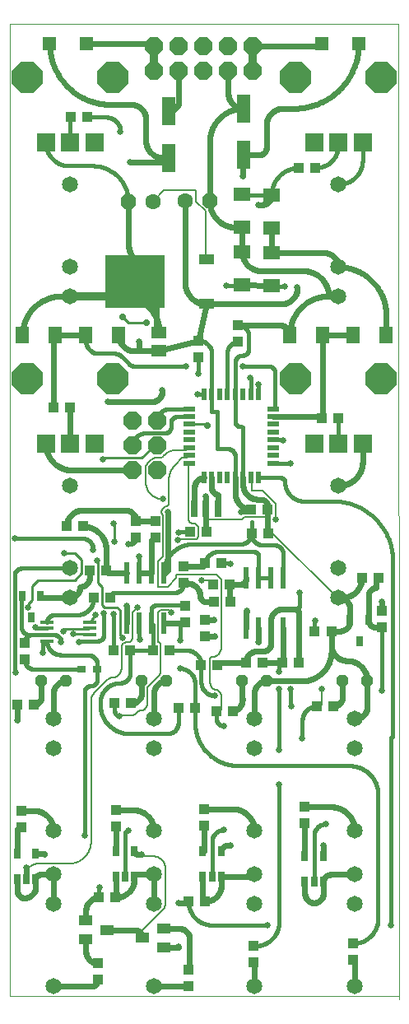
<source format=gbl>
G75*
%MOIN*%
%OFA0B0*%
%FSLAX25Y25*%
%IPPOS*%
%LPD*%
%AMOC8*
5,1,8,0,0,1.08239X$1,22.5*
%
%ADD10C,0.00000*%
%ADD11R,0.03937X0.04331*%
%ADD12R,0.04331X0.03937*%
%ADD13R,0.07400X0.07400*%
%ADD14OC8,0.12661*%
%ADD15OC8,0.07400*%
%ADD16C,0.06496*%
%ADD17R,0.05512X0.03937*%
%ADD18R,0.24409X0.21260*%
%ADD19R,0.06299X0.03937*%
%ADD20OC8,0.06300*%
%ADD21C,0.06300*%
%ADD22R,0.05906X0.05118*%
%ADD23R,0.02200X0.05000*%
%ADD24R,0.05000X0.02200*%
%ADD25R,0.05512X0.11811*%
%ADD26R,0.05512X0.05512*%
%ADD27R,0.02717X0.03898*%
%ADD28OC8,0.04800*%
%ADD29R,0.02756X0.06693*%
%ADD30R,0.07087X0.05512*%
%ADD31R,0.05512X0.07087*%
%ADD32R,0.05600X0.01700*%
%ADD33R,0.02362X0.08661*%
%ADD34R,0.03346X0.02756*%
%ADD35R,0.02756X0.03937*%
%ADD36C,0.02400*%
%ADD37C,0.02581*%
%ADD38C,0.01600*%
%ADD39C,0.00600*%
%ADD40C,0.03200*%
%ADD41C,0.01000*%
%ADD42OC8,0.02581*%
D10*
X0003081Y0002417D02*
X0160562Y0002417D01*
X0160837Y0001000D02*
X0160522Y0396000D01*
X0160562Y0396118D02*
X0003081Y0396118D01*
X0003081Y0002417D01*
D11*
X0039263Y0042378D03*
X0045956Y0042378D03*
X0075444Y0040764D03*
X0082137Y0040764D03*
X0086782Y0117772D03*
X0093475Y0117772D03*
X0087294Y0136551D03*
X0082097Y0148047D03*
X0082097Y0154740D03*
X0085641Y0162142D03*
X0092333Y0162142D03*
X0088908Y0177890D03*
X0082215Y0177890D03*
X0073554Y0176315D03*
X0073554Y0169622D03*
X0062137Y0188047D03*
X0062137Y0194740D03*
X0043830Y0163835D03*
X0037137Y0163835D03*
X0045247Y0142457D03*
X0051940Y0142457D03*
X0052294Y0121000D03*
X0045601Y0121000D03*
X0060995Y0142457D03*
X0067688Y0142457D03*
X0080601Y0136551D03*
X0113515Y0137339D03*
X0120207Y0137339D03*
X0127491Y0119898D03*
X0134184Y0119898D03*
X0136152Y0236551D03*
X0129459Y0236551D03*
X0095503Y0267358D03*
X0095503Y0274051D03*
X0120207Y0337850D03*
X0126900Y0337850D03*
X0034381Y0358323D03*
X0027688Y0358323D03*
X0027452Y0240921D03*
X0020759Y0240921D03*
X0026074Y0192654D03*
X0032767Y0192654D03*
X0012767Y0120528D03*
X0006074Y0120528D03*
D12*
X0008987Y0138835D03*
X0008987Y0145528D03*
X0035404Y0174937D03*
X0042097Y0174937D03*
X0054263Y0188047D03*
X0054263Y0194740D03*
X0074263Y0160567D03*
X0074263Y0153874D03*
X0085326Y0169031D03*
X0092019Y0169031D03*
X0101034Y0189937D03*
X0100857Y0199583D03*
X0107550Y0199583D03*
X0107727Y0189937D03*
X0126625Y0150213D03*
X0133318Y0150213D03*
X0145680Y0171866D03*
X0152373Y0171866D03*
X0153830Y0158480D03*
X0153830Y0151787D03*
X0122530Y0079031D03*
X0122530Y0072339D03*
X0141979Y0023756D03*
X0141979Y0017063D03*
X0101743Y0016079D03*
X0101743Y0022772D03*
X0081704Y0071591D03*
X0081704Y0078283D03*
X0078081Y0119031D03*
X0071389Y0119031D03*
X0045995Y0077811D03*
X0045995Y0071118D03*
X0038751Y0015764D03*
X0038751Y0009071D03*
X0007727Y0070921D03*
X0007727Y0077614D03*
X0075365Y0013205D03*
X0075365Y0006512D03*
X0098672Y0137535D03*
X0105365Y0137535D03*
X0082747Y0190606D03*
X0076054Y0190606D03*
X0079440Y0261236D03*
X0079440Y0267929D03*
D13*
X0037333Y0226039D03*
X0027491Y0226039D03*
X0017648Y0226039D03*
X0017648Y0348087D03*
X0027491Y0348087D03*
X0037333Y0348087D03*
X0126310Y0348087D03*
X0136152Y0348087D03*
X0145995Y0348087D03*
X0145995Y0226039D03*
X0136152Y0226039D03*
X0126310Y0226039D03*
D14*
X0118830Y0252417D03*
X0153475Y0252417D03*
X0153475Y0374465D03*
X0118830Y0374465D03*
X0044814Y0374465D03*
X0010168Y0374465D03*
X0010168Y0252417D03*
X0044814Y0252417D03*
D15*
X0052944Y0235409D03*
X0052944Y0225409D03*
X0052944Y0215409D03*
X0062944Y0215409D03*
X0062944Y0225409D03*
X0062944Y0235409D03*
X0061546Y0377220D03*
X0061546Y0387220D03*
X0071546Y0387220D03*
X0071546Y0377220D03*
X0081546Y0377220D03*
X0081546Y0387220D03*
X0091546Y0387220D03*
X0091546Y0377220D03*
X0101546Y0377220D03*
X0101546Y0387220D03*
D16*
X0136152Y0331157D03*
X0136152Y0297693D03*
X0136152Y0285882D03*
X0136152Y0209110D03*
X0136152Y0175646D03*
X0136152Y0163835D03*
X0142845Y0114622D03*
X0142845Y0102811D03*
X0142845Y0069346D03*
X0142845Y0051630D03*
X0142845Y0039819D03*
X0142845Y0006354D03*
X0102164Y0006354D03*
X0102164Y0039819D03*
X0102164Y0051630D03*
X0102164Y0069346D03*
X0102164Y0102811D03*
X0102164Y0114622D03*
X0061479Y0114622D03*
X0061479Y0102811D03*
X0061479Y0069346D03*
X0061479Y0051630D03*
X0061479Y0039819D03*
X0061479Y0006354D03*
X0020798Y0006354D03*
X0020798Y0039819D03*
X0020798Y0051630D03*
X0020798Y0069346D03*
X0020798Y0102811D03*
X0020798Y0114622D03*
X0027491Y0163835D03*
X0027491Y0175646D03*
X0027491Y0209110D03*
X0027491Y0285882D03*
X0027491Y0297693D03*
X0027491Y0331157D03*
D17*
X0033908Y0032969D03*
X0033908Y0025488D03*
X0042570Y0029228D03*
X0056704Y0025980D03*
X0065365Y0022240D03*
X0065365Y0029720D03*
D18*
X0053967Y0291689D03*
D19*
X0082707Y0300665D03*
X0082707Y0282713D03*
D20*
X0084007Y0324366D03*
X0051133Y0323992D03*
D21*
X0061133Y0323992D03*
X0074007Y0324366D03*
D22*
X0063613Y0271118D03*
X0063613Y0263638D03*
D23*
X0081782Y0246128D03*
X0084932Y0246128D03*
X0088081Y0246128D03*
X0091231Y0246128D03*
X0094381Y0246128D03*
X0097530Y0246128D03*
X0100680Y0246128D03*
X0103830Y0246128D03*
X0103830Y0212328D03*
X0100680Y0212328D03*
X0097530Y0212328D03*
X0094381Y0212328D03*
X0091231Y0212328D03*
X0088081Y0212328D03*
X0084932Y0212328D03*
X0081782Y0212328D03*
D24*
X0075906Y0218205D03*
X0075906Y0221354D03*
X0075906Y0224504D03*
X0075906Y0227654D03*
X0075906Y0230803D03*
X0075906Y0233953D03*
X0075906Y0237102D03*
X0075906Y0240252D03*
X0109706Y0240252D03*
X0109706Y0237102D03*
X0109706Y0233953D03*
X0109706Y0230803D03*
X0109706Y0227654D03*
X0109706Y0224504D03*
X0109706Y0221354D03*
X0109706Y0218205D03*
D25*
X0067373Y0341866D03*
X0067373Y0360764D03*
X0097688Y0361906D03*
X0097688Y0343008D03*
D26*
X0129459Y0388244D03*
X0144420Y0388244D03*
X0034184Y0388244D03*
X0019223Y0388244D03*
D27*
X0013593Y0060094D03*
X0013593Y0049898D03*
X0009853Y0049898D03*
X0006113Y0049898D03*
X0006113Y0060094D03*
X0046074Y0061039D03*
X0046074Y0050843D03*
X0049814Y0050843D03*
X0053554Y0050843D03*
X0053554Y0061039D03*
X0081270Y0061000D03*
X0081270Y0050803D03*
X0085011Y0050803D03*
X0088751Y0050803D03*
X0088751Y0061000D03*
X0122609Y0058953D03*
X0122609Y0048756D03*
X0126349Y0048756D03*
X0130089Y0048756D03*
X0130089Y0058953D03*
D28*
X0137845Y0130055D03*
X0147845Y0130055D03*
X0107164Y0130055D03*
X0097164Y0130055D03*
X0066479Y0130055D03*
X0056479Y0130055D03*
X0025798Y0130055D03*
X0015798Y0130055D03*
D29*
X0077885Y0199937D03*
X0082609Y0199937D03*
X0087333Y0199937D03*
D30*
X0109066Y0290055D03*
X0109066Y0303441D03*
X0109066Y0313480D03*
X0109066Y0326866D03*
X0097097Y0327102D03*
X0097097Y0313717D03*
X0097137Y0303913D03*
X0097137Y0290528D03*
D31*
X0116467Y0270134D03*
X0129853Y0270134D03*
X0142058Y0270134D03*
X0155444Y0270134D03*
X0047176Y0270134D03*
X0033790Y0270134D03*
X0021585Y0270134D03*
X0008200Y0270134D03*
D32*
X0018104Y0153855D03*
X0018104Y0151355D03*
X0018104Y0148755D03*
X0018104Y0146255D03*
X0035304Y0146255D03*
X0035304Y0148755D03*
X0035304Y0151355D03*
X0035304Y0153855D03*
D33*
X0050385Y0153323D03*
X0055385Y0153323D03*
X0060385Y0153323D03*
X0065385Y0153323D03*
X0065385Y0173795D03*
X0060385Y0173795D03*
X0055385Y0173795D03*
X0050385Y0173795D03*
X0098849Y0171827D03*
X0103849Y0171827D03*
X0108849Y0171827D03*
X0113849Y0171827D03*
X0113849Y0151354D03*
X0108849Y0151354D03*
X0103849Y0151354D03*
X0098849Y0151354D03*
D34*
X0038593Y0134740D03*
X0032294Y0134740D03*
D35*
X0015522Y0164465D03*
X0011782Y0155803D03*
X0008042Y0164465D03*
X0140916Y0154622D03*
X0144656Y0145961D03*
X0148396Y0154622D03*
D36*
X0148396Y0164661D01*
X0148397Y0164661D02*
X0148399Y0164772D01*
X0148405Y0164883D01*
X0148415Y0164993D01*
X0148429Y0165104D01*
X0148446Y0165213D01*
X0148468Y0165322D01*
X0148494Y0165430D01*
X0148523Y0165537D01*
X0148556Y0165643D01*
X0148593Y0165748D01*
X0148634Y0165851D01*
X0148678Y0165953D01*
X0148726Y0166053D01*
X0148777Y0166151D01*
X0148832Y0166248D01*
X0148891Y0166342D01*
X0148952Y0166435D01*
X0149017Y0166525D01*
X0149085Y0166612D01*
X0149157Y0166698D01*
X0149231Y0166780D01*
X0149308Y0166860D01*
X0149388Y0166937D01*
X0149470Y0167011D01*
X0149556Y0167083D01*
X0149643Y0167151D01*
X0149733Y0167216D01*
X0149826Y0167277D01*
X0149920Y0167336D01*
X0150017Y0167391D01*
X0150115Y0167442D01*
X0150215Y0167490D01*
X0150317Y0167534D01*
X0150420Y0167575D01*
X0150525Y0167612D01*
X0150631Y0167645D01*
X0150738Y0167674D01*
X0150846Y0167700D01*
X0150955Y0167722D01*
X0151064Y0167739D01*
X0151175Y0167753D01*
X0151285Y0167763D01*
X0151396Y0167769D01*
X0151507Y0167771D01*
X0151507Y0167772D02*
X0151507Y0171000D01*
X0151509Y0171057D01*
X0151514Y0171113D01*
X0151524Y0171169D01*
X0151537Y0171224D01*
X0151553Y0171278D01*
X0151573Y0171331D01*
X0151596Y0171383D01*
X0151623Y0171433D01*
X0151653Y0171481D01*
X0151686Y0171527D01*
X0151722Y0171571D01*
X0151761Y0171612D01*
X0151802Y0171651D01*
X0151846Y0171687D01*
X0151892Y0171720D01*
X0151940Y0171750D01*
X0151990Y0171777D01*
X0152042Y0171800D01*
X0152095Y0171820D01*
X0152149Y0171836D01*
X0152204Y0171849D01*
X0152260Y0171859D01*
X0152316Y0171864D01*
X0152373Y0171866D01*
X0153830Y0162220D02*
X0153830Y0158480D01*
X0153830Y0162220D02*
X0153831Y0162230D01*
X0153835Y0162240D01*
X0153841Y0162248D01*
X0153850Y0162254D01*
X0153859Y0162258D01*
X0153869Y0162259D01*
X0148396Y0154622D02*
X0148398Y0154518D01*
X0148404Y0154415D01*
X0148413Y0154312D01*
X0148426Y0154209D01*
X0148443Y0154107D01*
X0148464Y0154006D01*
X0148488Y0153905D01*
X0148516Y0153805D01*
X0148548Y0153707D01*
X0148583Y0153609D01*
X0148622Y0153513D01*
X0148664Y0153419D01*
X0148710Y0153326D01*
X0148759Y0153235D01*
X0148811Y0153145D01*
X0148867Y0153058D01*
X0148925Y0152972D01*
X0148987Y0152889D01*
X0149052Y0152809D01*
X0149120Y0152730D01*
X0149190Y0152654D01*
X0149263Y0152581D01*
X0149339Y0152511D01*
X0149418Y0152443D01*
X0149498Y0152378D01*
X0149581Y0152316D01*
X0149667Y0152258D01*
X0149754Y0152202D01*
X0149844Y0152150D01*
X0149935Y0152101D01*
X0150028Y0152055D01*
X0150122Y0152013D01*
X0150218Y0151974D01*
X0150316Y0151939D01*
X0150414Y0151907D01*
X0150514Y0151879D01*
X0150615Y0151855D01*
X0150716Y0151834D01*
X0150818Y0151817D01*
X0150921Y0151804D01*
X0151024Y0151795D01*
X0151127Y0151789D01*
X0151231Y0151787D01*
X0153830Y0151787D01*
X0147845Y0130094D02*
X0147845Y0130055D01*
X0147845Y0119622D01*
X0147843Y0119482D01*
X0147837Y0119342D01*
X0147827Y0119202D01*
X0147814Y0119062D01*
X0147796Y0118923D01*
X0147774Y0118784D01*
X0147749Y0118647D01*
X0147720Y0118509D01*
X0147687Y0118373D01*
X0147650Y0118238D01*
X0147609Y0118104D01*
X0147564Y0117971D01*
X0147516Y0117839D01*
X0147464Y0117709D01*
X0147409Y0117580D01*
X0147350Y0117453D01*
X0147287Y0117327D01*
X0147221Y0117203D01*
X0147152Y0117082D01*
X0147079Y0116962D01*
X0147002Y0116844D01*
X0146923Y0116729D01*
X0146840Y0116615D01*
X0146754Y0116505D01*
X0146665Y0116396D01*
X0146573Y0116290D01*
X0146478Y0116187D01*
X0146381Y0116086D01*
X0146280Y0115989D01*
X0146177Y0115894D01*
X0146071Y0115802D01*
X0145962Y0115713D01*
X0145852Y0115627D01*
X0145738Y0115544D01*
X0145623Y0115465D01*
X0145505Y0115388D01*
X0145385Y0115315D01*
X0145264Y0115246D01*
X0145140Y0115180D01*
X0145014Y0115117D01*
X0144887Y0115058D01*
X0144758Y0115003D01*
X0144628Y0114951D01*
X0144496Y0114903D01*
X0144363Y0114858D01*
X0144229Y0114817D01*
X0144094Y0114780D01*
X0143958Y0114747D01*
X0143820Y0114718D01*
X0143683Y0114693D01*
X0143544Y0114671D01*
X0143405Y0114653D01*
X0143265Y0114640D01*
X0143125Y0114630D01*
X0142985Y0114624D01*
X0142845Y0114622D01*
X0137845Y0123559D02*
X0137845Y0130055D01*
X0139696Y0138244D02*
X0139893Y0138242D01*
X0140090Y0138234D01*
X0140286Y0138223D01*
X0140483Y0138206D01*
X0140678Y0138185D01*
X0140874Y0138158D01*
X0141068Y0138128D01*
X0141262Y0138092D01*
X0141455Y0138052D01*
X0141646Y0138007D01*
X0141837Y0137958D01*
X0142026Y0137904D01*
X0142214Y0137845D01*
X0142401Y0137782D01*
X0142586Y0137714D01*
X0142769Y0137642D01*
X0142951Y0137566D01*
X0143130Y0137485D01*
X0143308Y0137400D01*
X0143483Y0137310D01*
X0143657Y0137217D01*
X0143828Y0137119D01*
X0143996Y0137017D01*
X0144162Y0136911D01*
X0144326Y0136801D01*
X0144486Y0136687D01*
X0144644Y0136570D01*
X0144799Y0136448D01*
X0144951Y0136323D01*
X0145100Y0136194D01*
X0145246Y0136062D01*
X0145389Y0135926D01*
X0145528Y0135787D01*
X0145664Y0135644D01*
X0145796Y0135498D01*
X0145925Y0135349D01*
X0146050Y0135197D01*
X0146172Y0135042D01*
X0146289Y0134884D01*
X0146403Y0134724D01*
X0146513Y0134560D01*
X0146619Y0134394D01*
X0146721Y0134226D01*
X0146819Y0134055D01*
X0146912Y0133881D01*
X0147002Y0133706D01*
X0147087Y0133528D01*
X0147168Y0133349D01*
X0147244Y0133167D01*
X0147316Y0132984D01*
X0147384Y0132799D01*
X0147447Y0132612D01*
X0147506Y0132424D01*
X0147560Y0132235D01*
X0147609Y0132044D01*
X0147654Y0131853D01*
X0147694Y0131660D01*
X0147730Y0131466D01*
X0147760Y0131272D01*
X0147787Y0131076D01*
X0147808Y0130881D01*
X0147825Y0130684D01*
X0147836Y0130488D01*
X0147844Y0130291D01*
X0147846Y0130094D01*
X0139696Y0138244D02*
X0139537Y0138246D01*
X0139378Y0138252D01*
X0139219Y0138262D01*
X0139061Y0138276D01*
X0138903Y0138293D01*
X0138745Y0138315D01*
X0138588Y0138341D01*
X0138432Y0138370D01*
X0138277Y0138404D01*
X0138122Y0138441D01*
X0137969Y0138482D01*
X0137816Y0138527D01*
X0137665Y0138576D01*
X0137515Y0138629D01*
X0137366Y0138685D01*
X0137219Y0138745D01*
X0137073Y0138808D01*
X0136929Y0138876D01*
X0136786Y0138946D01*
X0136646Y0139021D01*
X0136507Y0139098D01*
X0136370Y0139180D01*
X0136236Y0139264D01*
X0136103Y0139352D01*
X0135973Y0139443D01*
X0135845Y0139538D01*
X0135719Y0139635D01*
X0135596Y0139736D01*
X0135476Y0139840D01*
X0135358Y0139947D01*
X0135243Y0140056D01*
X0135130Y0140169D01*
X0135021Y0140284D01*
X0134914Y0140402D01*
X0134810Y0140522D01*
X0134709Y0140645D01*
X0134612Y0140771D01*
X0134517Y0140899D01*
X0134426Y0141029D01*
X0134338Y0141162D01*
X0134254Y0141296D01*
X0134172Y0141433D01*
X0134095Y0141572D01*
X0134020Y0141712D01*
X0133950Y0141855D01*
X0133882Y0141999D01*
X0133819Y0142145D01*
X0133759Y0142292D01*
X0133703Y0142441D01*
X0133650Y0142591D01*
X0133601Y0142742D01*
X0133556Y0142895D01*
X0133515Y0143048D01*
X0133478Y0143203D01*
X0133444Y0143358D01*
X0133415Y0143514D01*
X0133389Y0143671D01*
X0133367Y0143829D01*
X0133350Y0143987D01*
X0133336Y0144145D01*
X0133326Y0144304D01*
X0133320Y0144463D01*
X0133318Y0144622D01*
X0133318Y0142102D01*
X0133318Y0144622D02*
X0133318Y0150213D01*
X0136507Y0150213D01*
X0136638Y0150215D01*
X0136768Y0150221D01*
X0136899Y0150230D01*
X0137028Y0150244D01*
X0137158Y0150261D01*
X0137287Y0150283D01*
X0137415Y0150308D01*
X0137543Y0150336D01*
X0137669Y0150369D01*
X0137795Y0150405D01*
X0137919Y0150445D01*
X0138042Y0150489D01*
X0138164Y0150536D01*
X0138284Y0150587D01*
X0138403Y0150642D01*
X0138520Y0150700D01*
X0138636Y0150761D01*
X0138749Y0150826D01*
X0138861Y0150894D01*
X0138970Y0150965D01*
X0139077Y0151040D01*
X0139182Y0151117D01*
X0139285Y0151198D01*
X0139385Y0151282D01*
X0139483Y0151369D01*
X0139578Y0151459D01*
X0139670Y0151551D01*
X0139760Y0151646D01*
X0139847Y0151744D01*
X0139931Y0151844D01*
X0140012Y0151947D01*
X0140089Y0152052D01*
X0140164Y0152159D01*
X0140235Y0152268D01*
X0140303Y0152380D01*
X0140368Y0152493D01*
X0140429Y0152609D01*
X0140487Y0152726D01*
X0140542Y0152845D01*
X0140593Y0152965D01*
X0140640Y0153087D01*
X0140684Y0153210D01*
X0140724Y0153334D01*
X0140760Y0153460D01*
X0140793Y0153586D01*
X0140821Y0153714D01*
X0140846Y0153842D01*
X0140868Y0153971D01*
X0140885Y0154101D01*
X0140899Y0154230D01*
X0140908Y0154361D01*
X0140914Y0154491D01*
X0140916Y0154622D01*
X0140916Y0159071D01*
X0137648Y0163835D02*
X0136152Y0163835D01*
X0136288Y0163833D01*
X0136424Y0163827D01*
X0136560Y0163818D01*
X0136695Y0163804D01*
X0136830Y0163787D01*
X0136964Y0163765D01*
X0137098Y0163740D01*
X0137231Y0163711D01*
X0137363Y0163678D01*
X0137494Y0163642D01*
X0137624Y0163602D01*
X0137753Y0163558D01*
X0137880Y0163510D01*
X0138006Y0163459D01*
X0138131Y0163404D01*
X0138254Y0163346D01*
X0138375Y0163284D01*
X0138495Y0163219D01*
X0138612Y0163151D01*
X0138728Y0163079D01*
X0138841Y0163004D01*
X0138952Y0162925D01*
X0139061Y0162844D01*
X0139168Y0162759D01*
X0139272Y0162671D01*
X0139373Y0162581D01*
X0139472Y0162487D01*
X0139568Y0162391D01*
X0139662Y0162292D01*
X0139752Y0162191D01*
X0139840Y0162087D01*
X0139925Y0161980D01*
X0140006Y0161871D01*
X0140085Y0161760D01*
X0140160Y0161647D01*
X0140232Y0161531D01*
X0140300Y0161414D01*
X0140365Y0161294D01*
X0140427Y0161173D01*
X0140485Y0161050D01*
X0140540Y0160925D01*
X0140591Y0160799D01*
X0140639Y0160672D01*
X0140683Y0160543D01*
X0140723Y0160413D01*
X0140759Y0160282D01*
X0140792Y0160150D01*
X0140821Y0160017D01*
X0140846Y0159883D01*
X0140868Y0159749D01*
X0140885Y0159614D01*
X0140899Y0159479D01*
X0140908Y0159343D01*
X0140914Y0159207D01*
X0140916Y0159071D01*
X0137648Y0163835D02*
X0137842Y0163837D01*
X0138036Y0163844D01*
X0138230Y0163856D01*
X0138423Y0163872D01*
X0138616Y0163894D01*
X0138808Y0163919D01*
X0139000Y0163950D01*
X0139191Y0163985D01*
X0139381Y0164024D01*
X0139570Y0164068D01*
X0139758Y0164117D01*
X0139944Y0164170D01*
X0140130Y0164228D01*
X0140314Y0164290D01*
X0140496Y0164357D01*
X0140676Y0164428D01*
X0140855Y0164503D01*
X0141032Y0164583D01*
X0141207Y0164667D01*
X0141380Y0164755D01*
X0141551Y0164847D01*
X0141719Y0164944D01*
X0141885Y0165044D01*
X0142049Y0165148D01*
X0142210Y0165257D01*
X0142369Y0165369D01*
X0142524Y0165485D01*
X0142677Y0165604D01*
X0142827Y0165728D01*
X0142974Y0165855D01*
X0143117Y0165985D01*
X0143258Y0166119D01*
X0143395Y0166256D01*
X0143529Y0166397D01*
X0143659Y0166540D01*
X0143786Y0166687D01*
X0143910Y0166837D01*
X0144029Y0166990D01*
X0144145Y0167145D01*
X0144257Y0167304D01*
X0144366Y0167465D01*
X0144470Y0167629D01*
X0144570Y0167795D01*
X0144667Y0167963D01*
X0144759Y0168134D01*
X0144847Y0168307D01*
X0144931Y0168482D01*
X0145011Y0168659D01*
X0145086Y0168838D01*
X0145157Y0169018D01*
X0145224Y0169200D01*
X0145286Y0169384D01*
X0145344Y0169570D01*
X0145397Y0169756D01*
X0145446Y0169944D01*
X0145490Y0170133D01*
X0145529Y0170323D01*
X0145564Y0170514D01*
X0145595Y0170706D01*
X0145620Y0170898D01*
X0145642Y0171091D01*
X0145658Y0171284D01*
X0145670Y0171478D01*
X0145677Y0171672D01*
X0145679Y0171866D01*
X0145995Y0218953D02*
X0145995Y0226039D01*
X0145995Y0218953D02*
X0145992Y0218715D01*
X0145984Y0218477D01*
X0145969Y0218240D01*
X0145949Y0218003D01*
X0145923Y0217767D01*
X0145892Y0217531D01*
X0145855Y0217296D01*
X0145812Y0217062D01*
X0145763Y0216829D01*
X0145709Y0216597D01*
X0145649Y0216367D01*
X0145584Y0216138D01*
X0145513Y0215911D01*
X0145437Y0215686D01*
X0145355Y0215463D01*
X0145268Y0215241D01*
X0145176Y0215022D01*
X0145078Y0214805D01*
X0144976Y0214591D01*
X0144868Y0214379D01*
X0144754Y0214169D01*
X0144636Y0213963D01*
X0144513Y0213759D01*
X0144385Y0213559D01*
X0144253Y0213362D01*
X0144115Y0213167D01*
X0143973Y0212977D01*
X0143826Y0212789D01*
X0143675Y0212606D01*
X0143520Y0212426D01*
X0143360Y0212250D01*
X0143196Y0212078D01*
X0143027Y0211909D01*
X0142855Y0211745D01*
X0142679Y0211585D01*
X0142499Y0211430D01*
X0142316Y0211279D01*
X0142128Y0211132D01*
X0141938Y0210990D01*
X0141743Y0210852D01*
X0141546Y0210720D01*
X0141346Y0210592D01*
X0141142Y0210469D01*
X0140936Y0210351D01*
X0140726Y0210237D01*
X0140514Y0210129D01*
X0140300Y0210027D01*
X0140083Y0209929D01*
X0139864Y0209837D01*
X0139642Y0209750D01*
X0139419Y0209668D01*
X0139194Y0209592D01*
X0138967Y0209521D01*
X0138738Y0209456D01*
X0138508Y0209396D01*
X0138276Y0209342D01*
X0138043Y0209293D01*
X0137809Y0209250D01*
X0137574Y0209213D01*
X0137338Y0209182D01*
X0137102Y0209156D01*
X0136865Y0209136D01*
X0136628Y0209121D01*
X0136390Y0209113D01*
X0136152Y0209110D01*
X0129459Y0236551D02*
X0129457Y0236597D01*
X0129451Y0236642D01*
X0129442Y0236686D01*
X0129429Y0236730D01*
X0129413Y0236772D01*
X0129393Y0236813D01*
X0129369Y0236852D01*
X0129343Y0236889D01*
X0129313Y0236924D01*
X0129281Y0236956D01*
X0129246Y0236986D01*
X0129209Y0237012D01*
X0129170Y0237036D01*
X0129129Y0237056D01*
X0129087Y0237072D01*
X0129043Y0237085D01*
X0128999Y0237094D01*
X0128954Y0237100D01*
X0128908Y0237102D01*
X0109706Y0237102D01*
X0097570Y0212289D02*
X0097570Y0209504D01*
X0097569Y0212289D02*
X0097568Y0212299D01*
X0097564Y0212309D01*
X0097558Y0212317D01*
X0097550Y0212323D01*
X0097540Y0212327D01*
X0097530Y0212328D01*
X0094381Y0212328D02*
X0094381Y0206059D01*
X0094383Y0205900D01*
X0094389Y0205741D01*
X0094399Y0205583D01*
X0094412Y0205424D01*
X0094430Y0205266D01*
X0094451Y0205109D01*
X0094476Y0204952D01*
X0094505Y0204796D01*
X0094538Y0204640D01*
X0094575Y0204485D01*
X0094616Y0204332D01*
X0094660Y0204179D01*
X0094708Y0204028D01*
X0094760Y0203877D01*
X0094815Y0203728D01*
X0094874Y0203581D01*
X0094937Y0203435D01*
X0095003Y0203290D01*
X0095072Y0203147D01*
X0095146Y0203006D01*
X0095222Y0202867D01*
X0095302Y0202730D01*
X0095386Y0202594D01*
X0095472Y0202461D01*
X0095562Y0202330D01*
X0095655Y0202201D01*
X0095752Y0202075D01*
X0095851Y0201951D01*
X0095953Y0201829D01*
X0096059Y0201710D01*
X0096167Y0201594D01*
X0096278Y0201480D01*
X0096392Y0201369D01*
X0096508Y0201261D01*
X0096627Y0201155D01*
X0096749Y0201053D01*
X0096873Y0200954D01*
X0096999Y0200857D01*
X0097128Y0200764D01*
X0097259Y0200674D01*
X0097392Y0200588D01*
X0097528Y0200504D01*
X0097665Y0200424D01*
X0097804Y0200348D01*
X0097945Y0200274D01*
X0098088Y0200205D01*
X0098233Y0200139D01*
X0098379Y0200076D01*
X0098526Y0200017D01*
X0098675Y0199962D01*
X0098826Y0199910D01*
X0098977Y0199862D01*
X0099130Y0199818D01*
X0099283Y0199777D01*
X0099438Y0199740D01*
X0099594Y0199707D01*
X0099750Y0199678D01*
X0099907Y0199653D01*
X0100064Y0199632D01*
X0100222Y0199614D01*
X0100381Y0199601D01*
X0100539Y0199591D01*
X0100698Y0199585D01*
X0100857Y0199583D01*
X0103475Y0203598D02*
X0104656Y0203598D01*
X0104656Y0203599D02*
X0104762Y0203597D01*
X0104867Y0203591D01*
X0104973Y0203582D01*
X0105077Y0203568D01*
X0105182Y0203551D01*
X0105285Y0203530D01*
X0105388Y0203505D01*
X0105490Y0203476D01*
X0105590Y0203444D01*
X0105690Y0203408D01*
X0105788Y0203368D01*
X0105884Y0203325D01*
X0105979Y0203279D01*
X0106072Y0203229D01*
X0106164Y0203175D01*
X0106253Y0203119D01*
X0106340Y0203059D01*
X0106425Y0202996D01*
X0106507Y0202929D01*
X0106587Y0202860D01*
X0106665Y0202788D01*
X0106739Y0202714D01*
X0106811Y0202636D01*
X0106880Y0202556D01*
X0106947Y0202474D01*
X0107010Y0202389D01*
X0107070Y0202302D01*
X0107126Y0202213D01*
X0107180Y0202121D01*
X0107230Y0202028D01*
X0107276Y0201933D01*
X0107319Y0201837D01*
X0107359Y0201739D01*
X0107395Y0201639D01*
X0107427Y0201539D01*
X0107456Y0201437D01*
X0107481Y0201334D01*
X0107502Y0201231D01*
X0107519Y0201126D01*
X0107533Y0201022D01*
X0107542Y0200916D01*
X0107548Y0200811D01*
X0107550Y0200705D01*
X0107550Y0199583D01*
X0107550Y0196315D01*
X0107550Y0190114D01*
X0107552Y0190089D01*
X0107557Y0190064D01*
X0107566Y0190040D01*
X0107578Y0190018D01*
X0107593Y0189998D01*
X0107611Y0189980D01*
X0107631Y0189965D01*
X0107653Y0189953D01*
X0107677Y0189944D01*
X0107702Y0189939D01*
X0107727Y0189937D01*
X0103475Y0203598D02*
X0103323Y0203600D01*
X0103171Y0203606D01*
X0103019Y0203616D01*
X0102868Y0203629D01*
X0102717Y0203647D01*
X0102566Y0203668D01*
X0102416Y0203694D01*
X0102267Y0203723D01*
X0102118Y0203756D01*
X0101971Y0203793D01*
X0101824Y0203833D01*
X0101679Y0203878D01*
X0101535Y0203926D01*
X0101392Y0203978D01*
X0101250Y0204033D01*
X0101110Y0204092D01*
X0100971Y0204155D01*
X0100834Y0204221D01*
X0100699Y0204291D01*
X0100566Y0204364D01*
X0100435Y0204441D01*
X0100305Y0204521D01*
X0100178Y0204604D01*
X0100053Y0204690D01*
X0099930Y0204780D01*
X0099810Y0204873D01*
X0099692Y0204969D01*
X0099576Y0205068D01*
X0099463Y0205170D01*
X0099353Y0205274D01*
X0099245Y0205382D01*
X0099141Y0205492D01*
X0099039Y0205605D01*
X0098940Y0205721D01*
X0098844Y0205839D01*
X0098751Y0205959D01*
X0098661Y0206082D01*
X0098575Y0206207D01*
X0098492Y0206334D01*
X0098412Y0206464D01*
X0098335Y0206595D01*
X0098262Y0206728D01*
X0098192Y0206863D01*
X0098126Y0207000D01*
X0098063Y0207139D01*
X0098004Y0207279D01*
X0097949Y0207421D01*
X0097897Y0207564D01*
X0097849Y0207708D01*
X0097804Y0207853D01*
X0097764Y0208000D01*
X0097727Y0208147D01*
X0097694Y0208296D01*
X0097665Y0208445D01*
X0097639Y0208595D01*
X0097618Y0208746D01*
X0097600Y0208897D01*
X0097587Y0209048D01*
X0097577Y0209200D01*
X0097571Y0209352D01*
X0097569Y0209504D01*
X0087333Y0205567D02*
X0087236Y0205569D01*
X0087140Y0205575D01*
X0087043Y0205585D01*
X0086948Y0205598D01*
X0086853Y0205616D01*
X0086758Y0205637D01*
X0086665Y0205662D01*
X0086572Y0205691D01*
X0086481Y0205723D01*
X0086391Y0205759D01*
X0086303Y0205799D01*
X0086217Y0205842D01*
X0086132Y0205889D01*
X0086049Y0205939D01*
X0085969Y0205992D01*
X0085890Y0206049D01*
X0085814Y0206108D01*
X0085740Y0206171D01*
X0085669Y0206237D01*
X0085601Y0206305D01*
X0085535Y0206376D01*
X0085472Y0206450D01*
X0085413Y0206526D01*
X0085356Y0206605D01*
X0085303Y0206685D01*
X0085253Y0206768D01*
X0085206Y0206853D01*
X0085163Y0206939D01*
X0085123Y0207027D01*
X0085087Y0207117D01*
X0085055Y0207208D01*
X0085026Y0207301D01*
X0085001Y0207394D01*
X0084980Y0207489D01*
X0084962Y0207584D01*
X0084949Y0207679D01*
X0084939Y0207776D01*
X0084933Y0207872D01*
X0084931Y0207969D01*
X0084932Y0207969D02*
X0084932Y0212328D01*
X0081782Y0212329D02*
X0081660Y0212327D01*
X0081537Y0212321D01*
X0081415Y0212312D01*
X0081293Y0212298D01*
X0081172Y0212281D01*
X0081052Y0212260D01*
X0080932Y0212235D01*
X0080813Y0212207D01*
X0080694Y0212174D01*
X0080577Y0212138D01*
X0080462Y0212099D01*
X0080347Y0212055D01*
X0080234Y0212008D01*
X0080122Y0211958D01*
X0080012Y0211904D01*
X0079904Y0211847D01*
X0079798Y0211786D01*
X0079693Y0211722D01*
X0079591Y0211655D01*
X0079491Y0211585D01*
X0079393Y0211511D01*
X0079297Y0211434D01*
X0079204Y0211355D01*
X0079114Y0211273D01*
X0079026Y0211187D01*
X0078940Y0211099D01*
X0078858Y0211009D01*
X0078779Y0210916D01*
X0078702Y0210820D01*
X0078628Y0210722D01*
X0078558Y0210622D01*
X0078491Y0210520D01*
X0078427Y0210415D01*
X0078366Y0210309D01*
X0078309Y0210201D01*
X0078255Y0210091D01*
X0078205Y0209979D01*
X0078158Y0209866D01*
X0078114Y0209751D01*
X0078075Y0209636D01*
X0078039Y0209519D01*
X0078006Y0209400D01*
X0077978Y0209281D01*
X0077953Y0209161D01*
X0077932Y0209041D01*
X0077915Y0208920D01*
X0077901Y0208798D01*
X0077892Y0208676D01*
X0077886Y0208553D01*
X0077884Y0208431D01*
X0077885Y0208431D02*
X0077885Y0199937D01*
X0082609Y0199937D02*
X0082609Y0195331D01*
X0082609Y0190744D01*
X0082611Y0190722D01*
X0082616Y0190701D01*
X0082624Y0190681D01*
X0082635Y0190663D01*
X0082649Y0190646D01*
X0082666Y0190632D01*
X0082684Y0190621D01*
X0082704Y0190613D01*
X0082725Y0190608D01*
X0082747Y0190606D01*
X0082609Y0199937D02*
X0082609Y0204780D01*
X0087333Y0205567D02*
X0087333Y0199937D01*
X0082216Y0177890D02*
X0082214Y0177813D01*
X0082208Y0177736D01*
X0082199Y0177659D01*
X0082186Y0177583D01*
X0082169Y0177507D01*
X0082148Y0177433D01*
X0082124Y0177359D01*
X0082096Y0177287D01*
X0082065Y0177217D01*
X0082030Y0177148D01*
X0081992Y0177080D01*
X0081951Y0177015D01*
X0081906Y0176952D01*
X0081858Y0176891D01*
X0081808Y0176832D01*
X0081755Y0176776D01*
X0081699Y0176723D01*
X0081640Y0176673D01*
X0081579Y0176625D01*
X0081516Y0176580D01*
X0081451Y0176539D01*
X0081383Y0176501D01*
X0081314Y0176466D01*
X0081244Y0176435D01*
X0081172Y0176407D01*
X0081098Y0176383D01*
X0081024Y0176362D01*
X0080948Y0176345D01*
X0080872Y0176332D01*
X0080795Y0176323D01*
X0080718Y0176317D01*
X0080641Y0176315D01*
X0073554Y0176315D01*
X0073554Y0169622D02*
X0074853Y0169622D01*
X0074999Y0169620D01*
X0075145Y0169614D01*
X0075291Y0169604D01*
X0075436Y0169590D01*
X0075581Y0169573D01*
X0075726Y0169551D01*
X0075869Y0169525D01*
X0076013Y0169496D01*
X0076155Y0169463D01*
X0076296Y0169425D01*
X0076436Y0169384D01*
X0076575Y0169340D01*
X0076713Y0169291D01*
X0076850Y0169239D01*
X0076984Y0169183D01*
X0077118Y0169123D01*
X0077250Y0169060D01*
X0077380Y0168994D01*
X0077508Y0168923D01*
X0077634Y0168850D01*
X0077758Y0168773D01*
X0077880Y0168693D01*
X0078000Y0168609D01*
X0078117Y0168522D01*
X0078232Y0168432D01*
X0078345Y0168339D01*
X0078455Y0168243D01*
X0078562Y0168144D01*
X0078667Y0168042D01*
X0078769Y0167937D01*
X0078868Y0167830D01*
X0078964Y0167720D01*
X0079057Y0167607D01*
X0079147Y0167492D01*
X0079234Y0167375D01*
X0079318Y0167255D01*
X0079398Y0167133D01*
X0079475Y0167009D01*
X0079548Y0166883D01*
X0079619Y0166755D01*
X0079685Y0166625D01*
X0079748Y0166493D01*
X0079808Y0166359D01*
X0079864Y0166225D01*
X0079916Y0166088D01*
X0079965Y0165950D01*
X0080009Y0165811D01*
X0080050Y0165671D01*
X0080088Y0165530D01*
X0080121Y0165388D01*
X0080150Y0165244D01*
X0080176Y0165101D01*
X0080198Y0164956D01*
X0080215Y0164811D01*
X0080229Y0164666D01*
X0080239Y0164520D01*
X0080245Y0164374D01*
X0080247Y0164228D01*
X0080246Y0164228D02*
X0080248Y0164139D01*
X0080254Y0164051D01*
X0080263Y0163963D01*
X0080276Y0163875D01*
X0080293Y0163788D01*
X0080313Y0163702D01*
X0080337Y0163617D01*
X0080365Y0163533D01*
X0080396Y0163450D01*
X0080431Y0163368D01*
X0080469Y0163288D01*
X0080511Y0163210D01*
X0080556Y0163134D01*
X0080604Y0163059D01*
X0080655Y0162987D01*
X0080709Y0162917D01*
X0080766Y0162849D01*
X0080826Y0162784D01*
X0080889Y0162721D01*
X0080954Y0162661D01*
X0081022Y0162604D01*
X0081092Y0162550D01*
X0081164Y0162499D01*
X0081239Y0162451D01*
X0081315Y0162406D01*
X0081393Y0162364D01*
X0081473Y0162326D01*
X0081555Y0162291D01*
X0081638Y0162260D01*
X0081722Y0162232D01*
X0081807Y0162208D01*
X0081893Y0162188D01*
X0081980Y0162171D01*
X0082068Y0162158D01*
X0082156Y0162149D01*
X0082244Y0162143D01*
X0082333Y0162141D01*
X0082333Y0162142D02*
X0085641Y0162142D01*
X0085758Y0154780D02*
X0085757Y0154770D01*
X0085753Y0154761D01*
X0085747Y0154752D01*
X0085739Y0154746D01*
X0085729Y0154742D01*
X0085719Y0154741D01*
X0085719Y0154740D02*
X0082097Y0154740D01*
X0082097Y0148047D02*
X0086113Y0148047D01*
X0086113Y0148048D02*
X0086123Y0148049D01*
X0086133Y0148053D01*
X0086141Y0148059D01*
X0086147Y0148068D01*
X0086151Y0148077D01*
X0086152Y0148087D01*
X0088278Y0137535D02*
X0098672Y0137535D01*
X0097164Y0130055D02*
X0097164Y0123823D01*
X0097195Y0123686D01*
X0097222Y0123548D01*
X0097246Y0123410D01*
X0097265Y0123270D01*
X0097281Y0123131D01*
X0097293Y0122991D01*
X0097301Y0122850D01*
X0097305Y0122710D01*
X0097304Y0122569D01*
X0097300Y0122429D01*
X0097293Y0122288D01*
X0097281Y0122148D01*
X0097265Y0122009D01*
X0097245Y0121870D01*
X0097221Y0121731D01*
X0097194Y0121593D01*
X0097163Y0121456D01*
X0097127Y0121320D01*
X0097089Y0121185D01*
X0097046Y0121051D01*
X0096999Y0120918D01*
X0096949Y0120787D01*
X0096895Y0120657D01*
X0096838Y0120529D01*
X0096777Y0120402D01*
X0096712Y0120278D01*
X0096644Y0120155D01*
X0096573Y0120034D01*
X0096498Y0119915D01*
X0096420Y0119798D01*
X0096338Y0119683D01*
X0096254Y0119571D01*
X0096166Y0119461D01*
X0096075Y0119354D01*
X0095982Y0119249D01*
X0095885Y0119147D01*
X0095785Y0119048D01*
X0095683Y0118951D01*
X0095578Y0118857D01*
X0095471Y0118767D01*
X0095361Y0118679D01*
X0095249Y0118595D01*
X0095134Y0118514D01*
X0095017Y0118436D01*
X0094898Y0118361D01*
X0094777Y0118289D01*
X0094654Y0118222D01*
X0094529Y0118157D01*
X0094402Y0118096D01*
X0094274Y0118039D01*
X0094144Y0117985D01*
X0094013Y0117935D01*
X0093880Y0117889D01*
X0093746Y0117846D01*
X0093611Y0117807D01*
X0093475Y0117772D01*
X0102164Y0114622D02*
X0102164Y0125055D01*
X0102166Y0125195D01*
X0102172Y0125335D01*
X0102182Y0125475D01*
X0102195Y0125615D01*
X0102213Y0125754D01*
X0102235Y0125893D01*
X0102260Y0126030D01*
X0102289Y0126168D01*
X0102322Y0126304D01*
X0102359Y0126439D01*
X0102400Y0126573D01*
X0102445Y0126706D01*
X0102493Y0126838D01*
X0102545Y0126968D01*
X0102600Y0127097D01*
X0102659Y0127224D01*
X0102722Y0127350D01*
X0102788Y0127474D01*
X0102857Y0127595D01*
X0102930Y0127715D01*
X0103007Y0127833D01*
X0103086Y0127948D01*
X0103169Y0128062D01*
X0103255Y0128172D01*
X0103344Y0128281D01*
X0103436Y0128387D01*
X0103531Y0128490D01*
X0103628Y0128591D01*
X0103729Y0128688D01*
X0103832Y0128783D01*
X0103938Y0128875D01*
X0104047Y0128964D01*
X0104157Y0129050D01*
X0104271Y0129133D01*
X0104386Y0129212D01*
X0104504Y0129289D01*
X0104624Y0129362D01*
X0104745Y0129431D01*
X0104869Y0129497D01*
X0104995Y0129560D01*
X0105122Y0129619D01*
X0105251Y0129674D01*
X0105381Y0129726D01*
X0105513Y0129774D01*
X0105646Y0129819D01*
X0105780Y0129860D01*
X0105915Y0129897D01*
X0106051Y0129930D01*
X0106189Y0129959D01*
X0106326Y0129984D01*
X0106465Y0130006D01*
X0106604Y0130024D01*
X0106744Y0130037D01*
X0106884Y0130047D01*
X0107024Y0130053D01*
X0107164Y0130055D01*
X0107166Y0130040D01*
X0107170Y0130025D01*
X0107177Y0130011D01*
X0107187Y0129999D01*
X0107199Y0129989D01*
X0107213Y0129982D01*
X0107228Y0129978D01*
X0107243Y0129976D01*
X0121192Y0129976D01*
X0120207Y0137338D02*
X0120181Y0137340D01*
X0120156Y0137345D01*
X0120132Y0137353D01*
X0120109Y0137364D01*
X0120087Y0137379D01*
X0120068Y0137396D01*
X0120051Y0137415D01*
X0120036Y0137437D01*
X0120025Y0137460D01*
X0120017Y0137484D01*
X0120012Y0137509D01*
X0120010Y0137535D01*
X0120011Y0137535D02*
X0120011Y0157929D01*
X0120009Y0157995D01*
X0120004Y0158061D01*
X0119994Y0158127D01*
X0119981Y0158192D01*
X0119965Y0158256D01*
X0119945Y0158319D01*
X0119921Y0158381D01*
X0119894Y0158441D01*
X0119864Y0158500D01*
X0119830Y0158557D01*
X0119793Y0158612D01*
X0119753Y0158665D01*
X0119711Y0158716D01*
X0119665Y0158764D01*
X0119617Y0158810D01*
X0119566Y0158852D01*
X0119513Y0158892D01*
X0119458Y0158929D01*
X0119401Y0158963D01*
X0119342Y0158993D01*
X0119282Y0159020D01*
X0119220Y0159044D01*
X0119157Y0159064D01*
X0119093Y0159080D01*
X0119028Y0159093D01*
X0118962Y0159103D01*
X0118896Y0159108D01*
X0118830Y0159110D01*
X0113318Y0159110D01*
X0113318Y0159111D02*
X0113186Y0159109D01*
X0113053Y0159103D01*
X0112921Y0159093D01*
X0112789Y0159080D01*
X0112658Y0159062D01*
X0112527Y0159041D01*
X0112397Y0159015D01*
X0112268Y0158986D01*
X0112140Y0158953D01*
X0112013Y0158916D01*
X0111887Y0158876D01*
X0111762Y0158831D01*
X0111638Y0158783D01*
X0111516Y0158732D01*
X0111396Y0158677D01*
X0111277Y0158618D01*
X0111160Y0158556D01*
X0111045Y0158490D01*
X0110932Y0158421D01*
X0110821Y0158349D01*
X0110713Y0158273D01*
X0110606Y0158194D01*
X0110502Y0158112D01*
X0110401Y0158027D01*
X0110302Y0157939D01*
X0110205Y0157849D01*
X0110111Y0157755D01*
X0110021Y0157658D01*
X0109933Y0157559D01*
X0109848Y0157458D01*
X0109766Y0157354D01*
X0109687Y0157247D01*
X0109611Y0157139D01*
X0109539Y0157028D01*
X0109470Y0156915D01*
X0109404Y0156800D01*
X0109342Y0156683D01*
X0109283Y0156564D01*
X0109228Y0156444D01*
X0109177Y0156322D01*
X0109129Y0156198D01*
X0109084Y0156073D01*
X0109044Y0155947D01*
X0109007Y0155820D01*
X0108974Y0155692D01*
X0108945Y0155563D01*
X0108919Y0155433D01*
X0108898Y0155302D01*
X0108880Y0155171D01*
X0108867Y0155039D01*
X0108857Y0154907D01*
X0108851Y0154774D01*
X0108849Y0154642D01*
X0108849Y0151354D01*
X0108849Y0145193D01*
X0108847Y0145085D01*
X0108841Y0144978D01*
X0108832Y0144871D01*
X0108818Y0144764D01*
X0108801Y0144658D01*
X0108780Y0144553D01*
X0108755Y0144448D01*
X0108727Y0144344D01*
X0108695Y0144242D01*
X0108659Y0144140D01*
X0108620Y0144040D01*
X0108577Y0143942D01*
X0108530Y0143845D01*
X0108481Y0143750D01*
X0108427Y0143656D01*
X0108371Y0143565D01*
X0108311Y0143475D01*
X0108248Y0143388D01*
X0108182Y0143303D01*
X0108113Y0143221D01*
X0108041Y0143141D01*
X0107967Y0143063D01*
X0107889Y0142989D01*
X0107809Y0142917D01*
X0107727Y0142848D01*
X0107642Y0142782D01*
X0107555Y0142719D01*
X0107465Y0142659D01*
X0107374Y0142603D01*
X0107280Y0142549D01*
X0107185Y0142500D01*
X0107088Y0142453D01*
X0106990Y0142410D01*
X0106890Y0142371D01*
X0106788Y0142335D01*
X0106686Y0142303D01*
X0106582Y0142275D01*
X0106477Y0142250D01*
X0106372Y0142229D01*
X0106266Y0142212D01*
X0106159Y0142198D01*
X0106052Y0142189D01*
X0105945Y0142183D01*
X0105837Y0142181D01*
X0103318Y0142181D01*
X0103869Y0145724D02*
X0103869Y0151335D01*
X0103867Y0151343D01*
X0103863Y0151349D01*
X0103857Y0151353D01*
X0103849Y0151355D01*
X0098849Y0158028D02*
X0098851Y0158061D01*
X0098856Y0158094D01*
X0098866Y0158125D01*
X0098878Y0158156D01*
X0098894Y0158185D01*
X0098913Y0158212D01*
X0098935Y0158237D01*
X0098960Y0158259D01*
X0098987Y0158278D01*
X0099016Y0158294D01*
X0099047Y0158306D01*
X0099078Y0158316D01*
X0099111Y0158321D01*
X0099144Y0158323D01*
X0098849Y0158028D02*
X0098849Y0151354D01*
X0092333Y0162142D02*
X0092300Y0162144D01*
X0092268Y0162149D01*
X0092236Y0162157D01*
X0092205Y0162169D01*
X0092176Y0162184D01*
X0092148Y0162202D01*
X0092122Y0162223D01*
X0092099Y0162246D01*
X0092078Y0162272D01*
X0092060Y0162300D01*
X0092045Y0162329D01*
X0092033Y0162360D01*
X0092025Y0162392D01*
X0092020Y0162424D01*
X0092018Y0162457D01*
X0092019Y0162457D02*
X0092019Y0169031D01*
X0096054Y0169031D01*
X0096054Y0169032D02*
X0096159Y0169034D01*
X0096263Y0169040D01*
X0096367Y0169050D01*
X0096471Y0169063D01*
X0096574Y0169081D01*
X0096676Y0169102D01*
X0096777Y0169127D01*
X0096878Y0169156D01*
X0096977Y0169189D01*
X0097075Y0169225D01*
X0097172Y0169265D01*
X0097267Y0169309D01*
X0097360Y0169356D01*
X0097451Y0169406D01*
X0097541Y0169460D01*
X0097628Y0169518D01*
X0097714Y0169578D01*
X0097797Y0169642D01*
X0097877Y0169708D01*
X0097955Y0169778D01*
X0098030Y0169851D01*
X0098103Y0169926D01*
X0098173Y0170004D01*
X0098239Y0170084D01*
X0098303Y0170167D01*
X0098363Y0170253D01*
X0098421Y0170340D01*
X0098475Y0170429D01*
X0098525Y0170521D01*
X0098572Y0170614D01*
X0098616Y0170709D01*
X0098656Y0170806D01*
X0098692Y0170904D01*
X0098725Y0171003D01*
X0098754Y0171104D01*
X0098779Y0171205D01*
X0098800Y0171307D01*
X0098818Y0171410D01*
X0098831Y0171514D01*
X0098841Y0171618D01*
X0098847Y0171722D01*
X0098849Y0171827D01*
X0103318Y0142181D02*
X0103183Y0142179D01*
X0103048Y0142173D01*
X0102913Y0142163D01*
X0102779Y0142150D01*
X0102645Y0142132D01*
X0102511Y0142110D01*
X0102378Y0142085D01*
X0102247Y0142056D01*
X0102116Y0142023D01*
X0101986Y0141986D01*
X0101857Y0141945D01*
X0101729Y0141901D01*
X0101603Y0141853D01*
X0101478Y0141801D01*
X0101355Y0141746D01*
X0101233Y0141687D01*
X0101113Y0141624D01*
X0100995Y0141559D01*
X0100879Y0141489D01*
X0100765Y0141417D01*
X0100653Y0141341D01*
X0100544Y0141262D01*
X0100436Y0141179D01*
X0100332Y0141094D01*
X0100229Y0141006D01*
X0100130Y0140914D01*
X0100033Y0140820D01*
X0099939Y0140723D01*
X0099847Y0140624D01*
X0099759Y0140521D01*
X0099674Y0140417D01*
X0099591Y0140309D01*
X0099512Y0140200D01*
X0099436Y0140088D01*
X0099364Y0139974D01*
X0099294Y0139858D01*
X0099229Y0139740D01*
X0099166Y0139620D01*
X0099107Y0139498D01*
X0099052Y0139375D01*
X0099000Y0139250D01*
X0098952Y0139124D01*
X0098908Y0138996D01*
X0098867Y0138867D01*
X0098830Y0138737D01*
X0098797Y0138606D01*
X0098768Y0138475D01*
X0098743Y0138342D01*
X0098721Y0138208D01*
X0098703Y0138074D01*
X0098690Y0137940D01*
X0098680Y0137805D01*
X0098674Y0137670D01*
X0098672Y0137535D01*
X0105365Y0137535D02*
X0105367Y0137509D01*
X0105372Y0137484D01*
X0105380Y0137460D01*
X0105391Y0137437D01*
X0105406Y0137415D01*
X0105423Y0137396D01*
X0105442Y0137379D01*
X0105464Y0137364D01*
X0105487Y0137353D01*
X0105511Y0137345D01*
X0105536Y0137340D01*
X0105562Y0137338D01*
X0105562Y0137339D02*
X0113515Y0137339D01*
X0113515Y0137338D02*
X0113550Y0137340D01*
X0113585Y0137345D01*
X0113619Y0137354D01*
X0113651Y0137367D01*
X0113683Y0137383D01*
X0113712Y0137402D01*
X0113739Y0137424D01*
X0113764Y0137449D01*
X0113786Y0137476D01*
X0113805Y0137506D01*
X0113821Y0137537D01*
X0113834Y0137569D01*
X0113843Y0137603D01*
X0113848Y0137638D01*
X0113850Y0137673D01*
X0113849Y0137673D02*
X0113849Y0151354D01*
X0133318Y0142102D02*
X0133314Y0141809D01*
X0133304Y0141516D01*
X0133286Y0141224D01*
X0133261Y0140932D01*
X0133230Y0140640D01*
X0133191Y0140350D01*
X0133145Y0140061D01*
X0133092Y0139772D01*
X0133032Y0139485D01*
X0132966Y0139200D01*
X0132892Y0138916D01*
X0132812Y0138635D01*
X0132725Y0138355D01*
X0132631Y0138077D01*
X0132530Y0137802D01*
X0132423Y0137529D01*
X0132309Y0137259D01*
X0132189Y0136992D01*
X0132062Y0136728D01*
X0131929Y0136467D01*
X0131790Y0136209D01*
X0131644Y0135955D01*
X0131493Y0135704D01*
X0131335Y0135457D01*
X0131172Y0135214D01*
X0131002Y0134975D01*
X0130827Y0134740D01*
X0130646Y0134509D01*
X0130460Y0134283D01*
X0130268Y0134061D01*
X0130071Y0133844D01*
X0129869Y0133632D01*
X0129662Y0133425D01*
X0129450Y0133223D01*
X0129233Y0133026D01*
X0129011Y0132834D01*
X0128785Y0132648D01*
X0128554Y0132467D01*
X0128319Y0132292D01*
X0128080Y0132122D01*
X0127837Y0131959D01*
X0127590Y0131801D01*
X0127339Y0131650D01*
X0127085Y0131504D01*
X0126827Y0131365D01*
X0126566Y0131232D01*
X0126302Y0131105D01*
X0126035Y0130985D01*
X0125765Y0130871D01*
X0125492Y0130764D01*
X0125217Y0130663D01*
X0124939Y0130569D01*
X0124659Y0130482D01*
X0124378Y0130402D01*
X0124094Y0130328D01*
X0123809Y0130262D01*
X0123522Y0130202D01*
X0123233Y0130149D01*
X0122944Y0130103D01*
X0122654Y0130064D01*
X0122362Y0130033D01*
X0122070Y0130008D01*
X0121778Y0129990D01*
X0121485Y0129980D01*
X0121192Y0129976D01*
X0134184Y0119898D02*
X0134304Y0119900D01*
X0134423Y0119906D01*
X0134543Y0119916D01*
X0134662Y0119929D01*
X0134780Y0119947D01*
X0134898Y0119968D01*
X0135015Y0119994D01*
X0135132Y0120023D01*
X0135247Y0120056D01*
X0135361Y0120092D01*
X0135474Y0120133D01*
X0135585Y0120177D01*
X0135695Y0120224D01*
X0135803Y0120276D01*
X0135910Y0120330D01*
X0136015Y0120388D01*
X0136117Y0120450D01*
X0136218Y0120515D01*
X0136316Y0120583D01*
X0136413Y0120655D01*
X0136507Y0120729D01*
X0136598Y0120807D01*
X0136687Y0120887D01*
X0136773Y0120970D01*
X0136856Y0121056D01*
X0136936Y0121145D01*
X0137014Y0121236D01*
X0137088Y0121330D01*
X0137160Y0121427D01*
X0137228Y0121525D01*
X0137293Y0121626D01*
X0137355Y0121729D01*
X0137413Y0121833D01*
X0137467Y0121940D01*
X0137519Y0122048D01*
X0137566Y0122158D01*
X0137610Y0122269D01*
X0137651Y0122382D01*
X0137687Y0122496D01*
X0137720Y0122611D01*
X0137749Y0122728D01*
X0137775Y0122845D01*
X0137796Y0122963D01*
X0137814Y0123081D01*
X0137827Y0123200D01*
X0137837Y0123320D01*
X0137843Y0123439D01*
X0137845Y0123559D01*
X0133160Y0079031D02*
X0122530Y0079031D01*
X0122530Y0072339D02*
X0122545Y0072337D01*
X0122560Y0072333D01*
X0122574Y0072326D01*
X0122586Y0072316D01*
X0122596Y0072304D01*
X0122603Y0072290D01*
X0122607Y0072275D01*
X0122609Y0072260D01*
X0122609Y0058953D01*
X0122609Y0048756D02*
X0122609Y0043913D01*
X0122611Y0043794D01*
X0122617Y0043676D01*
X0122626Y0043558D01*
X0122639Y0043440D01*
X0122656Y0043322D01*
X0122677Y0043206D01*
X0122702Y0043089D01*
X0122730Y0042974D01*
X0122762Y0042860D01*
X0122798Y0042747D01*
X0122837Y0042635D01*
X0122879Y0042524D01*
X0122926Y0042415D01*
X0122976Y0042307D01*
X0123029Y0042201D01*
X0123085Y0042097D01*
X0123145Y0041994D01*
X0123208Y0041894D01*
X0123275Y0041796D01*
X0123344Y0041699D01*
X0123416Y0041605D01*
X0123492Y0041514D01*
X0123570Y0041425D01*
X0123651Y0041338D01*
X0123735Y0041254D01*
X0123822Y0041173D01*
X0123911Y0041095D01*
X0124002Y0041019D01*
X0124096Y0040947D01*
X0124193Y0040878D01*
X0124291Y0040811D01*
X0124391Y0040748D01*
X0124494Y0040688D01*
X0124598Y0040632D01*
X0124704Y0040579D01*
X0124812Y0040529D01*
X0124921Y0040482D01*
X0125032Y0040440D01*
X0125144Y0040401D01*
X0125257Y0040365D01*
X0125371Y0040333D01*
X0125486Y0040305D01*
X0125603Y0040280D01*
X0125719Y0040259D01*
X0125837Y0040242D01*
X0125955Y0040229D01*
X0126073Y0040220D01*
X0126191Y0040214D01*
X0126310Y0040212D01*
X0126431Y0040214D01*
X0126552Y0040220D01*
X0126673Y0040229D01*
X0126793Y0040243D01*
X0126913Y0040260D01*
X0127033Y0040282D01*
X0127151Y0040307D01*
X0127269Y0040336D01*
X0127386Y0040368D01*
X0127501Y0040405D01*
X0127615Y0040445D01*
X0127729Y0040488D01*
X0127840Y0040536D01*
X0127950Y0040586D01*
X0128058Y0040641D01*
X0128165Y0040698D01*
X0128270Y0040760D01*
X0128372Y0040824D01*
X0128473Y0040892D01*
X0128571Y0040963D01*
X0128667Y0041037D01*
X0128760Y0041114D01*
X0128851Y0041194D01*
X0128940Y0041277D01*
X0129025Y0041362D01*
X0129108Y0041451D01*
X0129188Y0041542D01*
X0129265Y0041635D01*
X0129339Y0041731D01*
X0129410Y0041829D01*
X0129478Y0041930D01*
X0129542Y0042032D01*
X0129604Y0042137D01*
X0129661Y0042244D01*
X0129716Y0042352D01*
X0129766Y0042462D01*
X0129814Y0042573D01*
X0129857Y0042687D01*
X0129897Y0042801D01*
X0129934Y0042916D01*
X0129966Y0043033D01*
X0129995Y0043151D01*
X0130020Y0043269D01*
X0130042Y0043389D01*
X0130059Y0043509D01*
X0130073Y0043629D01*
X0130082Y0043750D01*
X0130088Y0043871D01*
X0130090Y0043992D01*
X0130089Y0043992D02*
X0130089Y0048756D01*
X0130091Y0048861D01*
X0130097Y0048966D01*
X0130106Y0049070D01*
X0130120Y0049174D01*
X0130137Y0049278D01*
X0130158Y0049381D01*
X0130182Y0049483D01*
X0130211Y0049584D01*
X0130243Y0049684D01*
X0130279Y0049783D01*
X0130318Y0049880D01*
X0130361Y0049976D01*
X0130407Y0050070D01*
X0130457Y0050163D01*
X0130510Y0050253D01*
X0130566Y0050342D01*
X0130626Y0050428D01*
X0130688Y0050513D01*
X0130754Y0050594D01*
X0130823Y0050674D01*
X0130894Y0050751D01*
X0130968Y0050825D01*
X0131045Y0050896D01*
X0131125Y0050965D01*
X0131206Y0051031D01*
X0131291Y0051093D01*
X0131377Y0051153D01*
X0131466Y0051209D01*
X0131556Y0051262D01*
X0131649Y0051312D01*
X0131743Y0051358D01*
X0131839Y0051401D01*
X0131936Y0051440D01*
X0132035Y0051476D01*
X0132135Y0051508D01*
X0132236Y0051537D01*
X0132338Y0051561D01*
X0132441Y0051582D01*
X0132545Y0051599D01*
X0132649Y0051613D01*
X0132753Y0051622D01*
X0132858Y0051628D01*
X0132963Y0051630D01*
X0142845Y0051630D01*
X0142845Y0069346D02*
X0142842Y0069580D01*
X0142834Y0069814D01*
X0142820Y0070048D01*
X0142800Y0070281D01*
X0142774Y0070513D01*
X0142743Y0070745D01*
X0142707Y0070977D01*
X0142665Y0071207D01*
X0142617Y0071436D01*
X0142564Y0071664D01*
X0142505Y0071890D01*
X0142441Y0072115D01*
X0142371Y0072339D01*
X0142296Y0072561D01*
X0142216Y0072780D01*
X0142130Y0072998D01*
X0142039Y0073214D01*
X0141943Y0073427D01*
X0141842Y0073638D01*
X0141736Y0073847D01*
X0141624Y0074053D01*
X0141508Y0074256D01*
X0141387Y0074456D01*
X0141261Y0074654D01*
X0141131Y0074848D01*
X0140995Y0075039D01*
X0140855Y0075226D01*
X0140711Y0075411D01*
X0140562Y0075591D01*
X0140409Y0075768D01*
X0140252Y0075942D01*
X0140091Y0076111D01*
X0139925Y0076277D01*
X0139756Y0076438D01*
X0139582Y0076595D01*
X0139405Y0076748D01*
X0139225Y0076897D01*
X0139040Y0077041D01*
X0138853Y0077181D01*
X0138662Y0077317D01*
X0138468Y0077447D01*
X0138270Y0077573D01*
X0138070Y0077694D01*
X0137867Y0077810D01*
X0137661Y0077922D01*
X0137452Y0078028D01*
X0137241Y0078129D01*
X0137028Y0078225D01*
X0136812Y0078316D01*
X0136594Y0078402D01*
X0136375Y0078482D01*
X0136153Y0078557D01*
X0135929Y0078627D01*
X0135704Y0078691D01*
X0135478Y0078750D01*
X0135250Y0078803D01*
X0135021Y0078851D01*
X0134791Y0078893D01*
X0134559Y0078929D01*
X0134327Y0078960D01*
X0134095Y0078986D01*
X0133862Y0079006D01*
X0133628Y0079020D01*
X0133394Y0079028D01*
X0133160Y0079031D01*
X0130247Y0063440D02*
X0130225Y0063438D01*
X0130203Y0063434D01*
X0130182Y0063426D01*
X0130162Y0063415D01*
X0130144Y0063402D01*
X0130128Y0063386D01*
X0130115Y0063368D01*
X0130104Y0063348D01*
X0130096Y0063327D01*
X0130092Y0063305D01*
X0130090Y0063283D01*
X0130089Y0063283D02*
X0130089Y0058953D01*
X0141979Y0017063D02*
X0142036Y0017061D01*
X0142092Y0017056D01*
X0142148Y0017046D01*
X0142203Y0017033D01*
X0142257Y0017017D01*
X0142310Y0016997D01*
X0142362Y0016974D01*
X0142412Y0016947D01*
X0142460Y0016917D01*
X0142506Y0016884D01*
X0142550Y0016848D01*
X0142591Y0016809D01*
X0142630Y0016768D01*
X0142666Y0016724D01*
X0142699Y0016678D01*
X0142729Y0016630D01*
X0142756Y0016580D01*
X0142779Y0016528D01*
X0142799Y0016475D01*
X0142815Y0016421D01*
X0142828Y0016366D01*
X0142838Y0016310D01*
X0142843Y0016254D01*
X0142845Y0016197D01*
X0142845Y0006354D01*
X0102164Y0006354D02*
X0102164Y0015657D01*
X0102162Y0015696D01*
X0102157Y0015734D01*
X0102148Y0015772D01*
X0102136Y0015809D01*
X0102120Y0015845D01*
X0102101Y0015879D01*
X0102079Y0015911D01*
X0102054Y0015941D01*
X0102027Y0015968D01*
X0101997Y0015993D01*
X0101965Y0016015D01*
X0101931Y0016034D01*
X0101895Y0016050D01*
X0101858Y0016062D01*
X0101820Y0016071D01*
X0101782Y0016076D01*
X0101743Y0016078D01*
X0088751Y0047378D02*
X0088751Y0050803D01*
X0101337Y0050803D01*
X0101393Y0050805D01*
X0101450Y0050811D01*
X0101505Y0050820D01*
X0101560Y0050834D01*
X0101614Y0050851D01*
X0101666Y0050871D01*
X0101717Y0050896D01*
X0101767Y0050923D01*
X0101814Y0050954D01*
X0101859Y0050988D01*
X0101901Y0051026D01*
X0101941Y0051066D01*
X0101979Y0051108D01*
X0102013Y0051153D01*
X0102044Y0051200D01*
X0102071Y0051250D01*
X0102096Y0051301D01*
X0102116Y0051353D01*
X0102133Y0051407D01*
X0102147Y0051462D01*
X0102156Y0051517D01*
X0102162Y0051574D01*
X0102164Y0051630D01*
X0102164Y0069346D02*
X0102161Y0069562D01*
X0102154Y0069778D01*
X0102141Y0069993D01*
X0102122Y0070209D01*
X0102099Y0070423D01*
X0102070Y0070637D01*
X0102036Y0070851D01*
X0101998Y0071063D01*
X0101953Y0071274D01*
X0101904Y0071485D01*
X0101850Y0071694D01*
X0101791Y0071901D01*
X0101727Y0072108D01*
X0101657Y0072312D01*
X0101583Y0072515D01*
X0101504Y0072716D01*
X0101420Y0072915D01*
X0101332Y0073112D01*
X0101238Y0073307D01*
X0101140Y0073499D01*
X0101038Y0073689D01*
X0100930Y0073877D01*
X0100819Y0074062D01*
X0100703Y0074244D01*
X0100582Y0074423D01*
X0100457Y0074599D01*
X0100328Y0074772D01*
X0100195Y0074942D01*
X0100058Y0075109D01*
X0099916Y0075272D01*
X0099771Y0075432D01*
X0099622Y0075589D01*
X0099470Y0075741D01*
X0099313Y0075890D01*
X0099153Y0076035D01*
X0098990Y0076177D01*
X0098823Y0076314D01*
X0098653Y0076447D01*
X0098480Y0076576D01*
X0098304Y0076701D01*
X0098125Y0076822D01*
X0097943Y0076938D01*
X0097758Y0077049D01*
X0097570Y0077157D01*
X0097380Y0077259D01*
X0097188Y0077357D01*
X0096993Y0077451D01*
X0096796Y0077539D01*
X0096597Y0077623D01*
X0096396Y0077702D01*
X0096193Y0077776D01*
X0095989Y0077846D01*
X0095782Y0077910D01*
X0095575Y0077969D01*
X0095366Y0078023D01*
X0095155Y0078072D01*
X0094944Y0078117D01*
X0094732Y0078155D01*
X0094518Y0078189D01*
X0094304Y0078218D01*
X0094090Y0078241D01*
X0093874Y0078260D01*
X0093659Y0078273D01*
X0093443Y0078280D01*
X0093227Y0078283D01*
X0081704Y0078283D01*
X0081704Y0071591D02*
X0081704Y0061433D01*
X0081703Y0061433D02*
X0081701Y0061393D01*
X0081696Y0061353D01*
X0081686Y0061315D01*
X0081674Y0061277D01*
X0081658Y0061240D01*
X0081638Y0061205D01*
X0081616Y0061172D01*
X0081590Y0061141D01*
X0081562Y0061113D01*
X0081531Y0061087D01*
X0081498Y0061065D01*
X0081463Y0061045D01*
X0081426Y0061029D01*
X0081388Y0061017D01*
X0081350Y0061007D01*
X0081310Y0061002D01*
X0081270Y0061000D01*
X0081270Y0050803D02*
X0081270Y0041630D01*
X0081271Y0041630D02*
X0081273Y0041573D01*
X0081278Y0041517D01*
X0081288Y0041461D01*
X0081301Y0041406D01*
X0081317Y0041352D01*
X0081337Y0041299D01*
X0081360Y0041247D01*
X0081387Y0041197D01*
X0081417Y0041149D01*
X0081450Y0041103D01*
X0081486Y0041059D01*
X0081525Y0041018D01*
X0081566Y0040979D01*
X0081610Y0040943D01*
X0081656Y0040910D01*
X0081704Y0040880D01*
X0081754Y0040853D01*
X0081806Y0040830D01*
X0081859Y0040810D01*
X0081913Y0040794D01*
X0081968Y0040781D01*
X0082024Y0040771D01*
X0082080Y0040766D01*
X0082137Y0040764D01*
X0082297Y0040766D01*
X0082457Y0040772D01*
X0082616Y0040781D01*
X0082775Y0040795D01*
X0082934Y0040812D01*
X0083093Y0040833D01*
X0083251Y0040858D01*
X0083408Y0040887D01*
X0083564Y0040920D01*
X0083720Y0040956D01*
X0083875Y0040996D01*
X0084028Y0041040D01*
X0084181Y0041088D01*
X0084332Y0041139D01*
X0084482Y0041194D01*
X0084631Y0041252D01*
X0084778Y0041314D01*
X0084924Y0041380D01*
X0085068Y0041449D01*
X0085211Y0041522D01*
X0085351Y0041598D01*
X0085490Y0041677D01*
X0085627Y0041760D01*
X0085762Y0041846D01*
X0085894Y0041935D01*
X0086025Y0042027D01*
X0086153Y0042123D01*
X0086279Y0042221D01*
X0086402Y0042323D01*
X0086523Y0042427D01*
X0086641Y0042535D01*
X0086757Y0042645D01*
X0086870Y0042758D01*
X0086980Y0042874D01*
X0087088Y0042992D01*
X0087192Y0043113D01*
X0087294Y0043236D01*
X0087392Y0043362D01*
X0087488Y0043490D01*
X0087580Y0043621D01*
X0087669Y0043753D01*
X0087755Y0043888D01*
X0087838Y0044025D01*
X0087917Y0044164D01*
X0087993Y0044304D01*
X0088066Y0044447D01*
X0088135Y0044591D01*
X0088201Y0044737D01*
X0088263Y0044884D01*
X0088321Y0045033D01*
X0088376Y0045183D01*
X0088427Y0045334D01*
X0088475Y0045487D01*
X0088519Y0045640D01*
X0088559Y0045795D01*
X0088595Y0045951D01*
X0088628Y0046107D01*
X0088657Y0046264D01*
X0088682Y0046422D01*
X0088703Y0046581D01*
X0088720Y0046740D01*
X0088734Y0046899D01*
X0088743Y0047058D01*
X0088749Y0047218D01*
X0088751Y0047378D01*
X0088751Y0061000D02*
X0088753Y0061096D01*
X0088759Y0061192D01*
X0088768Y0061287D01*
X0088781Y0061382D01*
X0088798Y0061476D01*
X0088818Y0061570D01*
X0088843Y0061663D01*
X0088870Y0061754D01*
X0088902Y0061845D01*
X0088937Y0061934D01*
X0088975Y0062022D01*
X0089017Y0062108D01*
X0089062Y0062193D01*
X0089111Y0062275D01*
X0089162Y0062356D01*
X0089217Y0062435D01*
X0089275Y0062511D01*
X0089336Y0062585D01*
X0089400Y0062657D01*
X0089466Y0062726D01*
X0089535Y0062792D01*
X0089607Y0062856D01*
X0089681Y0062917D01*
X0089757Y0062975D01*
X0089836Y0063030D01*
X0089917Y0063081D01*
X0089999Y0063130D01*
X0090084Y0063175D01*
X0090170Y0063217D01*
X0090258Y0063255D01*
X0090347Y0063290D01*
X0090438Y0063322D01*
X0090529Y0063349D01*
X0090622Y0063374D01*
X0090716Y0063394D01*
X0090810Y0063411D01*
X0090905Y0063424D01*
X0091000Y0063433D01*
X0091096Y0063439D01*
X0091192Y0063441D01*
X0092452Y0063441D01*
X0075444Y0040764D02*
X0075442Y0040718D01*
X0075436Y0040673D01*
X0075427Y0040629D01*
X0075414Y0040585D01*
X0075398Y0040543D01*
X0075378Y0040502D01*
X0075354Y0040463D01*
X0075328Y0040426D01*
X0075298Y0040391D01*
X0075266Y0040359D01*
X0075231Y0040329D01*
X0075194Y0040303D01*
X0075155Y0040279D01*
X0075114Y0040259D01*
X0075072Y0040243D01*
X0075028Y0040230D01*
X0074984Y0040221D01*
X0074939Y0040215D01*
X0074893Y0040213D01*
X0071585Y0040213D01*
X0071841Y0029720D02*
X0065365Y0029720D01*
X0065365Y0022240D02*
X0071330Y0022240D01*
X0071361Y0022242D01*
X0071391Y0022247D01*
X0071421Y0022257D01*
X0071449Y0022269D01*
X0071475Y0022285D01*
X0071500Y0022304D01*
X0071522Y0022326D01*
X0071541Y0022351D01*
X0071557Y0022377D01*
X0071569Y0022405D01*
X0071579Y0022435D01*
X0071584Y0022465D01*
X0071586Y0022496D01*
X0075916Y0025646D02*
X0075914Y0025771D01*
X0075908Y0025897D01*
X0075899Y0026022D01*
X0075885Y0026147D01*
X0075868Y0026271D01*
X0075847Y0026395D01*
X0075822Y0026518D01*
X0075793Y0026640D01*
X0075760Y0026761D01*
X0075724Y0026881D01*
X0075684Y0027000D01*
X0075641Y0027118D01*
X0075594Y0027234D01*
X0075543Y0027349D01*
X0075489Y0027462D01*
X0075431Y0027574D01*
X0075370Y0027684D01*
X0075306Y0027791D01*
X0075238Y0027897D01*
X0075167Y0028000D01*
X0075093Y0028102D01*
X0075016Y0028201D01*
X0074936Y0028297D01*
X0074852Y0028391D01*
X0074766Y0028483D01*
X0074678Y0028571D01*
X0074586Y0028657D01*
X0074492Y0028741D01*
X0074396Y0028821D01*
X0074297Y0028898D01*
X0074195Y0028972D01*
X0074092Y0029043D01*
X0073986Y0029111D01*
X0073879Y0029175D01*
X0073769Y0029236D01*
X0073657Y0029294D01*
X0073544Y0029348D01*
X0073429Y0029399D01*
X0073313Y0029446D01*
X0073195Y0029489D01*
X0073076Y0029529D01*
X0072956Y0029565D01*
X0072835Y0029598D01*
X0072713Y0029627D01*
X0072590Y0029652D01*
X0072466Y0029673D01*
X0072342Y0029690D01*
X0072217Y0029704D01*
X0072092Y0029713D01*
X0071966Y0029719D01*
X0071841Y0029721D01*
X0075916Y0025646D02*
X0075916Y0013756D01*
X0075914Y0013710D01*
X0075908Y0013665D01*
X0075899Y0013621D01*
X0075886Y0013577D01*
X0075870Y0013535D01*
X0075850Y0013494D01*
X0075826Y0013455D01*
X0075800Y0013418D01*
X0075770Y0013383D01*
X0075738Y0013351D01*
X0075703Y0013321D01*
X0075666Y0013295D01*
X0075627Y0013271D01*
X0075586Y0013251D01*
X0075544Y0013235D01*
X0075500Y0013222D01*
X0075456Y0013213D01*
X0075411Y0013207D01*
X0075365Y0013205D01*
X0075364Y0006512D02*
X0075362Y0006490D01*
X0075358Y0006468D01*
X0075350Y0006447D01*
X0075339Y0006427D01*
X0075326Y0006409D01*
X0075310Y0006393D01*
X0075292Y0006380D01*
X0075272Y0006369D01*
X0075251Y0006361D01*
X0075229Y0006357D01*
X0075207Y0006355D01*
X0075207Y0006354D02*
X0061479Y0006354D01*
X0055844Y0028181D02*
X0055767Y0028262D01*
X0055687Y0028340D01*
X0055605Y0028416D01*
X0055520Y0028488D01*
X0055432Y0028558D01*
X0055342Y0028624D01*
X0055250Y0028688D01*
X0055156Y0028748D01*
X0055060Y0028805D01*
X0054961Y0028858D01*
X0054861Y0028908D01*
X0054760Y0028955D01*
X0054657Y0028998D01*
X0054552Y0029037D01*
X0054446Y0029073D01*
X0054339Y0029106D01*
X0054231Y0029134D01*
X0054122Y0029159D01*
X0054012Y0029180D01*
X0053902Y0029197D01*
X0053791Y0029211D01*
X0053679Y0029220D01*
X0053568Y0029226D01*
X0053456Y0029228D01*
X0042570Y0029228D01*
X0033909Y0037024D02*
X0033911Y0037169D01*
X0033917Y0037314D01*
X0033927Y0037459D01*
X0033940Y0037603D01*
X0033958Y0037747D01*
X0033980Y0037890D01*
X0034005Y0038033D01*
X0034034Y0038175D01*
X0034067Y0038316D01*
X0034104Y0038456D01*
X0034145Y0038596D01*
X0034189Y0038734D01*
X0034237Y0038870D01*
X0034289Y0039006D01*
X0034345Y0039140D01*
X0034404Y0039272D01*
X0034466Y0039403D01*
X0034533Y0039532D01*
X0034602Y0039659D01*
X0034675Y0039784D01*
X0034752Y0039907D01*
X0034832Y0040029D01*
X0034915Y0040147D01*
X0035001Y0040264D01*
X0035090Y0040378D01*
X0035182Y0040490D01*
X0035278Y0040599D01*
X0035376Y0040706D01*
X0035477Y0040810D01*
X0035581Y0040911D01*
X0035688Y0041009D01*
X0035797Y0041105D01*
X0035909Y0041197D01*
X0036023Y0041286D01*
X0036140Y0041372D01*
X0036258Y0041455D01*
X0036380Y0041535D01*
X0036503Y0041612D01*
X0036628Y0041685D01*
X0036755Y0041754D01*
X0036884Y0041821D01*
X0037015Y0041883D01*
X0037147Y0041942D01*
X0037281Y0041998D01*
X0037417Y0042050D01*
X0037553Y0042098D01*
X0037691Y0042142D01*
X0037831Y0042183D01*
X0037971Y0042220D01*
X0038112Y0042253D01*
X0038254Y0042282D01*
X0038397Y0042307D01*
X0038540Y0042329D01*
X0038684Y0042347D01*
X0038828Y0042360D01*
X0038973Y0042370D01*
X0039118Y0042376D01*
X0039263Y0042378D01*
X0045956Y0042378D02*
X0045976Y0042380D01*
X0045996Y0042385D01*
X0046015Y0042394D01*
X0046032Y0042406D01*
X0046046Y0042420D01*
X0046058Y0042437D01*
X0046067Y0042456D01*
X0046072Y0042476D01*
X0046074Y0042496D01*
X0046074Y0050843D01*
X0053554Y0049976D02*
X0053552Y0049792D01*
X0053545Y0049609D01*
X0053534Y0049426D01*
X0053519Y0049243D01*
X0053499Y0049060D01*
X0053474Y0048878D01*
X0053446Y0048697D01*
X0053412Y0048516D01*
X0053375Y0048336D01*
X0053333Y0048158D01*
X0053287Y0047980D01*
X0053237Y0047803D01*
X0053182Y0047628D01*
X0053123Y0047454D01*
X0053060Y0047282D01*
X0052993Y0047111D01*
X0052922Y0046942D01*
X0052846Y0046774D01*
X0052767Y0046609D01*
X0052684Y0046445D01*
X0052596Y0046283D01*
X0052505Y0046124D01*
X0052410Y0045967D01*
X0052312Y0045812D01*
X0052209Y0045660D01*
X0052103Y0045510D01*
X0051993Y0045363D01*
X0051880Y0045218D01*
X0051763Y0045076D01*
X0051643Y0044938D01*
X0051520Y0044802D01*
X0051393Y0044669D01*
X0051263Y0044539D01*
X0051130Y0044412D01*
X0050994Y0044289D01*
X0050856Y0044169D01*
X0050714Y0044052D01*
X0050569Y0043939D01*
X0050422Y0043829D01*
X0050272Y0043723D01*
X0050120Y0043620D01*
X0049965Y0043522D01*
X0049808Y0043427D01*
X0049649Y0043336D01*
X0049487Y0043248D01*
X0049323Y0043165D01*
X0049158Y0043086D01*
X0048990Y0043010D01*
X0048821Y0042939D01*
X0048650Y0042872D01*
X0048478Y0042809D01*
X0048304Y0042750D01*
X0048129Y0042695D01*
X0047952Y0042645D01*
X0047774Y0042599D01*
X0047596Y0042557D01*
X0047416Y0042520D01*
X0047235Y0042486D01*
X0047054Y0042458D01*
X0046872Y0042433D01*
X0046689Y0042413D01*
X0046506Y0042398D01*
X0046323Y0042387D01*
X0046140Y0042380D01*
X0045956Y0042378D01*
X0053554Y0049976D02*
X0053554Y0050843D01*
X0053556Y0050897D01*
X0053561Y0050950D01*
X0053570Y0051003D01*
X0053583Y0051055D01*
X0053599Y0051107D01*
X0053619Y0051157D01*
X0053642Y0051205D01*
X0053669Y0051252D01*
X0053698Y0051297D01*
X0053731Y0051340D01*
X0053766Y0051380D01*
X0053804Y0051418D01*
X0053844Y0051453D01*
X0053887Y0051486D01*
X0053932Y0051515D01*
X0053979Y0051542D01*
X0054027Y0051565D01*
X0054077Y0051585D01*
X0054129Y0051601D01*
X0054181Y0051614D01*
X0054234Y0051623D01*
X0054287Y0051628D01*
X0054341Y0051630D01*
X0061479Y0051630D01*
X0061479Y0039819D01*
X0055843Y0028181D02*
X0055916Y0028099D01*
X0055987Y0028015D01*
X0056054Y0027928D01*
X0056119Y0027839D01*
X0056180Y0027748D01*
X0056238Y0027654D01*
X0056293Y0027559D01*
X0056345Y0027462D01*
X0056394Y0027364D01*
X0056439Y0027263D01*
X0056480Y0027162D01*
X0056519Y0027059D01*
X0056553Y0026954D01*
X0056585Y0026849D01*
X0056612Y0026742D01*
X0056636Y0026635D01*
X0056657Y0026527D01*
X0056673Y0026418D01*
X0056686Y0026309D01*
X0056696Y0026200D01*
X0056701Y0026090D01*
X0056703Y0025980D01*
X0056625Y0059898D02*
X0054696Y0059898D01*
X0054696Y0059897D02*
X0054630Y0059899D01*
X0054563Y0059905D01*
X0054498Y0059914D01*
X0054433Y0059928D01*
X0054368Y0059945D01*
X0054305Y0059966D01*
X0054244Y0059990D01*
X0054183Y0060018D01*
X0054125Y0060050D01*
X0054068Y0060085D01*
X0054014Y0060123D01*
X0053962Y0060164D01*
X0053912Y0060208D01*
X0053865Y0060255D01*
X0053821Y0060305D01*
X0053780Y0060357D01*
X0053742Y0060411D01*
X0053707Y0060468D01*
X0053675Y0060526D01*
X0053647Y0060587D01*
X0053623Y0060648D01*
X0053602Y0060711D01*
X0053585Y0060776D01*
X0053571Y0060841D01*
X0053562Y0060906D01*
X0053556Y0060973D01*
X0053554Y0061039D01*
X0061480Y0069346D02*
X0061478Y0069551D01*
X0061470Y0069755D01*
X0061458Y0069959D01*
X0061440Y0070163D01*
X0061418Y0070366D01*
X0061391Y0070569D01*
X0061359Y0070771D01*
X0061322Y0070972D01*
X0061281Y0071173D01*
X0061234Y0071372D01*
X0061183Y0071570D01*
X0061127Y0071767D01*
X0061066Y0071962D01*
X0061000Y0072156D01*
X0060930Y0072348D01*
X0060855Y0072538D01*
X0060776Y0072727D01*
X0060692Y0072913D01*
X0060603Y0073098D01*
X0060510Y0073280D01*
X0060413Y0073460D01*
X0060312Y0073637D01*
X0060206Y0073812D01*
X0060096Y0073985D01*
X0059982Y0074155D01*
X0059863Y0074322D01*
X0059741Y0074486D01*
X0059615Y0074647D01*
X0059485Y0074805D01*
X0059351Y0074959D01*
X0059214Y0075111D01*
X0059073Y0075259D01*
X0058928Y0075404D01*
X0058780Y0075545D01*
X0058628Y0075682D01*
X0058474Y0075816D01*
X0058316Y0075946D01*
X0058155Y0076072D01*
X0057991Y0076194D01*
X0057824Y0076313D01*
X0057654Y0076427D01*
X0057481Y0076537D01*
X0057306Y0076643D01*
X0057129Y0076744D01*
X0056949Y0076841D01*
X0056767Y0076934D01*
X0056582Y0077023D01*
X0056396Y0077107D01*
X0056207Y0077186D01*
X0056017Y0077261D01*
X0055825Y0077331D01*
X0055631Y0077397D01*
X0055436Y0077458D01*
X0055239Y0077514D01*
X0055041Y0077565D01*
X0054842Y0077612D01*
X0054641Y0077653D01*
X0054440Y0077690D01*
X0054238Y0077722D01*
X0054035Y0077749D01*
X0053832Y0077771D01*
X0053628Y0077789D01*
X0053424Y0077801D01*
X0053220Y0077809D01*
X0053015Y0077811D01*
X0045995Y0077811D01*
X0045995Y0071118D02*
X0045995Y0061118D01*
X0045997Y0061103D01*
X0046001Y0061088D01*
X0046008Y0061074D01*
X0046018Y0061062D01*
X0046030Y0061052D01*
X0046044Y0061045D01*
X0046059Y0061041D01*
X0046074Y0061039D01*
X0033908Y0037024D02*
X0033908Y0032969D01*
X0033908Y0025488D02*
X0033908Y0020606D01*
X0033910Y0020468D01*
X0033916Y0020330D01*
X0033926Y0020192D01*
X0033940Y0020054D01*
X0033957Y0019917D01*
X0033979Y0019780D01*
X0034004Y0019644D01*
X0034034Y0019509D01*
X0034067Y0019375D01*
X0034104Y0019242D01*
X0034145Y0019109D01*
X0034190Y0018979D01*
X0034238Y0018849D01*
X0034290Y0018721D01*
X0034346Y0018594D01*
X0034405Y0018469D01*
X0034468Y0018346D01*
X0034534Y0018225D01*
X0034604Y0018105D01*
X0034677Y0017988D01*
X0034753Y0017872D01*
X0034833Y0017759D01*
X0034916Y0017649D01*
X0035002Y0017540D01*
X0035091Y0017435D01*
X0035183Y0017331D01*
X0035278Y0017231D01*
X0035376Y0017133D01*
X0035476Y0017038D01*
X0035580Y0016946D01*
X0035685Y0016857D01*
X0035794Y0016771D01*
X0035904Y0016688D01*
X0036017Y0016608D01*
X0036133Y0016532D01*
X0036250Y0016459D01*
X0036370Y0016389D01*
X0036491Y0016323D01*
X0036614Y0016260D01*
X0036739Y0016201D01*
X0036866Y0016145D01*
X0036994Y0016093D01*
X0037124Y0016045D01*
X0037254Y0016000D01*
X0037387Y0015959D01*
X0037520Y0015922D01*
X0037654Y0015889D01*
X0037789Y0015859D01*
X0037925Y0015834D01*
X0038062Y0015812D01*
X0038199Y0015795D01*
X0038337Y0015781D01*
X0038475Y0015771D01*
X0038613Y0015765D01*
X0038751Y0015763D01*
X0038751Y0009071D02*
X0038749Y0008969D01*
X0038743Y0008868D01*
X0038734Y0008767D01*
X0038721Y0008666D01*
X0038704Y0008566D01*
X0038683Y0008466D01*
X0038658Y0008368D01*
X0038630Y0008270D01*
X0038599Y0008174D01*
X0038563Y0008078D01*
X0038524Y0007984D01*
X0038482Y0007892D01*
X0038436Y0007801D01*
X0038387Y0007712D01*
X0038335Y0007625D01*
X0038279Y0007540D01*
X0038220Y0007458D01*
X0038158Y0007377D01*
X0038093Y0007299D01*
X0038026Y0007223D01*
X0037955Y0007150D01*
X0037882Y0007079D01*
X0037806Y0007012D01*
X0037728Y0006947D01*
X0037647Y0006885D01*
X0037565Y0006826D01*
X0037480Y0006770D01*
X0037392Y0006718D01*
X0037304Y0006669D01*
X0037213Y0006623D01*
X0037121Y0006581D01*
X0037027Y0006542D01*
X0036931Y0006506D01*
X0036835Y0006475D01*
X0036737Y0006447D01*
X0036639Y0006422D01*
X0036539Y0006401D01*
X0036439Y0006384D01*
X0036338Y0006371D01*
X0036237Y0006362D01*
X0036136Y0006356D01*
X0036034Y0006354D01*
X0020798Y0006354D01*
X0020798Y0039819D02*
X0020798Y0051630D01*
X0015326Y0051630D01*
X0015244Y0051628D01*
X0015161Y0051622D01*
X0015080Y0051612D01*
X0014998Y0051599D01*
X0014918Y0051581D01*
X0014838Y0051560D01*
X0014760Y0051535D01*
X0014682Y0051506D01*
X0014607Y0051473D01*
X0014532Y0051437D01*
X0014460Y0051398D01*
X0014390Y0051355D01*
X0014321Y0051309D01*
X0014255Y0051259D01*
X0014192Y0051207D01*
X0014131Y0051152D01*
X0014072Y0051093D01*
X0014017Y0051032D01*
X0013965Y0050969D01*
X0013915Y0050903D01*
X0013869Y0050834D01*
X0013826Y0050764D01*
X0013787Y0050692D01*
X0013751Y0050617D01*
X0013718Y0050542D01*
X0013689Y0050464D01*
X0013664Y0050386D01*
X0013643Y0050306D01*
X0013625Y0050226D01*
X0013612Y0050144D01*
X0013602Y0050063D01*
X0013596Y0049980D01*
X0013594Y0049898D01*
X0013593Y0049898D02*
X0013593Y0046787D01*
X0009853Y0049897D02*
X0009838Y0049899D01*
X0009823Y0049903D01*
X0009809Y0049910D01*
X0009797Y0049920D01*
X0009787Y0049932D01*
X0009780Y0049946D01*
X0009776Y0049961D01*
X0009774Y0049976D01*
X0009774Y0054386D01*
X0013593Y0060094D02*
X0017058Y0060094D01*
X0017058Y0060095D02*
X0017084Y0060093D01*
X0017109Y0060088D01*
X0017133Y0060080D01*
X0017157Y0060069D01*
X0017178Y0060054D01*
X0017197Y0060037D01*
X0017214Y0060018D01*
X0017229Y0059997D01*
X0017240Y0059973D01*
X0017248Y0059949D01*
X0017253Y0059924D01*
X0017255Y0059898D01*
X0020798Y0069346D02*
X0020796Y0069546D01*
X0020788Y0069745D01*
X0020776Y0069945D01*
X0020759Y0070144D01*
X0020738Y0070343D01*
X0020711Y0070541D01*
X0020680Y0070738D01*
X0020644Y0070935D01*
X0020603Y0071130D01*
X0020558Y0071325D01*
X0020508Y0071518D01*
X0020453Y0071710D01*
X0020393Y0071901D01*
X0020329Y0072090D01*
X0020261Y0072278D01*
X0020188Y0072464D01*
X0020110Y0072648D01*
X0020028Y0072830D01*
X0019942Y0073010D01*
X0019851Y0073188D01*
X0019756Y0073364D01*
X0019657Y0073538D01*
X0019553Y0073709D01*
X0019446Y0073877D01*
X0019334Y0074043D01*
X0019219Y0074206D01*
X0019100Y0074366D01*
X0018976Y0074523D01*
X0018849Y0074678D01*
X0018719Y0074829D01*
X0018584Y0074977D01*
X0018447Y0075121D01*
X0018305Y0075263D01*
X0018161Y0075400D01*
X0018013Y0075535D01*
X0017862Y0075665D01*
X0017707Y0075792D01*
X0017550Y0075916D01*
X0017390Y0076035D01*
X0017227Y0076150D01*
X0017061Y0076262D01*
X0016893Y0076369D01*
X0016722Y0076473D01*
X0016548Y0076572D01*
X0016372Y0076667D01*
X0016194Y0076758D01*
X0016014Y0076844D01*
X0015832Y0076926D01*
X0015648Y0077004D01*
X0015462Y0077077D01*
X0015274Y0077145D01*
X0015085Y0077209D01*
X0014894Y0077269D01*
X0014702Y0077324D01*
X0014509Y0077374D01*
X0014314Y0077419D01*
X0014119Y0077460D01*
X0013922Y0077496D01*
X0013725Y0077527D01*
X0013527Y0077554D01*
X0013328Y0077575D01*
X0013129Y0077592D01*
X0012929Y0077604D01*
X0012730Y0077612D01*
X0012530Y0077614D01*
X0007727Y0077614D01*
X0007727Y0070921D02*
X0007648Y0070919D01*
X0007569Y0070913D01*
X0007490Y0070904D01*
X0007412Y0070890D01*
X0007335Y0070873D01*
X0007258Y0070852D01*
X0007183Y0070827D01*
X0007109Y0070798D01*
X0007037Y0070766D01*
X0006966Y0070730D01*
X0006897Y0070691D01*
X0006830Y0070649D01*
X0006766Y0070603D01*
X0006703Y0070555D01*
X0006643Y0070503D01*
X0006586Y0070448D01*
X0006531Y0070391D01*
X0006479Y0070331D01*
X0006431Y0070268D01*
X0006385Y0070204D01*
X0006343Y0070137D01*
X0006304Y0070068D01*
X0006268Y0069997D01*
X0006236Y0069925D01*
X0006207Y0069851D01*
X0006182Y0069776D01*
X0006161Y0069699D01*
X0006144Y0069622D01*
X0006130Y0069544D01*
X0006121Y0069465D01*
X0006115Y0069386D01*
X0006113Y0069307D01*
X0006113Y0060094D01*
X0006113Y0049898D02*
X0006113Y0045055D01*
X0006115Y0044950D01*
X0006121Y0044845D01*
X0006130Y0044741D01*
X0006144Y0044637D01*
X0006161Y0044533D01*
X0006182Y0044430D01*
X0006206Y0044328D01*
X0006235Y0044227D01*
X0006267Y0044127D01*
X0006303Y0044028D01*
X0006342Y0043931D01*
X0006385Y0043835D01*
X0006431Y0043741D01*
X0006481Y0043648D01*
X0006534Y0043558D01*
X0006590Y0043469D01*
X0006650Y0043383D01*
X0006712Y0043298D01*
X0006778Y0043217D01*
X0006847Y0043137D01*
X0006918Y0043060D01*
X0006992Y0042986D01*
X0007069Y0042915D01*
X0007149Y0042846D01*
X0007230Y0042780D01*
X0007315Y0042718D01*
X0007401Y0042658D01*
X0007490Y0042602D01*
X0007580Y0042549D01*
X0007673Y0042499D01*
X0007767Y0042453D01*
X0007863Y0042410D01*
X0007960Y0042371D01*
X0008059Y0042335D01*
X0008159Y0042303D01*
X0008260Y0042274D01*
X0008362Y0042250D01*
X0008465Y0042229D01*
X0008569Y0042212D01*
X0008673Y0042198D01*
X0008777Y0042189D01*
X0008882Y0042183D01*
X0008987Y0042181D01*
X0009121Y0042183D01*
X0009255Y0042189D01*
X0009388Y0042199D01*
X0009522Y0042212D01*
X0009655Y0042230D01*
X0009787Y0042251D01*
X0009918Y0042276D01*
X0010049Y0042305D01*
X0010179Y0042338D01*
X0010308Y0042375D01*
X0010436Y0042415D01*
X0010562Y0042459D01*
X0010688Y0042506D01*
X0010811Y0042558D01*
X0010934Y0042613D01*
X0011054Y0042671D01*
X0011173Y0042733D01*
X0011290Y0042798D01*
X0011405Y0042867D01*
X0011518Y0042939D01*
X0011629Y0043014D01*
X0011738Y0043092D01*
X0011844Y0043174D01*
X0011948Y0043259D01*
X0012049Y0043346D01*
X0012148Y0043437D01*
X0012244Y0043530D01*
X0012337Y0043626D01*
X0012428Y0043725D01*
X0012515Y0043826D01*
X0012600Y0043930D01*
X0012682Y0044036D01*
X0012760Y0044145D01*
X0012835Y0044256D01*
X0012907Y0044369D01*
X0012976Y0044484D01*
X0013041Y0044601D01*
X0013103Y0044720D01*
X0013161Y0044840D01*
X0013216Y0044963D01*
X0013268Y0045086D01*
X0013315Y0045212D01*
X0013359Y0045338D01*
X0013399Y0045466D01*
X0013436Y0045595D01*
X0013469Y0045725D01*
X0013498Y0045856D01*
X0013523Y0045987D01*
X0013544Y0046119D01*
X0013562Y0046252D01*
X0013575Y0046386D01*
X0013585Y0046519D01*
X0013591Y0046653D01*
X0013593Y0046787D01*
X0006231Y0114229D02*
X0006209Y0114231D01*
X0006187Y0114235D01*
X0006166Y0114243D01*
X0006146Y0114254D01*
X0006128Y0114267D01*
X0006112Y0114283D01*
X0006099Y0114301D01*
X0006088Y0114321D01*
X0006080Y0114342D01*
X0006076Y0114364D01*
X0006074Y0114386D01*
X0006074Y0120528D01*
X0012767Y0120528D02*
X0012875Y0120530D01*
X0012983Y0120536D01*
X0013091Y0120545D01*
X0013198Y0120559D01*
X0013305Y0120576D01*
X0013411Y0120597D01*
X0013517Y0120622D01*
X0013621Y0120651D01*
X0013724Y0120683D01*
X0013826Y0120719D01*
X0013927Y0120759D01*
X0014026Y0120802D01*
X0014124Y0120849D01*
X0014220Y0120899D01*
X0014314Y0120952D01*
X0014406Y0121009D01*
X0014496Y0121069D01*
X0014583Y0121133D01*
X0014669Y0121199D01*
X0014752Y0121268D01*
X0014832Y0121341D01*
X0014910Y0121416D01*
X0014985Y0121494D01*
X0015058Y0121574D01*
X0015127Y0121657D01*
X0015193Y0121743D01*
X0015257Y0121830D01*
X0015317Y0121920D01*
X0015374Y0122012D01*
X0015427Y0122106D01*
X0015477Y0122202D01*
X0015524Y0122300D01*
X0015567Y0122399D01*
X0015607Y0122500D01*
X0015643Y0122602D01*
X0015675Y0122705D01*
X0015704Y0122809D01*
X0015729Y0122915D01*
X0015750Y0123021D01*
X0015767Y0123128D01*
X0015781Y0123235D01*
X0015790Y0123343D01*
X0015796Y0123451D01*
X0015798Y0123559D01*
X0015798Y0130055D01*
X0020798Y0125055D02*
X0020798Y0114622D01*
X0020798Y0125055D02*
X0020800Y0125195D01*
X0020806Y0125335D01*
X0020816Y0125475D01*
X0020829Y0125615D01*
X0020847Y0125754D01*
X0020869Y0125893D01*
X0020894Y0126030D01*
X0020923Y0126168D01*
X0020956Y0126304D01*
X0020993Y0126439D01*
X0021034Y0126573D01*
X0021079Y0126706D01*
X0021127Y0126838D01*
X0021179Y0126968D01*
X0021234Y0127097D01*
X0021293Y0127224D01*
X0021356Y0127350D01*
X0021422Y0127474D01*
X0021491Y0127595D01*
X0021564Y0127715D01*
X0021641Y0127833D01*
X0021720Y0127948D01*
X0021803Y0128062D01*
X0021889Y0128172D01*
X0021978Y0128281D01*
X0022070Y0128387D01*
X0022165Y0128490D01*
X0022262Y0128591D01*
X0022363Y0128688D01*
X0022466Y0128783D01*
X0022572Y0128875D01*
X0022681Y0128964D01*
X0022791Y0129050D01*
X0022905Y0129133D01*
X0023020Y0129212D01*
X0023138Y0129289D01*
X0023258Y0129362D01*
X0023379Y0129431D01*
X0023503Y0129497D01*
X0023629Y0129560D01*
X0023756Y0129619D01*
X0023885Y0129674D01*
X0024015Y0129726D01*
X0024147Y0129774D01*
X0024280Y0129819D01*
X0024414Y0129860D01*
X0024549Y0129897D01*
X0024685Y0129930D01*
X0024823Y0129959D01*
X0024960Y0129984D01*
X0025099Y0130006D01*
X0025238Y0130024D01*
X0025378Y0130037D01*
X0025518Y0130047D01*
X0025658Y0130053D01*
X0025798Y0130055D01*
X0027491Y0163835D02*
X0016152Y0163835D01*
X0016103Y0163837D01*
X0016053Y0163843D01*
X0016005Y0163852D01*
X0015957Y0163866D01*
X0015911Y0163883D01*
X0015866Y0163904D01*
X0015823Y0163928D01*
X0015782Y0163955D01*
X0015743Y0163986D01*
X0015707Y0164020D01*
X0015673Y0164056D01*
X0015642Y0164095D01*
X0015615Y0164136D01*
X0015591Y0164179D01*
X0015570Y0164224D01*
X0015553Y0164270D01*
X0015539Y0164318D01*
X0015530Y0164366D01*
X0015524Y0164416D01*
X0015522Y0164465D01*
X0027491Y0163835D02*
X0027615Y0163837D01*
X0027738Y0163843D01*
X0027862Y0163852D01*
X0027984Y0163866D01*
X0028107Y0163883D01*
X0028229Y0163905D01*
X0028350Y0163930D01*
X0028470Y0163959D01*
X0028589Y0163991D01*
X0028708Y0164028D01*
X0028825Y0164068D01*
X0028940Y0164111D01*
X0029055Y0164159D01*
X0029167Y0164210D01*
X0029278Y0164264D01*
X0029388Y0164322D01*
X0029495Y0164383D01*
X0029601Y0164448D01*
X0029704Y0164516D01*
X0029805Y0164587D01*
X0029904Y0164661D01*
X0030001Y0164738D01*
X0030095Y0164819D01*
X0030186Y0164902D01*
X0030275Y0164988D01*
X0030361Y0165077D01*
X0030444Y0165168D01*
X0030525Y0165262D01*
X0030602Y0165359D01*
X0030676Y0165458D01*
X0030747Y0165559D01*
X0030815Y0165662D01*
X0030880Y0165768D01*
X0030941Y0165875D01*
X0030999Y0165985D01*
X0031053Y0166096D01*
X0031104Y0166208D01*
X0031152Y0166323D01*
X0031195Y0166438D01*
X0031235Y0166555D01*
X0031272Y0166674D01*
X0031304Y0166793D01*
X0031333Y0166913D01*
X0031358Y0167034D01*
X0031380Y0167156D01*
X0031397Y0167279D01*
X0031411Y0167401D01*
X0031420Y0167525D01*
X0031426Y0167648D01*
X0031428Y0167772D01*
X0031428Y0168165D01*
X0031428Y0168166D02*
X0031553Y0168168D01*
X0031678Y0168174D01*
X0031802Y0168184D01*
X0031926Y0168197D01*
X0032050Y0168215D01*
X0032173Y0168236D01*
X0032295Y0168262D01*
X0032417Y0168291D01*
X0032537Y0168324D01*
X0032657Y0168361D01*
X0032775Y0168401D01*
X0032892Y0168445D01*
X0033007Y0168493D01*
X0033121Y0168544D01*
X0033233Y0168599D01*
X0033343Y0168658D01*
X0033452Y0168720D01*
X0033558Y0168785D01*
X0033663Y0168854D01*
X0033765Y0168925D01*
X0033865Y0169000D01*
X0033962Y0169078D01*
X0034057Y0169160D01*
X0034150Y0169244D01*
X0034239Y0169331D01*
X0034326Y0169420D01*
X0034410Y0169513D01*
X0034492Y0169608D01*
X0034570Y0169705D01*
X0034645Y0169805D01*
X0034716Y0169907D01*
X0034785Y0170012D01*
X0034850Y0170118D01*
X0034912Y0170227D01*
X0034971Y0170337D01*
X0035026Y0170449D01*
X0035077Y0170563D01*
X0035125Y0170678D01*
X0035169Y0170795D01*
X0035209Y0170913D01*
X0035246Y0171033D01*
X0035279Y0171153D01*
X0035308Y0171275D01*
X0035334Y0171397D01*
X0035355Y0171520D01*
X0035373Y0171644D01*
X0035386Y0171768D01*
X0035396Y0171892D01*
X0035402Y0172017D01*
X0035404Y0172142D01*
X0035404Y0174937D01*
X0042098Y0183323D02*
X0042095Y0183548D01*
X0042087Y0183774D01*
X0042073Y0183999D01*
X0042054Y0184224D01*
X0042030Y0184448D01*
X0042000Y0184671D01*
X0041965Y0184894D01*
X0041924Y0185116D01*
X0041878Y0185336D01*
X0041827Y0185556D01*
X0041770Y0185774D01*
X0041708Y0185991D01*
X0041641Y0186206D01*
X0041569Y0186420D01*
X0041492Y0186632D01*
X0041409Y0186842D01*
X0041322Y0187049D01*
X0041229Y0187255D01*
X0041132Y0187458D01*
X0041029Y0187659D01*
X0040922Y0187858D01*
X0040810Y0188053D01*
X0040693Y0188246D01*
X0040572Y0188437D01*
X0040446Y0188624D01*
X0040316Y0188808D01*
X0040181Y0188988D01*
X0040042Y0189166D01*
X0039899Y0189340D01*
X0039751Y0189511D01*
X0039600Y0189678D01*
X0039444Y0189841D01*
X0039285Y0190000D01*
X0039122Y0190156D01*
X0038955Y0190307D01*
X0038784Y0190455D01*
X0038610Y0190598D01*
X0038432Y0190737D01*
X0038252Y0190872D01*
X0038068Y0191002D01*
X0037881Y0191128D01*
X0037690Y0191249D01*
X0037497Y0191366D01*
X0037302Y0191478D01*
X0037103Y0191585D01*
X0036902Y0191688D01*
X0036699Y0191785D01*
X0036493Y0191878D01*
X0036286Y0191965D01*
X0036076Y0192048D01*
X0035864Y0192125D01*
X0035650Y0192197D01*
X0035435Y0192264D01*
X0035218Y0192326D01*
X0035000Y0192383D01*
X0034780Y0192434D01*
X0034560Y0192480D01*
X0034338Y0192521D01*
X0034115Y0192556D01*
X0033892Y0192586D01*
X0033668Y0192610D01*
X0033443Y0192629D01*
X0033218Y0192643D01*
X0032992Y0192651D01*
X0032767Y0192654D01*
X0032688Y0199268D02*
X0032528Y0199266D01*
X0032368Y0199260D01*
X0032209Y0199251D01*
X0032050Y0199237D01*
X0031891Y0199220D01*
X0031732Y0199199D01*
X0031574Y0199174D01*
X0031417Y0199145D01*
X0031261Y0199112D01*
X0031105Y0199076D01*
X0030950Y0199036D01*
X0030797Y0198992D01*
X0030644Y0198944D01*
X0030493Y0198893D01*
X0030343Y0198838D01*
X0030194Y0198780D01*
X0030047Y0198718D01*
X0029901Y0198652D01*
X0029757Y0198583D01*
X0029614Y0198510D01*
X0029474Y0198434D01*
X0029335Y0198355D01*
X0029198Y0198272D01*
X0029063Y0198186D01*
X0028931Y0198097D01*
X0028800Y0198005D01*
X0028672Y0197909D01*
X0028546Y0197811D01*
X0028423Y0197709D01*
X0028302Y0197605D01*
X0028184Y0197497D01*
X0028068Y0197387D01*
X0027955Y0197274D01*
X0027845Y0197158D01*
X0027737Y0197040D01*
X0027633Y0196919D01*
X0027531Y0196796D01*
X0027433Y0196670D01*
X0027337Y0196542D01*
X0027245Y0196411D01*
X0027156Y0196279D01*
X0027070Y0196144D01*
X0026987Y0196007D01*
X0026908Y0195868D01*
X0026832Y0195728D01*
X0026759Y0195585D01*
X0026690Y0195441D01*
X0026624Y0195295D01*
X0026562Y0195148D01*
X0026504Y0194999D01*
X0026449Y0194849D01*
X0026398Y0194698D01*
X0026350Y0194545D01*
X0026306Y0194392D01*
X0026266Y0194237D01*
X0026230Y0194081D01*
X0026197Y0193925D01*
X0026168Y0193768D01*
X0026143Y0193610D01*
X0026122Y0193451D01*
X0026105Y0193292D01*
X0026091Y0193133D01*
X0026082Y0192974D01*
X0026076Y0192814D01*
X0026074Y0192654D01*
X0032688Y0199268D02*
X0049735Y0199268D01*
X0049867Y0199266D01*
X0049998Y0199260D01*
X0050130Y0199251D01*
X0050261Y0199237D01*
X0050391Y0199220D01*
X0050521Y0199199D01*
X0050651Y0199174D01*
X0050779Y0199146D01*
X0050907Y0199114D01*
X0051034Y0199078D01*
X0051159Y0199038D01*
X0051284Y0198995D01*
X0051407Y0198948D01*
X0051528Y0198898D01*
X0051649Y0198844D01*
X0051767Y0198786D01*
X0051884Y0198726D01*
X0051999Y0198661D01*
X0052112Y0198594D01*
X0052223Y0198523D01*
X0052332Y0198449D01*
X0052439Y0198372D01*
X0052543Y0198292D01*
X0052646Y0198209D01*
X0052745Y0198123D01*
X0052842Y0198034D01*
X0052937Y0197942D01*
X0053029Y0197847D01*
X0053118Y0197750D01*
X0053204Y0197651D01*
X0053287Y0197548D01*
X0053367Y0197444D01*
X0053444Y0197337D01*
X0053518Y0197228D01*
X0053589Y0197117D01*
X0053656Y0197004D01*
X0053721Y0196889D01*
X0053781Y0196772D01*
X0053839Y0196654D01*
X0053893Y0196533D01*
X0053943Y0196412D01*
X0053990Y0196289D01*
X0054033Y0196164D01*
X0054073Y0196039D01*
X0054109Y0195912D01*
X0054141Y0195784D01*
X0054169Y0195656D01*
X0054194Y0195526D01*
X0054215Y0195396D01*
X0054232Y0195266D01*
X0054246Y0195135D01*
X0054255Y0195003D01*
X0054261Y0194872D01*
X0054263Y0194740D01*
X0062137Y0194740D01*
X0062137Y0188047D02*
X0062056Y0188045D01*
X0061975Y0188040D01*
X0061895Y0188030D01*
X0061815Y0188017D01*
X0061736Y0188000D01*
X0061658Y0187980D01*
X0061580Y0187956D01*
X0061504Y0187929D01*
X0061429Y0187898D01*
X0061356Y0187863D01*
X0061284Y0187826D01*
X0061215Y0187785D01*
X0061147Y0187740D01*
X0061081Y0187693D01*
X0061018Y0187643D01*
X0060957Y0187590D01*
X0060898Y0187534D01*
X0060842Y0187475D01*
X0060789Y0187414D01*
X0060739Y0187351D01*
X0060692Y0187285D01*
X0060647Y0187217D01*
X0060606Y0187148D01*
X0060569Y0187076D01*
X0060534Y0187003D01*
X0060503Y0186928D01*
X0060476Y0186852D01*
X0060452Y0186774D01*
X0060432Y0186696D01*
X0060415Y0186617D01*
X0060402Y0186537D01*
X0060392Y0186457D01*
X0060387Y0186376D01*
X0060385Y0186295D01*
X0060385Y0173795D01*
X0055385Y0173795D01*
X0050385Y0173795D02*
X0043239Y0173795D01*
X0043173Y0173797D01*
X0043106Y0173803D01*
X0043041Y0173812D01*
X0042976Y0173826D01*
X0042911Y0173843D01*
X0042848Y0173864D01*
X0042787Y0173888D01*
X0042726Y0173916D01*
X0042668Y0173948D01*
X0042611Y0173983D01*
X0042557Y0174021D01*
X0042505Y0174062D01*
X0042455Y0174106D01*
X0042408Y0174153D01*
X0042364Y0174203D01*
X0042323Y0174255D01*
X0042285Y0174309D01*
X0042250Y0174366D01*
X0042218Y0174424D01*
X0042190Y0174485D01*
X0042166Y0174546D01*
X0042145Y0174609D01*
X0042128Y0174674D01*
X0042114Y0174739D01*
X0042105Y0174804D01*
X0042099Y0174871D01*
X0042097Y0174937D01*
X0042097Y0183323D01*
X0050326Y0160291D02*
X0050339Y0160290D01*
X0050352Y0160285D01*
X0050363Y0160278D01*
X0050372Y0160269D01*
X0050379Y0160258D01*
X0050384Y0160245D01*
X0050385Y0160232D01*
X0050385Y0153323D01*
X0056479Y0130055D02*
X0056479Y0125185D01*
X0056477Y0125059D01*
X0056471Y0124932D01*
X0056462Y0124806D01*
X0056448Y0124681D01*
X0056431Y0124555D01*
X0056410Y0124431D01*
X0056386Y0124307D01*
X0056357Y0124183D01*
X0056325Y0124061D01*
X0056290Y0123940D01*
X0056250Y0123820D01*
X0056207Y0123701D01*
X0056160Y0123583D01*
X0056110Y0123467D01*
X0056057Y0123353D01*
X0056000Y0123240D01*
X0055939Y0123129D01*
X0055875Y0123020D01*
X0055808Y0122913D01*
X0055738Y0122808D01*
X0055665Y0122705D01*
X0055588Y0122604D01*
X0055509Y0122506D01*
X0055427Y0122410D01*
X0055341Y0122316D01*
X0055253Y0122226D01*
X0055163Y0122138D01*
X0055069Y0122052D01*
X0054973Y0121970D01*
X0054875Y0121891D01*
X0054774Y0121814D01*
X0054671Y0121741D01*
X0054566Y0121671D01*
X0054459Y0121604D01*
X0054350Y0121540D01*
X0054239Y0121479D01*
X0054126Y0121422D01*
X0054012Y0121369D01*
X0053896Y0121319D01*
X0053778Y0121272D01*
X0053659Y0121229D01*
X0053539Y0121189D01*
X0053418Y0121154D01*
X0053296Y0121122D01*
X0053172Y0121093D01*
X0053048Y0121069D01*
X0052924Y0121048D01*
X0052798Y0121031D01*
X0052673Y0121017D01*
X0052547Y0121008D01*
X0052420Y0121002D01*
X0052294Y0121000D01*
X0061479Y0125055D02*
X0061479Y0114622D01*
X0061479Y0125055D02*
X0061481Y0125195D01*
X0061487Y0125335D01*
X0061497Y0125475D01*
X0061510Y0125615D01*
X0061528Y0125754D01*
X0061550Y0125893D01*
X0061575Y0126030D01*
X0061604Y0126168D01*
X0061637Y0126304D01*
X0061674Y0126439D01*
X0061715Y0126573D01*
X0061760Y0126706D01*
X0061808Y0126838D01*
X0061860Y0126968D01*
X0061915Y0127097D01*
X0061974Y0127224D01*
X0062037Y0127350D01*
X0062103Y0127474D01*
X0062172Y0127595D01*
X0062245Y0127715D01*
X0062322Y0127833D01*
X0062401Y0127948D01*
X0062484Y0128062D01*
X0062570Y0128172D01*
X0062659Y0128281D01*
X0062751Y0128387D01*
X0062846Y0128490D01*
X0062943Y0128591D01*
X0063044Y0128688D01*
X0063147Y0128783D01*
X0063253Y0128875D01*
X0063362Y0128964D01*
X0063472Y0129050D01*
X0063586Y0129133D01*
X0063701Y0129212D01*
X0063819Y0129289D01*
X0063939Y0129362D01*
X0064060Y0129431D01*
X0064184Y0129497D01*
X0064310Y0129560D01*
X0064437Y0129619D01*
X0064566Y0129674D01*
X0064696Y0129726D01*
X0064828Y0129774D01*
X0064961Y0129819D01*
X0065095Y0129860D01*
X0065230Y0129897D01*
X0065366Y0129930D01*
X0065504Y0129959D01*
X0065641Y0129984D01*
X0065780Y0130006D01*
X0065919Y0130024D01*
X0066059Y0130037D01*
X0066199Y0130047D01*
X0066339Y0130053D01*
X0066479Y0130055D01*
X0065385Y0153323D02*
X0073711Y0153323D01*
X0073757Y0153325D01*
X0073802Y0153331D01*
X0073846Y0153340D01*
X0073890Y0153353D01*
X0073932Y0153369D01*
X0073973Y0153389D01*
X0074012Y0153413D01*
X0074049Y0153439D01*
X0074084Y0153469D01*
X0074116Y0153501D01*
X0074146Y0153536D01*
X0074172Y0153573D01*
X0074196Y0153612D01*
X0074216Y0153653D01*
X0074232Y0153695D01*
X0074245Y0153739D01*
X0074254Y0153783D01*
X0074260Y0153828D01*
X0074262Y0153874D01*
X0067255Y0175665D02*
X0067255Y0198480D01*
X0067255Y0175665D02*
X0067253Y0175581D01*
X0067247Y0175497D01*
X0067238Y0175414D01*
X0067225Y0175331D01*
X0067208Y0175249D01*
X0067188Y0175168D01*
X0067163Y0175087D01*
X0067136Y0175008D01*
X0067105Y0174930D01*
X0067070Y0174854D01*
X0067032Y0174779D01*
X0066990Y0174706D01*
X0066946Y0174635D01*
X0066898Y0174566D01*
X0066847Y0174499D01*
X0066793Y0174435D01*
X0066737Y0174373D01*
X0066677Y0174313D01*
X0066615Y0174257D01*
X0066551Y0174203D01*
X0066484Y0174152D01*
X0066415Y0174104D01*
X0066344Y0174060D01*
X0066271Y0174018D01*
X0066196Y0173980D01*
X0066120Y0173945D01*
X0066042Y0173914D01*
X0065963Y0173887D01*
X0065882Y0173862D01*
X0065801Y0173842D01*
X0065719Y0173825D01*
X0065636Y0173812D01*
X0065553Y0173803D01*
X0065469Y0173797D01*
X0065385Y0173795D01*
X0052944Y0215409D02*
X0028278Y0215409D01*
X0028021Y0215412D01*
X0027764Y0215421D01*
X0027508Y0215437D01*
X0027252Y0215459D01*
X0026997Y0215487D01*
X0026742Y0215521D01*
X0026488Y0215561D01*
X0026236Y0215607D01*
X0025984Y0215659D01*
X0025734Y0215718D01*
X0025485Y0215782D01*
X0025238Y0215853D01*
X0024993Y0215929D01*
X0024750Y0216012D01*
X0024509Y0216100D01*
X0024269Y0216194D01*
X0024033Y0216293D01*
X0023799Y0216399D01*
X0023567Y0216510D01*
X0023338Y0216627D01*
X0023112Y0216749D01*
X0022889Y0216876D01*
X0022669Y0217009D01*
X0022453Y0217147D01*
X0022239Y0217291D01*
X0022030Y0217439D01*
X0021824Y0217593D01*
X0021622Y0217751D01*
X0021423Y0217914D01*
X0021229Y0218082D01*
X0021039Y0218255D01*
X0020853Y0218432D01*
X0020671Y0218614D01*
X0020494Y0218800D01*
X0020321Y0218990D01*
X0020153Y0219184D01*
X0019990Y0219383D01*
X0019832Y0219585D01*
X0019678Y0219791D01*
X0019530Y0220000D01*
X0019386Y0220214D01*
X0019248Y0220430D01*
X0019115Y0220650D01*
X0018988Y0220873D01*
X0018866Y0221099D01*
X0018749Y0221328D01*
X0018638Y0221560D01*
X0018532Y0221794D01*
X0018433Y0222030D01*
X0018339Y0222270D01*
X0018251Y0222511D01*
X0018168Y0222754D01*
X0018092Y0222999D01*
X0018021Y0223246D01*
X0017957Y0223495D01*
X0017898Y0223745D01*
X0017846Y0223997D01*
X0017800Y0224249D01*
X0017760Y0224503D01*
X0017726Y0224758D01*
X0017698Y0225013D01*
X0017676Y0225269D01*
X0017660Y0225525D01*
X0017651Y0225782D01*
X0017648Y0226039D01*
X0020759Y0240921D02*
X0020759Y0241748D01*
X0020760Y0241758D01*
X0020764Y0241768D01*
X0020770Y0241776D01*
X0020779Y0241782D01*
X0020788Y0241786D01*
X0020798Y0241787D01*
X0020798Y0266984D01*
X0021585Y0270134D02*
X0023948Y0270134D01*
X0023948Y0285882D02*
X0023567Y0285877D01*
X0023187Y0285864D01*
X0022807Y0285841D01*
X0022428Y0285808D01*
X0022050Y0285767D01*
X0021673Y0285717D01*
X0021297Y0285657D01*
X0020922Y0285589D01*
X0020550Y0285511D01*
X0020179Y0285424D01*
X0019811Y0285329D01*
X0019445Y0285224D01*
X0019082Y0285111D01*
X0018721Y0284989D01*
X0018364Y0284859D01*
X0018010Y0284719D01*
X0017659Y0284572D01*
X0017312Y0284415D01*
X0016969Y0284251D01*
X0016630Y0284078D01*
X0016295Y0283897D01*
X0015964Y0283708D01*
X0015639Y0283511D01*
X0015318Y0283307D01*
X0015002Y0283094D01*
X0014692Y0282874D01*
X0014386Y0282647D01*
X0014087Y0282412D01*
X0013793Y0282170D01*
X0013505Y0281922D01*
X0013223Y0281666D01*
X0012948Y0281403D01*
X0012679Y0281134D01*
X0012416Y0280859D01*
X0012160Y0280577D01*
X0011912Y0280289D01*
X0011670Y0279995D01*
X0011435Y0279696D01*
X0011208Y0279390D01*
X0010988Y0279080D01*
X0010775Y0278764D01*
X0010571Y0278443D01*
X0010374Y0278118D01*
X0010185Y0277787D01*
X0010004Y0277452D01*
X0009831Y0277113D01*
X0009667Y0276770D01*
X0009510Y0276423D01*
X0009363Y0276072D01*
X0009223Y0275718D01*
X0009093Y0275361D01*
X0008971Y0275000D01*
X0008858Y0274637D01*
X0008753Y0274271D01*
X0008658Y0273903D01*
X0008571Y0273532D01*
X0008493Y0273160D01*
X0008425Y0272785D01*
X0008365Y0272409D01*
X0008315Y0272032D01*
X0008274Y0271654D01*
X0008241Y0271275D01*
X0008218Y0270895D01*
X0008205Y0270515D01*
X0008200Y0270134D01*
X0023948Y0270134D02*
X0033790Y0270134D01*
X0027491Y0285882D02*
X0023948Y0285882D01*
X0023948Y0270134D02*
X0023838Y0270132D01*
X0023728Y0270126D01*
X0023619Y0270117D01*
X0023510Y0270103D01*
X0023401Y0270086D01*
X0023293Y0270065D01*
X0023186Y0270040D01*
X0023080Y0270012D01*
X0022975Y0269980D01*
X0022871Y0269944D01*
X0022768Y0269905D01*
X0022667Y0269862D01*
X0022567Y0269815D01*
X0022469Y0269765D01*
X0022373Y0269712D01*
X0022279Y0269655D01*
X0022187Y0269595D01*
X0022096Y0269532D01*
X0022009Y0269466D01*
X0021923Y0269397D01*
X0021840Y0269325D01*
X0021760Y0269250D01*
X0021682Y0269172D01*
X0021607Y0269092D01*
X0021535Y0269009D01*
X0021466Y0268923D01*
X0021400Y0268836D01*
X0021337Y0268745D01*
X0021277Y0268653D01*
X0021220Y0268559D01*
X0021167Y0268463D01*
X0021117Y0268365D01*
X0021070Y0268265D01*
X0021027Y0268164D01*
X0020988Y0268061D01*
X0020952Y0267957D01*
X0020920Y0267852D01*
X0020892Y0267746D01*
X0020867Y0267639D01*
X0020846Y0267531D01*
X0020829Y0267422D01*
X0020815Y0267313D01*
X0020806Y0267204D01*
X0020800Y0267094D01*
X0020798Y0266984D01*
X0027452Y0240921D02*
X0027452Y0226079D01*
X0027453Y0226069D01*
X0027457Y0226060D01*
X0027463Y0226051D01*
X0027472Y0226045D01*
X0027481Y0226041D01*
X0027491Y0226040D01*
X0042845Y0242969D02*
X0060168Y0242969D01*
X0060303Y0242971D01*
X0060438Y0242977D01*
X0060572Y0242986D01*
X0060706Y0243000D01*
X0060840Y0243017D01*
X0060974Y0243038D01*
X0061106Y0243063D01*
X0061238Y0243092D01*
X0061369Y0243124D01*
X0061499Y0243160D01*
X0061628Y0243200D01*
X0061755Y0243244D01*
X0061882Y0243291D01*
X0062007Y0243342D01*
X0062130Y0243396D01*
X0062252Y0243454D01*
X0062373Y0243515D01*
X0062491Y0243580D01*
X0062607Y0243648D01*
X0062722Y0243719D01*
X0062834Y0243793D01*
X0062945Y0243871D01*
X0063053Y0243952D01*
X0063158Y0244036D01*
X0063262Y0244123D01*
X0063362Y0244213D01*
X0063460Y0244305D01*
X0063556Y0244401D01*
X0063648Y0244499D01*
X0063738Y0244599D01*
X0063825Y0244703D01*
X0063909Y0244808D01*
X0063990Y0244916D01*
X0064068Y0245027D01*
X0064142Y0245139D01*
X0064213Y0245254D01*
X0064281Y0245370D01*
X0064346Y0245488D01*
X0064407Y0245609D01*
X0064465Y0245731D01*
X0064519Y0245854D01*
X0064570Y0245979D01*
X0064617Y0246106D01*
X0064661Y0246233D01*
X0064701Y0246362D01*
X0064737Y0246492D01*
X0064769Y0246623D01*
X0064798Y0246755D01*
X0064823Y0246887D01*
X0064844Y0247021D01*
X0064861Y0247155D01*
X0064875Y0247289D01*
X0064884Y0247423D01*
X0064890Y0247558D01*
X0064892Y0247693D01*
X0063613Y0263638D02*
X0079440Y0267929D01*
X0082707Y0282713D01*
X0112904Y0282713D01*
X0112904Y0282712D02*
X0113066Y0282714D01*
X0113228Y0282720D01*
X0113390Y0282730D01*
X0113552Y0282743D01*
X0113713Y0282761D01*
X0113874Y0282782D01*
X0114034Y0282808D01*
X0114194Y0282837D01*
X0114353Y0282870D01*
X0114511Y0282907D01*
X0114668Y0282948D01*
X0114824Y0282992D01*
X0114978Y0283041D01*
X0115132Y0283093D01*
X0115284Y0283148D01*
X0115435Y0283208D01*
X0115585Y0283271D01*
X0115733Y0283337D01*
X0115879Y0283407D01*
X0116024Y0283481D01*
X0116166Y0283558D01*
X0116307Y0283639D01*
X0116446Y0283723D01*
X0116583Y0283810D01*
X0116717Y0283900D01*
X0116850Y0283994D01*
X0116980Y0284091D01*
X0117108Y0284191D01*
X0117233Y0284294D01*
X0117356Y0284400D01*
X0117476Y0284509D01*
X0117593Y0284621D01*
X0117708Y0284736D01*
X0117820Y0284853D01*
X0117929Y0284973D01*
X0118035Y0285096D01*
X0118138Y0285221D01*
X0118238Y0285349D01*
X0118335Y0285479D01*
X0118429Y0285612D01*
X0118519Y0285746D01*
X0118606Y0285883D01*
X0118690Y0286022D01*
X0118771Y0286163D01*
X0118848Y0286305D01*
X0118922Y0286450D01*
X0118992Y0286596D01*
X0119058Y0286744D01*
X0119121Y0286894D01*
X0119181Y0287045D01*
X0119236Y0287197D01*
X0119288Y0287351D01*
X0119337Y0287505D01*
X0119381Y0287661D01*
X0119422Y0287818D01*
X0119459Y0287976D01*
X0119492Y0288135D01*
X0119521Y0288295D01*
X0119547Y0288455D01*
X0119568Y0288616D01*
X0119586Y0288777D01*
X0119599Y0288939D01*
X0119609Y0289101D01*
X0119615Y0289263D01*
X0119617Y0289425D01*
X0121979Y0296118D02*
X0122226Y0296115D01*
X0122474Y0296106D01*
X0122720Y0296091D01*
X0122967Y0296070D01*
X0123213Y0296043D01*
X0123458Y0296011D01*
X0123702Y0295972D01*
X0123946Y0295927D01*
X0124188Y0295877D01*
X0124429Y0295821D01*
X0124668Y0295758D01*
X0124906Y0295691D01*
X0125142Y0295617D01*
X0125376Y0295538D01*
X0125609Y0295453D01*
X0125839Y0295362D01*
X0126067Y0295266D01*
X0126292Y0295165D01*
X0126516Y0295058D01*
X0126736Y0294946D01*
X0126954Y0294828D01*
X0127168Y0294705D01*
X0127380Y0294577D01*
X0127588Y0294444D01*
X0127794Y0294306D01*
X0127996Y0294163D01*
X0128194Y0294015D01*
X0128389Y0293863D01*
X0128580Y0293706D01*
X0128767Y0293544D01*
X0128950Y0293378D01*
X0129129Y0293207D01*
X0129304Y0293032D01*
X0129475Y0292853D01*
X0129641Y0292670D01*
X0129803Y0292483D01*
X0129960Y0292292D01*
X0130112Y0292097D01*
X0130260Y0291899D01*
X0130403Y0291697D01*
X0130541Y0291491D01*
X0130674Y0291283D01*
X0130802Y0291071D01*
X0130925Y0290857D01*
X0131043Y0290639D01*
X0131155Y0290419D01*
X0131262Y0290195D01*
X0131363Y0289970D01*
X0131459Y0289742D01*
X0131550Y0289512D01*
X0131635Y0289279D01*
X0131714Y0289045D01*
X0131788Y0288809D01*
X0131855Y0288571D01*
X0131918Y0288332D01*
X0131974Y0288091D01*
X0132024Y0287849D01*
X0132069Y0287605D01*
X0132108Y0287361D01*
X0132140Y0287116D01*
X0132167Y0286870D01*
X0132188Y0286623D01*
X0132203Y0286377D01*
X0132212Y0286129D01*
X0132215Y0285882D01*
X0136152Y0285882D01*
X0136152Y0297693D02*
X0136618Y0297687D01*
X0137084Y0297670D01*
X0137549Y0297642D01*
X0138014Y0297603D01*
X0138477Y0297552D01*
X0138939Y0297491D01*
X0139400Y0297418D01*
X0139858Y0297334D01*
X0140315Y0297239D01*
X0140769Y0297132D01*
X0141220Y0297015D01*
X0141668Y0296888D01*
X0142113Y0296749D01*
X0142555Y0296599D01*
X0142993Y0296439D01*
X0143427Y0296269D01*
X0143856Y0296088D01*
X0144281Y0295897D01*
X0144702Y0295695D01*
X0145117Y0295483D01*
X0145527Y0295262D01*
X0145932Y0295030D01*
X0146331Y0294789D01*
X0146724Y0294538D01*
X0147111Y0294278D01*
X0147491Y0294009D01*
X0147865Y0293730D01*
X0148232Y0293443D01*
X0148592Y0293146D01*
X0148944Y0292842D01*
X0149289Y0292528D01*
X0149627Y0292207D01*
X0149957Y0291877D01*
X0150278Y0291539D01*
X0150592Y0291194D01*
X0150896Y0290842D01*
X0151193Y0290482D01*
X0151480Y0290115D01*
X0151759Y0289741D01*
X0152028Y0289361D01*
X0152288Y0288974D01*
X0152539Y0288581D01*
X0152780Y0288182D01*
X0153012Y0287777D01*
X0153233Y0287367D01*
X0153445Y0286952D01*
X0153647Y0286531D01*
X0153838Y0286106D01*
X0154019Y0285677D01*
X0154189Y0285243D01*
X0154349Y0284805D01*
X0154499Y0284363D01*
X0154638Y0283918D01*
X0154765Y0283470D01*
X0154882Y0283019D01*
X0154989Y0282565D01*
X0155084Y0282108D01*
X0155168Y0281650D01*
X0155241Y0281189D01*
X0155302Y0280727D01*
X0155353Y0280264D01*
X0155392Y0279799D01*
X0155420Y0279334D01*
X0155437Y0278868D01*
X0155443Y0278402D01*
X0155444Y0278402D02*
X0155444Y0270134D01*
X0142058Y0270134D02*
X0129853Y0270134D01*
X0129853Y0236945D01*
X0129851Y0236906D01*
X0129845Y0236868D01*
X0129836Y0236831D01*
X0129823Y0236794D01*
X0129806Y0236759D01*
X0129787Y0236726D01*
X0129764Y0236695D01*
X0129738Y0236666D01*
X0129709Y0236640D01*
X0129678Y0236617D01*
X0129645Y0236598D01*
X0129610Y0236581D01*
X0129573Y0236568D01*
X0129536Y0236559D01*
X0129498Y0236553D01*
X0129459Y0236551D01*
X0116467Y0270134D02*
X0116472Y0270515D01*
X0116485Y0270895D01*
X0116508Y0271275D01*
X0116541Y0271654D01*
X0116582Y0272032D01*
X0116632Y0272409D01*
X0116692Y0272785D01*
X0116760Y0273160D01*
X0116838Y0273532D01*
X0116925Y0273903D01*
X0117020Y0274271D01*
X0117125Y0274637D01*
X0117238Y0275000D01*
X0117360Y0275361D01*
X0117490Y0275718D01*
X0117630Y0276072D01*
X0117777Y0276423D01*
X0117934Y0276770D01*
X0118098Y0277113D01*
X0118271Y0277452D01*
X0118452Y0277787D01*
X0118641Y0278118D01*
X0118838Y0278443D01*
X0119042Y0278764D01*
X0119255Y0279080D01*
X0119475Y0279390D01*
X0119702Y0279696D01*
X0119937Y0279995D01*
X0120179Y0280289D01*
X0120427Y0280577D01*
X0120683Y0280859D01*
X0120946Y0281134D01*
X0121215Y0281403D01*
X0121490Y0281666D01*
X0121772Y0281922D01*
X0122060Y0282170D01*
X0122354Y0282412D01*
X0122653Y0282647D01*
X0122959Y0282874D01*
X0123269Y0283094D01*
X0123585Y0283307D01*
X0123906Y0283511D01*
X0124231Y0283708D01*
X0124562Y0283897D01*
X0124897Y0284078D01*
X0125236Y0284251D01*
X0125579Y0284415D01*
X0125926Y0284572D01*
X0126277Y0284719D01*
X0126631Y0284859D01*
X0126988Y0284989D01*
X0127349Y0285111D01*
X0127712Y0285224D01*
X0128078Y0285329D01*
X0128446Y0285424D01*
X0128817Y0285511D01*
X0129189Y0285589D01*
X0129564Y0285657D01*
X0129940Y0285717D01*
X0130317Y0285767D01*
X0130695Y0285808D01*
X0131074Y0285841D01*
X0131454Y0285864D01*
X0131834Y0285877D01*
X0132215Y0285882D01*
X0136152Y0297693D02*
X0136150Y0297843D01*
X0136144Y0297994D01*
X0136134Y0298144D01*
X0136121Y0298294D01*
X0136103Y0298443D01*
X0136081Y0298592D01*
X0136056Y0298740D01*
X0136026Y0298888D01*
X0135993Y0299035D01*
X0135956Y0299181D01*
X0135915Y0299326D01*
X0135871Y0299469D01*
X0135822Y0299612D01*
X0135770Y0299753D01*
X0135714Y0299893D01*
X0135655Y0300031D01*
X0135592Y0300168D01*
X0135526Y0300303D01*
X0135455Y0300436D01*
X0135382Y0300567D01*
X0135305Y0300696D01*
X0135225Y0300824D01*
X0135141Y0300949D01*
X0135054Y0301072D01*
X0134964Y0301192D01*
X0134871Y0301310D01*
X0134775Y0301426D01*
X0134676Y0301539D01*
X0134573Y0301650D01*
X0134468Y0301757D01*
X0134361Y0301862D01*
X0134250Y0301965D01*
X0134137Y0302064D01*
X0134021Y0302160D01*
X0133903Y0302253D01*
X0133783Y0302343D01*
X0133660Y0302430D01*
X0133535Y0302514D01*
X0133407Y0302594D01*
X0133278Y0302671D01*
X0133147Y0302744D01*
X0133014Y0302815D01*
X0132879Y0302881D01*
X0132742Y0302944D01*
X0132604Y0303003D01*
X0132464Y0303059D01*
X0132323Y0303111D01*
X0132180Y0303160D01*
X0132037Y0303204D01*
X0131892Y0303245D01*
X0131746Y0303282D01*
X0131599Y0303315D01*
X0131451Y0303345D01*
X0131303Y0303370D01*
X0131154Y0303392D01*
X0131005Y0303410D01*
X0130855Y0303423D01*
X0130705Y0303433D01*
X0130554Y0303439D01*
X0130404Y0303441D01*
X0109066Y0303441D01*
X0109066Y0313480D01*
X0105089Y0322890D02*
X0103869Y0322890D01*
X0105089Y0322890D02*
X0105214Y0322892D01*
X0105339Y0322898D01*
X0105463Y0322908D01*
X0105587Y0322921D01*
X0105711Y0322939D01*
X0105834Y0322960D01*
X0105956Y0322986D01*
X0106078Y0323015D01*
X0106198Y0323048D01*
X0106318Y0323085D01*
X0106436Y0323125D01*
X0106553Y0323169D01*
X0106668Y0323217D01*
X0106782Y0323268D01*
X0106894Y0323323D01*
X0107004Y0323382D01*
X0107113Y0323444D01*
X0107219Y0323509D01*
X0107324Y0323578D01*
X0107426Y0323649D01*
X0107526Y0323724D01*
X0107623Y0323802D01*
X0107718Y0323884D01*
X0107811Y0323968D01*
X0107900Y0324055D01*
X0107987Y0324144D01*
X0108071Y0324237D01*
X0108153Y0324332D01*
X0108231Y0324429D01*
X0108306Y0324529D01*
X0108377Y0324631D01*
X0108446Y0324736D01*
X0108511Y0324842D01*
X0108573Y0324951D01*
X0108632Y0325061D01*
X0108687Y0325173D01*
X0108738Y0325287D01*
X0108786Y0325402D01*
X0108830Y0325519D01*
X0108870Y0325637D01*
X0108907Y0325757D01*
X0108940Y0325877D01*
X0108969Y0325999D01*
X0108995Y0326121D01*
X0109016Y0326244D01*
X0109034Y0326368D01*
X0109047Y0326492D01*
X0109057Y0326616D01*
X0109063Y0326741D01*
X0109065Y0326866D01*
X0103908Y0343008D02*
X0097688Y0343008D01*
X0097668Y0343006D01*
X0097648Y0343001D01*
X0097629Y0342992D01*
X0097612Y0342980D01*
X0097598Y0342966D01*
X0097586Y0342949D01*
X0097577Y0342930D01*
X0097572Y0342910D01*
X0097570Y0342890D01*
X0097570Y0334307D01*
X0084006Y0324366D02*
X0084009Y0324109D01*
X0084018Y0323851D01*
X0084034Y0323595D01*
X0084056Y0323338D01*
X0084084Y0323082D01*
X0084118Y0322827D01*
X0084158Y0322573D01*
X0084204Y0322320D01*
X0084257Y0322068D01*
X0084315Y0321817D01*
X0084380Y0321568D01*
X0084451Y0321321D01*
X0084527Y0321075D01*
X0084610Y0320831D01*
X0084698Y0320589D01*
X0084792Y0320350D01*
X0084892Y0320113D01*
X0084998Y0319878D01*
X0085109Y0319646D01*
X0085226Y0319417D01*
X0085348Y0319190D01*
X0085476Y0318967D01*
X0085609Y0318747D01*
X0085748Y0318530D01*
X0085891Y0318316D01*
X0086040Y0318106D01*
X0086194Y0317900D01*
X0086352Y0317697D01*
X0086516Y0317498D01*
X0086684Y0317304D01*
X0086857Y0317113D01*
X0087035Y0316927D01*
X0087217Y0316745D01*
X0087403Y0316567D01*
X0087594Y0316394D01*
X0087788Y0316226D01*
X0087987Y0316062D01*
X0088190Y0315904D01*
X0088396Y0315750D01*
X0088606Y0315601D01*
X0088820Y0315458D01*
X0089037Y0315319D01*
X0089257Y0315186D01*
X0089480Y0315058D01*
X0089707Y0314936D01*
X0089936Y0314819D01*
X0090168Y0314708D01*
X0090403Y0314602D01*
X0090640Y0314502D01*
X0090879Y0314408D01*
X0091121Y0314320D01*
X0091365Y0314237D01*
X0091611Y0314161D01*
X0091858Y0314090D01*
X0092107Y0314025D01*
X0092358Y0313967D01*
X0092610Y0313914D01*
X0092863Y0313868D01*
X0093117Y0313828D01*
X0093372Y0313794D01*
X0093628Y0313766D01*
X0093885Y0313744D01*
X0094141Y0313728D01*
X0094399Y0313719D01*
X0094656Y0313716D01*
X0094656Y0313717D02*
X0097097Y0313717D01*
X0097137Y0303913D01*
X0097137Y0290528D02*
X0109066Y0290055D01*
X0104932Y0296118D02*
X0121979Y0296118D01*
X0112550Y0274051D02*
X0095503Y0274051D01*
X0082707Y0282712D02*
X0082497Y0282715D01*
X0082287Y0282722D01*
X0082077Y0282735D01*
X0081867Y0282753D01*
X0081658Y0282775D01*
X0081450Y0282803D01*
X0081242Y0282836D01*
X0081035Y0282874D01*
X0080829Y0282917D01*
X0080625Y0282965D01*
X0080421Y0283018D01*
X0080219Y0283075D01*
X0080018Y0283138D01*
X0079819Y0283205D01*
X0079622Y0283277D01*
X0079426Y0283354D01*
X0079232Y0283436D01*
X0079040Y0283522D01*
X0078851Y0283613D01*
X0078663Y0283709D01*
X0078478Y0283809D01*
X0078296Y0283913D01*
X0078116Y0284022D01*
X0077939Y0284135D01*
X0077764Y0284252D01*
X0077593Y0284374D01*
X0077424Y0284499D01*
X0077259Y0284629D01*
X0077096Y0284763D01*
X0076937Y0284900D01*
X0076781Y0285042D01*
X0076629Y0285187D01*
X0076481Y0285335D01*
X0076336Y0285487D01*
X0076194Y0285643D01*
X0076057Y0285802D01*
X0075923Y0285965D01*
X0075793Y0286130D01*
X0075668Y0286299D01*
X0075546Y0286470D01*
X0075429Y0286645D01*
X0075316Y0286822D01*
X0075207Y0287002D01*
X0075103Y0287184D01*
X0075003Y0287369D01*
X0074907Y0287557D01*
X0074816Y0287746D01*
X0074730Y0287938D01*
X0074648Y0288132D01*
X0074571Y0288328D01*
X0074499Y0288525D01*
X0074432Y0288724D01*
X0074369Y0288925D01*
X0074312Y0289127D01*
X0074259Y0289331D01*
X0074211Y0289535D01*
X0074168Y0289741D01*
X0074130Y0289948D01*
X0074097Y0290156D01*
X0074069Y0290364D01*
X0074047Y0290573D01*
X0074029Y0290783D01*
X0074016Y0290993D01*
X0074009Y0291203D01*
X0074006Y0291413D01*
X0074007Y0291413D02*
X0074007Y0324366D01*
X0067373Y0341866D02*
X0065207Y0341866D01*
X0065719Y0340212D02*
X0065798Y0340214D01*
X0065876Y0340219D01*
X0065954Y0340229D01*
X0066032Y0340242D01*
X0066109Y0340259D01*
X0066185Y0340279D01*
X0066260Y0340303D01*
X0066334Y0340330D01*
X0066406Y0340361D01*
X0066477Y0340396D01*
X0066546Y0340434D01*
X0066613Y0340475D01*
X0066678Y0340519D01*
X0066741Y0340566D01*
X0066802Y0340616D01*
X0066860Y0340669D01*
X0066916Y0340725D01*
X0066969Y0340783D01*
X0067019Y0340844D01*
X0067066Y0340907D01*
X0067110Y0340972D01*
X0067151Y0341039D01*
X0067189Y0341108D01*
X0067224Y0341179D01*
X0067255Y0341251D01*
X0067282Y0341325D01*
X0067306Y0341400D01*
X0067326Y0341476D01*
X0067343Y0341553D01*
X0067356Y0341631D01*
X0067366Y0341709D01*
X0067371Y0341787D01*
X0067373Y0341866D01*
X0065719Y0340213D02*
X0051900Y0340213D01*
X0058200Y0348874D02*
X0058200Y0357535D01*
X0058198Y0357687D01*
X0058192Y0357839D01*
X0058182Y0357991D01*
X0058169Y0358142D01*
X0058151Y0358293D01*
X0058130Y0358444D01*
X0058104Y0358594D01*
X0058075Y0358743D01*
X0058042Y0358892D01*
X0058005Y0359039D01*
X0057965Y0359186D01*
X0057920Y0359331D01*
X0057872Y0359475D01*
X0057820Y0359618D01*
X0057765Y0359760D01*
X0057706Y0359900D01*
X0057643Y0360039D01*
X0057577Y0360176D01*
X0057507Y0360311D01*
X0057434Y0360444D01*
X0057357Y0360575D01*
X0057277Y0360705D01*
X0057194Y0360832D01*
X0057108Y0360957D01*
X0057018Y0361080D01*
X0056925Y0361200D01*
X0056829Y0361318D01*
X0056730Y0361434D01*
X0056628Y0361547D01*
X0056524Y0361657D01*
X0056416Y0361765D01*
X0056306Y0361869D01*
X0056193Y0361971D01*
X0056077Y0362070D01*
X0055959Y0362166D01*
X0055839Y0362259D01*
X0055716Y0362349D01*
X0055591Y0362435D01*
X0055464Y0362518D01*
X0055334Y0362598D01*
X0055203Y0362675D01*
X0055070Y0362748D01*
X0054935Y0362818D01*
X0054798Y0362884D01*
X0054659Y0362947D01*
X0054519Y0363006D01*
X0054377Y0363061D01*
X0054234Y0363113D01*
X0054090Y0363161D01*
X0053945Y0363206D01*
X0053798Y0363246D01*
X0053651Y0363283D01*
X0053502Y0363316D01*
X0053353Y0363345D01*
X0053203Y0363371D01*
X0053052Y0363392D01*
X0052901Y0363410D01*
X0052750Y0363423D01*
X0052598Y0363433D01*
X0052446Y0363439D01*
X0052294Y0363441D01*
X0044026Y0363441D01*
X0043427Y0363448D01*
X0042828Y0363470D01*
X0042229Y0363506D01*
X0041632Y0363557D01*
X0041036Y0363622D01*
X0040442Y0363701D01*
X0039850Y0363795D01*
X0039261Y0363903D01*
X0038674Y0364025D01*
X0038090Y0364162D01*
X0037510Y0364312D01*
X0036934Y0364477D01*
X0036361Y0364655D01*
X0035794Y0364847D01*
X0035231Y0365053D01*
X0034673Y0365272D01*
X0034121Y0365505D01*
X0033574Y0365751D01*
X0033034Y0366010D01*
X0032499Y0366282D01*
X0031972Y0366567D01*
X0031452Y0366865D01*
X0030939Y0367175D01*
X0030434Y0367497D01*
X0029936Y0367832D01*
X0029447Y0368178D01*
X0028967Y0368536D01*
X0028495Y0368906D01*
X0028032Y0369287D01*
X0027579Y0369679D01*
X0027135Y0370082D01*
X0026701Y0370495D01*
X0026277Y0370919D01*
X0025864Y0371353D01*
X0025461Y0371797D01*
X0025069Y0372250D01*
X0024688Y0372713D01*
X0024318Y0373185D01*
X0023960Y0373665D01*
X0023614Y0374154D01*
X0023279Y0374652D01*
X0022957Y0375157D01*
X0022647Y0375670D01*
X0022349Y0376190D01*
X0022064Y0376717D01*
X0021792Y0377252D01*
X0021533Y0377792D01*
X0021287Y0378339D01*
X0021054Y0378891D01*
X0020835Y0379449D01*
X0020629Y0380012D01*
X0020437Y0380579D01*
X0020259Y0381152D01*
X0020094Y0381728D01*
X0019944Y0382308D01*
X0019807Y0382892D01*
X0019685Y0383479D01*
X0019577Y0384068D01*
X0019483Y0384660D01*
X0019404Y0385254D01*
X0019339Y0385850D01*
X0019288Y0386447D01*
X0019252Y0387046D01*
X0019230Y0387645D01*
X0019223Y0388244D01*
X0034184Y0388244D02*
X0060522Y0388244D01*
X0060584Y0388242D01*
X0060645Y0388237D01*
X0060707Y0388227D01*
X0060767Y0388214D01*
X0060827Y0388198D01*
X0060885Y0388177D01*
X0060942Y0388154D01*
X0060998Y0388127D01*
X0061052Y0388096D01*
X0061104Y0388063D01*
X0061154Y0388026D01*
X0061201Y0387986D01*
X0061246Y0387944D01*
X0061288Y0387899D01*
X0061328Y0387852D01*
X0061365Y0387802D01*
X0061398Y0387750D01*
X0061429Y0387696D01*
X0061456Y0387640D01*
X0061479Y0387583D01*
X0061500Y0387525D01*
X0061516Y0387465D01*
X0061529Y0387405D01*
X0061539Y0387343D01*
X0061544Y0387282D01*
X0061546Y0387220D01*
X0071546Y0364937D02*
X0071544Y0364808D01*
X0071538Y0364680D01*
X0071528Y0364552D01*
X0071514Y0364424D01*
X0071497Y0364297D01*
X0071475Y0364170D01*
X0071449Y0364044D01*
X0071420Y0363919D01*
X0071387Y0363795D01*
X0071350Y0363672D01*
X0071309Y0363550D01*
X0071264Y0363430D01*
X0071216Y0363310D01*
X0071164Y0363193D01*
X0071109Y0363077D01*
X0071049Y0362963D01*
X0070987Y0362851D01*
X0070921Y0362740D01*
X0070852Y0362632D01*
X0070779Y0362526D01*
X0070703Y0362422D01*
X0070624Y0362321D01*
X0070542Y0362222D01*
X0070457Y0362126D01*
X0070369Y0362032D01*
X0070278Y0361941D01*
X0070184Y0361853D01*
X0070088Y0361768D01*
X0069989Y0361686D01*
X0069888Y0361607D01*
X0069784Y0361531D01*
X0069678Y0361458D01*
X0069570Y0361389D01*
X0069460Y0361323D01*
X0069347Y0361261D01*
X0069233Y0361201D01*
X0069117Y0361146D01*
X0069000Y0361094D01*
X0068880Y0361046D01*
X0068760Y0361001D01*
X0068638Y0360960D01*
X0068515Y0360923D01*
X0068391Y0360890D01*
X0068266Y0360861D01*
X0068140Y0360835D01*
X0068013Y0360813D01*
X0067886Y0360796D01*
X0067758Y0360782D01*
X0067630Y0360772D01*
X0067502Y0360766D01*
X0067373Y0360764D01*
X0071546Y0364937D02*
X0071546Y0377220D01*
X0058199Y0348874D02*
X0058201Y0348705D01*
X0058207Y0348535D01*
X0058217Y0348366D01*
X0058232Y0348198D01*
X0058250Y0348029D01*
X0058273Y0347861D01*
X0058299Y0347694D01*
X0058330Y0347528D01*
X0058364Y0347362D01*
X0058403Y0347197D01*
X0058445Y0347033D01*
X0058492Y0346870D01*
X0058542Y0346708D01*
X0058596Y0346548D01*
X0058654Y0346389D01*
X0058716Y0346231D01*
X0058782Y0346075D01*
X0058852Y0345921D01*
X0058925Y0345768D01*
X0059002Y0345617D01*
X0059082Y0345468D01*
X0059166Y0345321D01*
X0059254Y0345176D01*
X0059345Y0345034D01*
X0059440Y0344893D01*
X0059537Y0344755D01*
X0059639Y0344619D01*
X0059743Y0344486D01*
X0059851Y0344355D01*
X0059961Y0344227D01*
X0060075Y0344101D01*
X0060192Y0343979D01*
X0060312Y0343859D01*
X0060434Y0343742D01*
X0060560Y0343628D01*
X0060688Y0343518D01*
X0060819Y0343410D01*
X0060952Y0343306D01*
X0061088Y0343204D01*
X0061226Y0343107D01*
X0061367Y0343012D01*
X0061509Y0342921D01*
X0061654Y0342833D01*
X0061801Y0342749D01*
X0061950Y0342669D01*
X0062101Y0342592D01*
X0062254Y0342519D01*
X0062408Y0342449D01*
X0062564Y0342383D01*
X0062722Y0342321D01*
X0062881Y0342263D01*
X0063041Y0342209D01*
X0063203Y0342159D01*
X0063366Y0342112D01*
X0063530Y0342070D01*
X0063695Y0342031D01*
X0063861Y0341997D01*
X0064027Y0341966D01*
X0064194Y0341940D01*
X0064362Y0341917D01*
X0064531Y0341899D01*
X0064699Y0341884D01*
X0064868Y0341874D01*
X0065038Y0341868D01*
X0065207Y0341866D01*
X0051132Y0307516D02*
X0051135Y0307241D01*
X0051145Y0306965D01*
X0051162Y0306690D01*
X0051185Y0306416D01*
X0051215Y0306142D01*
X0051252Y0305869D01*
X0051295Y0305597D01*
X0051344Y0305326D01*
X0051401Y0305056D01*
X0051463Y0304788D01*
X0051532Y0304522D01*
X0051608Y0304257D01*
X0051690Y0303994D01*
X0051778Y0303733D01*
X0051873Y0303474D01*
X0051973Y0303218D01*
X0052080Y0302964D01*
X0052193Y0302713D01*
X0052313Y0302465D01*
X0052438Y0302219D01*
X0052569Y0301977D01*
X0052705Y0301738D01*
X0052848Y0301502D01*
X0052996Y0301270D01*
X0053150Y0301041D01*
X0053309Y0300816D01*
X0053473Y0300596D01*
X0053643Y0300379D01*
X0053818Y0300166D01*
X0053998Y0299958D01*
X0054184Y0299754D01*
X0054374Y0299554D01*
X0054568Y0299360D01*
X0054768Y0299170D01*
X0054972Y0298984D01*
X0055180Y0298804D01*
X0055393Y0298629D01*
X0055610Y0298459D01*
X0055830Y0298295D01*
X0056055Y0298136D01*
X0056284Y0297982D01*
X0056516Y0297834D01*
X0056752Y0297691D01*
X0056991Y0297555D01*
X0057233Y0297424D01*
X0057479Y0297299D01*
X0057727Y0297179D01*
X0057978Y0297066D01*
X0058232Y0296959D01*
X0058488Y0296859D01*
X0058747Y0296764D01*
X0059008Y0296676D01*
X0059271Y0296594D01*
X0059536Y0296518D01*
X0059802Y0296449D01*
X0060070Y0296387D01*
X0060340Y0296330D01*
X0060611Y0296281D01*
X0060883Y0296238D01*
X0061156Y0296201D01*
X0061430Y0296171D01*
X0061704Y0296148D01*
X0061979Y0296131D01*
X0062255Y0296121D01*
X0062530Y0296118D01*
X0062530Y0272201D01*
X0062532Y0272138D01*
X0062537Y0272075D01*
X0062546Y0272013D01*
X0062559Y0271951D01*
X0062575Y0271890D01*
X0062595Y0271831D01*
X0062619Y0271772D01*
X0062645Y0271715D01*
X0062675Y0271660D01*
X0062708Y0271606D01*
X0062744Y0271554D01*
X0062783Y0271505D01*
X0062825Y0271458D01*
X0062870Y0271413D01*
X0062917Y0271371D01*
X0062966Y0271332D01*
X0063018Y0271296D01*
X0063072Y0271263D01*
X0063127Y0271233D01*
X0063184Y0271207D01*
X0063243Y0271183D01*
X0063302Y0271163D01*
X0063363Y0271147D01*
X0063425Y0271134D01*
X0063487Y0271125D01*
X0063550Y0271120D01*
X0063613Y0271118D01*
X0063613Y0263638D02*
X0055050Y0263638D01*
X0053672Y0263638D01*
X0055050Y0263637D02*
X0055089Y0263639D01*
X0055127Y0263645D01*
X0055164Y0263654D01*
X0055201Y0263667D01*
X0055236Y0263684D01*
X0055269Y0263703D01*
X0055300Y0263726D01*
X0055329Y0263752D01*
X0055355Y0263781D01*
X0055378Y0263812D01*
X0055397Y0263845D01*
X0055414Y0263880D01*
X0055427Y0263917D01*
X0055436Y0263954D01*
X0055442Y0263992D01*
X0055444Y0264031D01*
X0055444Y0267378D01*
X0053672Y0263638D02*
X0053513Y0263640D01*
X0053353Y0263646D01*
X0053194Y0263656D01*
X0053035Y0263669D01*
X0052877Y0263687D01*
X0052719Y0263708D01*
X0052561Y0263734D01*
X0052405Y0263763D01*
X0052249Y0263796D01*
X0052094Y0263833D01*
X0051939Y0263873D01*
X0051786Y0263918D01*
X0051634Y0263966D01*
X0051484Y0264018D01*
X0051334Y0264073D01*
X0051186Y0264132D01*
X0051040Y0264195D01*
X0050895Y0264262D01*
X0050751Y0264332D01*
X0050610Y0264405D01*
X0050470Y0264482D01*
X0050332Y0264562D01*
X0050197Y0264646D01*
X0050063Y0264733D01*
X0049932Y0264823D01*
X0049802Y0264916D01*
X0049675Y0265013D01*
X0049551Y0265113D01*
X0049429Y0265215D01*
X0049310Y0265321D01*
X0049193Y0265429D01*
X0049079Y0265541D01*
X0048967Y0265655D01*
X0048859Y0265772D01*
X0048753Y0265891D01*
X0048651Y0266013D01*
X0048551Y0266137D01*
X0048454Y0266264D01*
X0048361Y0266394D01*
X0048271Y0266525D01*
X0048184Y0266659D01*
X0048100Y0266794D01*
X0048020Y0266932D01*
X0047943Y0267072D01*
X0047870Y0267213D01*
X0047800Y0267357D01*
X0047733Y0267502D01*
X0047670Y0267648D01*
X0047611Y0267796D01*
X0047556Y0267946D01*
X0047504Y0268096D01*
X0047456Y0268248D01*
X0047411Y0268401D01*
X0047371Y0268556D01*
X0047334Y0268711D01*
X0047301Y0268867D01*
X0047272Y0269023D01*
X0047246Y0269181D01*
X0047225Y0269339D01*
X0047207Y0269497D01*
X0047194Y0269656D01*
X0047184Y0269815D01*
X0047178Y0269975D01*
X0047176Y0270134D01*
X0048849Y0285882D02*
X0049206Y0285878D01*
X0049562Y0285865D01*
X0049918Y0285843D01*
X0050274Y0285813D01*
X0050629Y0285774D01*
X0050982Y0285727D01*
X0051335Y0285671D01*
X0051686Y0285607D01*
X0052035Y0285534D01*
X0052382Y0285453D01*
X0052728Y0285363D01*
X0053071Y0285266D01*
X0053411Y0285159D01*
X0053749Y0285045D01*
X0054084Y0284923D01*
X0054416Y0284792D01*
X0054745Y0284654D01*
X0055071Y0284507D01*
X0055392Y0284353D01*
X0055710Y0284191D01*
X0056024Y0284021D01*
X0056334Y0283844D01*
X0056639Y0283660D01*
X0056940Y0283468D01*
X0057236Y0283269D01*
X0057527Y0283062D01*
X0057813Y0282849D01*
X0058094Y0282629D01*
X0058369Y0282402D01*
X0058639Y0282169D01*
X0058904Y0281929D01*
X0059162Y0281683D01*
X0059414Y0281431D01*
X0059660Y0281173D01*
X0059900Y0280908D01*
X0060133Y0280638D01*
X0060360Y0280363D01*
X0060580Y0280082D01*
X0060793Y0279796D01*
X0061000Y0279505D01*
X0061199Y0279209D01*
X0061391Y0278908D01*
X0061575Y0278603D01*
X0061752Y0278293D01*
X0061922Y0277979D01*
X0062084Y0277661D01*
X0062238Y0277340D01*
X0062385Y0277014D01*
X0062523Y0276685D01*
X0062654Y0276353D01*
X0062776Y0276018D01*
X0062890Y0275680D01*
X0062997Y0275340D01*
X0063094Y0274997D01*
X0063184Y0274651D01*
X0063265Y0274304D01*
X0063338Y0273955D01*
X0063402Y0273604D01*
X0063458Y0273251D01*
X0063505Y0272898D01*
X0063544Y0272543D01*
X0063574Y0272187D01*
X0063596Y0271831D01*
X0063609Y0271475D01*
X0063613Y0271118D01*
X0048849Y0285882D02*
X0048160Y0285882D01*
X0051133Y0307516D02*
X0051133Y0323992D01*
X0084007Y0324366D02*
X0084007Y0348224D01*
X0091546Y0368047D02*
X0091546Y0377220D01*
X0091546Y0368047D02*
X0091548Y0367891D01*
X0091554Y0367736D01*
X0091564Y0367581D01*
X0091578Y0367426D01*
X0091595Y0367271D01*
X0091617Y0367117D01*
X0091642Y0366963D01*
X0091672Y0366811D01*
X0091705Y0366659D01*
X0091742Y0366507D01*
X0091783Y0366357D01*
X0091828Y0366208D01*
X0091876Y0366060D01*
X0091928Y0365914D01*
X0091984Y0365769D01*
X0092044Y0365625D01*
X0092107Y0365483D01*
X0092174Y0365342D01*
X0092244Y0365203D01*
X0092318Y0365066D01*
X0092395Y0364931D01*
X0092476Y0364798D01*
X0092560Y0364667D01*
X0092647Y0364538D01*
X0092737Y0364412D01*
X0092831Y0364287D01*
X0092928Y0364166D01*
X0093028Y0364046D01*
X0093131Y0363929D01*
X0093236Y0363815D01*
X0093345Y0363704D01*
X0093456Y0363595D01*
X0093570Y0363490D01*
X0093687Y0363387D01*
X0093807Y0363287D01*
X0093928Y0363190D01*
X0094053Y0363096D01*
X0094179Y0363006D01*
X0094308Y0362919D01*
X0094439Y0362835D01*
X0094572Y0362754D01*
X0094707Y0362677D01*
X0094844Y0362603D01*
X0094983Y0362533D01*
X0095124Y0362466D01*
X0095266Y0362403D01*
X0095410Y0362343D01*
X0095555Y0362287D01*
X0095701Y0362235D01*
X0095849Y0362187D01*
X0095998Y0362142D01*
X0096148Y0362101D01*
X0096300Y0362064D01*
X0096452Y0362031D01*
X0096604Y0362001D01*
X0096758Y0361976D01*
X0096912Y0361954D01*
X0097067Y0361937D01*
X0097222Y0361923D01*
X0097377Y0361913D01*
X0097532Y0361907D01*
X0097688Y0361905D01*
X0097357Y0361901D01*
X0097027Y0361889D01*
X0096697Y0361869D01*
X0096368Y0361841D01*
X0096039Y0361805D01*
X0095711Y0361761D01*
X0095385Y0361710D01*
X0095060Y0361650D01*
X0094736Y0361583D01*
X0094414Y0361507D01*
X0094094Y0361424D01*
X0093776Y0361334D01*
X0093460Y0361235D01*
X0093147Y0361129D01*
X0092837Y0361016D01*
X0092529Y0360895D01*
X0092224Y0360767D01*
X0091923Y0360631D01*
X0091625Y0360488D01*
X0091330Y0360338D01*
X0091039Y0360181D01*
X0090752Y0360017D01*
X0090469Y0359846D01*
X0090191Y0359668D01*
X0089916Y0359483D01*
X0089647Y0359292D01*
X0089381Y0359095D01*
X0089121Y0358891D01*
X0088866Y0358681D01*
X0088616Y0358464D01*
X0088371Y0358242D01*
X0088132Y0358014D01*
X0087898Y0357780D01*
X0087670Y0357541D01*
X0087448Y0357296D01*
X0087231Y0357046D01*
X0087021Y0356791D01*
X0086817Y0356531D01*
X0086620Y0356265D01*
X0086429Y0355996D01*
X0086244Y0355721D01*
X0086066Y0355443D01*
X0085895Y0355160D01*
X0085731Y0354873D01*
X0085574Y0354582D01*
X0085424Y0354287D01*
X0085281Y0353989D01*
X0085145Y0353688D01*
X0085017Y0353383D01*
X0084896Y0353075D01*
X0084783Y0352765D01*
X0084677Y0352452D01*
X0084578Y0352136D01*
X0084488Y0351818D01*
X0084405Y0351498D01*
X0084329Y0351176D01*
X0084262Y0350852D01*
X0084202Y0350527D01*
X0084151Y0350201D01*
X0084107Y0349873D01*
X0084071Y0349544D01*
X0084043Y0349215D01*
X0084023Y0348885D01*
X0084011Y0348555D01*
X0084007Y0348224D01*
X0101546Y0387220D02*
X0128436Y0387220D01*
X0144420Y0388244D02*
X0144412Y0387607D01*
X0144389Y0386970D01*
X0144351Y0386333D01*
X0144297Y0385698D01*
X0144228Y0385064D01*
X0144143Y0384433D01*
X0144043Y0383803D01*
X0143929Y0383176D01*
X0143799Y0382552D01*
X0143654Y0381931D01*
X0143493Y0381314D01*
X0143319Y0380701D01*
X0143129Y0380093D01*
X0142925Y0379489D01*
X0142706Y0378890D01*
X0142473Y0378297D01*
X0142225Y0377710D01*
X0141964Y0377128D01*
X0141688Y0376553D01*
X0141399Y0375986D01*
X0141096Y0375425D01*
X0140779Y0374871D01*
X0140449Y0374326D01*
X0140106Y0373789D01*
X0139751Y0373260D01*
X0139382Y0372739D01*
X0139001Y0372228D01*
X0138608Y0371726D01*
X0138203Y0371234D01*
X0137786Y0370752D01*
X0137358Y0370280D01*
X0136918Y0369819D01*
X0136467Y0369368D01*
X0136006Y0368928D01*
X0135534Y0368500D01*
X0135052Y0368083D01*
X0134560Y0367678D01*
X0134058Y0367285D01*
X0133547Y0366904D01*
X0133026Y0366535D01*
X0132497Y0366180D01*
X0131960Y0365837D01*
X0131415Y0365507D01*
X0130861Y0365190D01*
X0130300Y0364887D01*
X0129733Y0364598D01*
X0129158Y0364322D01*
X0128576Y0364061D01*
X0127989Y0363813D01*
X0127396Y0363580D01*
X0126797Y0363361D01*
X0126193Y0363157D01*
X0125585Y0362967D01*
X0124972Y0362793D01*
X0124355Y0362632D01*
X0123734Y0362487D01*
X0123110Y0362357D01*
X0122483Y0362243D01*
X0121853Y0362143D01*
X0121222Y0362058D01*
X0120588Y0361989D01*
X0119953Y0361935D01*
X0119316Y0361897D01*
X0118679Y0361874D01*
X0118042Y0361866D01*
X0113711Y0361866D01*
X0113549Y0361864D01*
X0113388Y0361858D01*
X0113226Y0361848D01*
X0113065Y0361835D01*
X0112904Y0361817D01*
X0112744Y0361796D01*
X0112584Y0361770D01*
X0112425Y0361741D01*
X0112267Y0361708D01*
X0112109Y0361672D01*
X0111953Y0361631D01*
X0111797Y0361587D01*
X0111643Y0361538D01*
X0111490Y0361487D01*
X0111338Y0361431D01*
X0111187Y0361372D01*
X0111038Y0361309D01*
X0110891Y0361243D01*
X0110745Y0361173D01*
X0110601Y0361099D01*
X0110458Y0361022D01*
X0110318Y0360942D01*
X0110180Y0360858D01*
X0110043Y0360771D01*
X0109909Y0360681D01*
X0109777Y0360588D01*
X0109647Y0360491D01*
X0109520Y0360391D01*
X0109395Y0360289D01*
X0109273Y0360183D01*
X0109153Y0360074D01*
X0109036Y0359963D01*
X0108921Y0359848D01*
X0108810Y0359731D01*
X0108701Y0359611D01*
X0108595Y0359489D01*
X0108493Y0359364D01*
X0108393Y0359237D01*
X0108296Y0359107D01*
X0108203Y0358975D01*
X0108113Y0358841D01*
X0108026Y0358704D01*
X0107942Y0358566D01*
X0107862Y0358426D01*
X0107785Y0358283D01*
X0107711Y0358139D01*
X0107641Y0357993D01*
X0107575Y0357846D01*
X0107512Y0357697D01*
X0107453Y0357546D01*
X0107397Y0357394D01*
X0107346Y0357241D01*
X0107297Y0357087D01*
X0107253Y0356931D01*
X0107212Y0356775D01*
X0107176Y0356617D01*
X0107143Y0356459D01*
X0107114Y0356300D01*
X0107088Y0356140D01*
X0107067Y0355980D01*
X0107049Y0355819D01*
X0107036Y0355658D01*
X0107026Y0355496D01*
X0107020Y0355335D01*
X0107018Y0355173D01*
X0107019Y0355173D02*
X0107019Y0346118D01*
X0107018Y0346118D02*
X0107016Y0346007D01*
X0107010Y0345896D01*
X0107000Y0345786D01*
X0106986Y0345675D01*
X0106969Y0345566D01*
X0106947Y0345457D01*
X0106921Y0345349D01*
X0106892Y0345242D01*
X0106859Y0345136D01*
X0106822Y0345031D01*
X0106781Y0344928D01*
X0106737Y0344826D01*
X0106689Y0344726D01*
X0106638Y0344628D01*
X0106583Y0344531D01*
X0106524Y0344437D01*
X0106463Y0344344D01*
X0106398Y0344254D01*
X0106330Y0344167D01*
X0106258Y0344081D01*
X0106184Y0343999D01*
X0106107Y0343919D01*
X0106027Y0343842D01*
X0105945Y0343768D01*
X0105859Y0343696D01*
X0105772Y0343628D01*
X0105682Y0343563D01*
X0105589Y0343502D01*
X0105495Y0343443D01*
X0105398Y0343388D01*
X0105300Y0343337D01*
X0105200Y0343289D01*
X0105098Y0343245D01*
X0104995Y0343204D01*
X0104890Y0343167D01*
X0104784Y0343134D01*
X0104677Y0343105D01*
X0104569Y0343079D01*
X0104460Y0343057D01*
X0104351Y0343040D01*
X0104240Y0343026D01*
X0104130Y0343016D01*
X0104019Y0343010D01*
X0103908Y0343008D01*
X0097137Y0303913D02*
X0097139Y0303725D01*
X0097146Y0303536D01*
X0097157Y0303348D01*
X0097173Y0303161D01*
X0097194Y0302973D01*
X0097219Y0302787D01*
X0097248Y0302601D01*
X0097282Y0302415D01*
X0097321Y0302231D01*
X0097364Y0302048D01*
X0097411Y0301865D01*
X0097462Y0301684D01*
X0097519Y0301504D01*
X0097579Y0301326D01*
X0097644Y0301149D01*
X0097712Y0300974D01*
X0097786Y0300800D01*
X0097863Y0300628D01*
X0097944Y0300458D01*
X0098030Y0300290D01*
X0098119Y0300125D01*
X0098213Y0299961D01*
X0098310Y0299800D01*
X0098412Y0299641D01*
X0098517Y0299485D01*
X0098626Y0299331D01*
X0098738Y0299180D01*
X0098854Y0299032D01*
X0098974Y0298886D01*
X0099097Y0298744D01*
X0099224Y0298604D01*
X0099354Y0298468D01*
X0099487Y0298335D01*
X0099623Y0298205D01*
X0099763Y0298078D01*
X0099905Y0297955D01*
X0100051Y0297835D01*
X0100199Y0297719D01*
X0100350Y0297607D01*
X0100504Y0297498D01*
X0100660Y0297393D01*
X0100819Y0297291D01*
X0100980Y0297194D01*
X0101144Y0297100D01*
X0101309Y0297011D01*
X0101477Y0296925D01*
X0101647Y0296844D01*
X0101819Y0296767D01*
X0101993Y0296693D01*
X0102168Y0296625D01*
X0102345Y0296560D01*
X0102523Y0296500D01*
X0102703Y0296443D01*
X0102884Y0296392D01*
X0103067Y0296345D01*
X0103250Y0296302D01*
X0103434Y0296263D01*
X0103620Y0296229D01*
X0103806Y0296200D01*
X0103992Y0296175D01*
X0104180Y0296154D01*
X0104367Y0296138D01*
X0104555Y0296127D01*
X0104744Y0296120D01*
X0104932Y0296118D01*
X0112550Y0274051D02*
X0112673Y0274049D01*
X0112796Y0274043D01*
X0112919Y0274034D01*
X0113041Y0274020D01*
X0113163Y0274003D01*
X0113284Y0273982D01*
X0113404Y0273957D01*
X0113524Y0273928D01*
X0113643Y0273895D01*
X0113760Y0273859D01*
X0113877Y0273819D01*
X0113992Y0273776D01*
X0114106Y0273729D01*
X0114218Y0273678D01*
X0114328Y0273624D01*
X0114437Y0273566D01*
X0114544Y0273506D01*
X0114649Y0273441D01*
X0114752Y0273374D01*
X0114852Y0273303D01*
X0114951Y0273229D01*
X0115047Y0273152D01*
X0115140Y0273072D01*
X0115231Y0272989D01*
X0115320Y0272904D01*
X0115405Y0272815D01*
X0115488Y0272724D01*
X0115568Y0272631D01*
X0115645Y0272535D01*
X0115719Y0272436D01*
X0115790Y0272336D01*
X0115857Y0272233D01*
X0115922Y0272128D01*
X0115982Y0272021D01*
X0116040Y0271912D01*
X0116094Y0271802D01*
X0116145Y0271690D01*
X0116192Y0271576D01*
X0116235Y0271461D01*
X0116275Y0271344D01*
X0116311Y0271227D01*
X0116344Y0271108D01*
X0116373Y0270988D01*
X0116398Y0270868D01*
X0116419Y0270747D01*
X0116436Y0270625D01*
X0116450Y0270503D01*
X0116459Y0270380D01*
X0116465Y0270257D01*
X0116467Y0270134D01*
X0088278Y0137535D02*
X0088216Y0137533D01*
X0088155Y0137527D01*
X0088094Y0137518D01*
X0088033Y0137504D01*
X0087974Y0137487D01*
X0087916Y0137466D01*
X0087859Y0137441D01*
X0087804Y0137413D01*
X0087751Y0137382D01*
X0087700Y0137347D01*
X0087651Y0137309D01*
X0087604Y0137268D01*
X0087561Y0137225D01*
X0087520Y0137178D01*
X0087482Y0137129D01*
X0087447Y0137078D01*
X0087416Y0137025D01*
X0087388Y0136970D01*
X0087363Y0136913D01*
X0087342Y0136855D01*
X0087325Y0136796D01*
X0087311Y0136735D01*
X0087302Y0136674D01*
X0087296Y0136613D01*
X0087294Y0136551D01*
D37*
X0086152Y0148087D03*
X0085759Y0154780D03*
X0080837Y0170724D03*
X0071585Y0190213D03*
X0070995Y0186965D03*
X0067255Y0198480D03*
X0065089Y0203697D03*
X0055444Y0180370D03*
X0051113Y0185488D03*
X0045404Y0186472D03*
X0045207Y0193756D03*
X0038515Y0178795D03*
X0036940Y0183126D03*
X0025129Y0181945D03*
X0013318Y0151630D03*
X0010562Y0159898D03*
X0016467Y0141394D03*
X0023948Y0145724D03*
X0024735Y0150055D03*
X0028672Y0149071D03*
X0031034Y0145724D03*
X0037727Y0156748D03*
X0041270Y0157535D03*
X0045207Y0157142D03*
X0050326Y0160291D03*
X0054755Y0159898D03*
X0048948Y0147299D03*
X0055837Y0146906D03*
X0047570Y0115803D03*
X0051113Y0069346D03*
X0056625Y0059898D03*
X0039302Y0046512D03*
X0033396Y0067378D03*
X0017255Y0059898D03*
X0009774Y0054386D03*
X0006231Y0114228D03*
X0005444Y0133520D03*
X0005050Y0187850D03*
X0040877Y0219740D03*
X0042845Y0242969D03*
X0055444Y0267378D03*
X0064893Y0247693D03*
X0074341Y0257535D03*
X0079459Y0254386D03*
X0079066Y0246118D03*
X0082609Y0204780D03*
X0092452Y0177614D03*
X0099144Y0158323D03*
X0103869Y0145724D03*
X0112137Y0133913D03*
X0112137Y0126827D03*
X0116861Y0126827D03*
X0117255Y0119740D03*
X0121585Y0106748D03*
X0112137Y0102024D03*
X0112137Y0088244D03*
X0129558Y0126925D03*
X0126704Y0154386D03*
X0120404Y0165803D03*
X0110857Y0195331D03*
X0116861Y0218165D03*
X0113711Y0227614D03*
X0103869Y0250055D03*
X0100326Y0252811D03*
X0097570Y0257535D03*
X0090877Y0290213D03*
X0103869Y0322890D03*
X0097570Y0334307D03*
X0114499Y0289819D03*
X0119617Y0289425D03*
X0096782Y0198480D03*
X0071979Y0146512D03*
X0071979Y0135094D03*
X0068534Y0157929D03*
X0086152Y0124071D03*
X0089696Y0111866D03*
X0089696Y0069740D03*
X0092452Y0063441D03*
X0107412Y0031157D03*
X0130247Y0063441D03*
X0131034Y0072102D03*
X0153869Y0126039D03*
X0153869Y0162260D03*
X0157412Y0031157D03*
X0071585Y0022496D03*
X0071585Y0040213D03*
X0051900Y0340213D03*
X0047963Y0352417D03*
D38*
X0047964Y0352417D02*
X0047962Y0352569D01*
X0047956Y0352721D01*
X0047946Y0352873D01*
X0047933Y0353024D01*
X0047915Y0353175D01*
X0047894Y0353326D01*
X0047868Y0353476D01*
X0047839Y0353625D01*
X0047806Y0353774D01*
X0047769Y0353921D01*
X0047729Y0354068D01*
X0047684Y0354213D01*
X0047636Y0354357D01*
X0047584Y0354500D01*
X0047529Y0354642D01*
X0047470Y0354782D01*
X0047407Y0354921D01*
X0047341Y0355058D01*
X0047271Y0355193D01*
X0047198Y0355326D01*
X0047121Y0355457D01*
X0047041Y0355587D01*
X0046958Y0355714D01*
X0046872Y0355839D01*
X0046782Y0355962D01*
X0046689Y0356082D01*
X0046593Y0356200D01*
X0046494Y0356316D01*
X0046392Y0356429D01*
X0046288Y0356539D01*
X0046180Y0356647D01*
X0046070Y0356751D01*
X0045957Y0356853D01*
X0045841Y0356952D01*
X0045723Y0357048D01*
X0045603Y0357141D01*
X0045480Y0357231D01*
X0045355Y0357317D01*
X0045228Y0357400D01*
X0045098Y0357480D01*
X0044967Y0357557D01*
X0044834Y0357630D01*
X0044699Y0357700D01*
X0044562Y0357766D01*
X0044423Y0357829D01*
X0044283Y0357888D01*
X0044141Y0357943D01*
X0043998Y0357995D01*
X0043854Y0358043D01*
X0043709Y0358088D01*
X0043562Y0358128D01*
X0043415Y0358165D01*
X0043266Y0358198D01*
X0043117Y0358227D01*
X0042967Y0358253D01*
X0042816Y0358274D01*
X0042665Y0358292D01*
X0042514Y0358305D01*
X0042362Y0358315D01*
X0042210Y0358321D01*
X0042058Y0358323D01*
X0034381Y0358323D01*
X0027688Y0358323D02*
X0027662Y0358321D01*
X0027637Y0358316D01*
X0027613Y0358308D01*
X0027590Y0358297D01*
X0027568Y0358282D01*
X0027549Y0358265D01*
X0027532Y0358246D01*
X0027517Y0358225D01*
X0027506Y0358201D01*
X0027498Y0358177D01*
X0027493Y0358152D01*
X0027491Y0358126D01*
X0027491Y0348087D01*
X0027097Y0338638D02*
X0026869Y0338641D01*
X0026640Y0338649D01*
X0026413Y0338663D01*
X0026185Y0338682D01*
X0025958Y0338707D01*
X0025732Y0338737D01*
X0025506Y0338773D01*
X0025282Y0338814D01*
X0025058Y0338861D01*
X0024836Y0338913D01*
X0024615Y0338970D01*
X0024395Y0339033D01*
X0024177Y0339100D01*
X0023961Y0339174D01*
X0023746Y0339252D01*
X0023534Y0339336D01*
X0023323Y0339424D01*
X0023115Y0339518D01*
X0022909Y0339617D01*
X0022706Y0339720D01*
X0022505Y0339829D01*
X0022307Y0339942D01*
X0022111Y0340060D01*
X0021919Y0340183D01*
X0021729Y0340311D01*
X0021543Y0340443D01*
X0021360Y0340579D01*
X0021180Y0340720D01*
X0021004Y0340865D01*
X0020831Y0341014D01*
X0020662Y0341168D01*
X0020497Y0341325D01*
X0020335Y0341487D01*
X0020178Y0341652D01*
X0020024Y0341821D01*
X0019875Y0341994D01*
X0019730Y0342170D01*
X0019589Y0342350D01*
X0019453Y0342533D01*
X0019321Y0342719D01*
X0019193Y0342909D01*
X0019070Y0343101D01*
X0018952Y0343297D01*
X0018839Y0343495D01*
X0018730Y0343696D01*
X0018627Y0343899D01*
X0018528Y0344105D01*
X0018434Y0344313D01*
X0018346Y0344524D01*
X0018262Y0344736D01*
X0018184Y0344951D01*
X0018110Y0345167D01*
X0018043Y0345385D01*
X0017980Y0345605D01*
X0017923Y0345826D01*
X0017871Y0346048D01*
X0017824Y0346272D01*
X0017783Y0346496D01*
X0017747Y0346722D01*
X0017717Y0346948D01*
X0017692Y0347175D01*
X0017673Y0347403D01*
X0017659Y0347630D01*
X0017651Y0347859D01*
X0017648Y0348087D01*
X0027097Y0338638D02*
X0036487Y0338638D01*
X0036841Y0338634D01*
X0037195Y0338621D01*
X0037548Y0338600D01*
X0037901Y0338570D01*
X0038252Y0338531D01*
X0038603Y0338484D01*
X0038953Y0338429D01*
X0039301Y0338365D01*
X0039647Y0338293D01*
X0039992Y0338212D01*
X0040335Y0338124D01*
X0040675Y0338026D01*
X0041013Y0337921D01*
X0041348Y0337808D01*
X0041681Y0337686D01*
X0042010Y0337557D01*
X0042336Y0337419D01*
X0042659Y0337274D01*
X0042978Y0337121D01*
X0043293Y0336960D01*
X0043605Y0336792D01*
X0043912Y0336616D01*
X0044215Y0336433D01*
X0044513Y0336243D01*
X0044807Y0336045D01*
X0045096Y0335841D01*
X0045380Y0335629D01*
X0045658Y0335411D01*
X0045931Y0335186D01*
X0046199Y0334955D01*
X0046461Y0334717D01*
X0046717Y0334473D01*
X0046968Y0334222D01*
X0047212Y0333966D01*
X0047450Y0333704D01*
X0047681Y0333436D01*
X0047906Y0333163D01*
X0048124Y0332885D01*
X0048336Y0332601D01*
X0048540Y0332312D01*
X0048738Y0332018D01*
X0048928Y0331720D01*
X0049111Y0331417D01*
X0049287Y0331110D01*
X0049455Y0330798D01*
X0049616Y0330483D01*
X0049769Y0330164D01*
X0049914Y0329841D01*
X0050052Y0329515D01*
X0050181Y0329186D01*
X0050303Y0328853D01*
X0050416Y0328518D01*
X0050521Y0328180D01*
X0050619Y0327840D01*
X0050707Y0327497D01*
X0050788Y0327152D01*
X0050860Y0326806D01*
X0050924Y0326458D01*
X0050979Y0326108D01*
X0051026Y0325757D01*
X0051065Y0325406D01*
X0051095Y0325053D01*
X0051116Y0324700D01*
X0051129Y0324346D01*
X0051133Y0323992D01*
X0033790Y0270134D02*
X0033790Y0268109D01*
X0035421Y0264172D02*
X0035595Y0263998D01*
X0038842Y0262654D02*
X0045420Y0262654D01*
X0048418Y0261412D02*
X0051455Y0258375D01*
X0053481Y0257535D02*
X0074341Y0257535D01*
X0079459Y0254386D02*
X0079459Y0261217D01*
X0079440Y0261236D01*
X0084932Y0262437D02*
X0084930Y0262583D01*
X0084924Y0262729D01*
X0084914Y0262875D01*
X0084901Y0263021D01*
X0084883Y0263166D01*
X0084862Y0263311D01*
X0084837Y0263455D01*
X0084808Y0263598D01*
X0084775Y0263740D01*
X0084739Y0263882D01*
X0084698Y0264022D01*
X0084654Y0264162D01*
X0084606Y0264300D01*
X0084555Y0264437D01*
X0084500Y0264572D01*
X0084441Y0264706D01*
X0084379Y0264839D01*
X0084313Y0264969D01*
X0084244Y0265098D01*
X0084172Y0265225D01*
X0084096Y0265350D01*
X0084017Y0265473D01*
X0083934Y0265594D01*
X0083848Y0265712D01*
X0083760Y0265828D01*
X0083668Y0265942D01*
X0083573Y0266054D01*
X0083475Y0266162D01*
X0083375Y0266268D01*
X0083271Y0266372D01*
X0083165Y0266472D01*
X0083057Y0266570D01*
X0082945Y0266665D01*
X0082831Y0266757D01*
X0082715Y0266845D01*
X0082597Y0266931D01*
X0082476Y0267014D01*
X0082353Y0267093D01*
X0082228Y0267169D01*
X0082101Y0267241D01*
X0081972Y0267310D01*
X0081842Y0267376D01*
X0081709Y0267438D01*
X0081575Y0267497D01*
X0081440Y0267552D01*
X0081303Y0267603D01*
X0081165Y0267651D01*
X0081025Y0267695D01*
X0080885Y0267736D01*
X0080743Y0267772D01*
X0080601Y0267805D01*
X0080458Y0267834D01*
X0080314Y0267859D01*
X0080169Y0267880D01*
X0080024Y0267898D01*
X0079878Y0267911D01*
X0079732Y0267921D01*
X0079586Y0267927D01*
X0079440Y0267929D01*
X0084932Y0262437D02*
X0084932Y0246128D01*
X0084932Y0239228D01*
X0087137Y0239228D01*
X0087137Y0224071D01*
X0091270Y0224071D01*
X0091381Y0224069D01*
X0091492Y0224063D01*
X0091602Y0224053D01*
X0091713Y0224039D01*
X0091822Y0224022D01*
X0091931Y0224000D01*
X0092039Y0223974D01*
X0092146Y0223945D01*
X0092252Y0223912D01*
X0092357Y0223875D01*
X0092460Y0223834D01*
X0092562Y0223790D01*
X0092662Y0223742D01*
X0092760Y0223691D01*
X0092857Y0223636D01*
X0092951Y0223577D01*
X0093044Y0223516D01*
X0093134Y0223451D01*
X0093221Y0223383D01*
X0093307Y0223311D01*
X0093389Y0223237D01*
X0093469Y0223160D01*
X0093546Y0223080D01*
X0093620Y0222998D01*
X0093692Y0222912D01*
X0093760Y0222825D01*
X0093825Y0222735D01*
X0093886Y0222642D01*
X0093945Y0222548D01*
X0094000Y0222451D01*
X0094051Y0222353D01*
X0094099Y0222253D01*
X0094143Y0222151D01*
X0094184Y0222048D01*
X0094221Y0221943D01*
X0094254Y0221837D01*
X0094283Y0221730D01*
X0094309Y0221622D01*
X0094331Y0221513D01*
X0094348Y0221404D01*
X0094362Y0221293D01*
X0094372Y0221183D01*
X0094378Y0221072D01*
X0094380Y0220961D01*
X0094381Y0220961D02*
X0094381Y0212328D01*
X0097530Y0212328D02*
X0097530Y0231984D01*
X0097531Y0231984D02*
X0097529Y0232050D01*
X0097523Y0232117D01*
X0097514Y0232182D01*
X0097500Y0232247D01*
X0097483Y0232312D01*
X0097462Y0232375D01*
X0097438Y0232436D01*
X0097410Y0232497D01*
X0097378Y0232555D01*
X0097343Y0232612D01*
X0097305Y0232666D01*
X0097264Y0232718D01*
X0097220Y0232768D01*
X0097173Y0232815D01*
X0097123Y0232859D01*
X0097071Y0232900D01*
X0097017Y0232938D01*
X0096960Y0232973D01*
X0096902Y0233005D01*
X0096841Y0233033D01*
X0096780Y0233057D01*
X0096717Y0233078D01*
X0096652Y0233095D01*
X0096587Y0233109D01*
X0096522Y0233118D01*
X0096455Y0233124D01*
X0096389Y0233126D01*
X0096301Y0233128D01*
X0096214Y0233134D01*
X0096127Y0233143D01*
X0096040Y0233157D01*
X0095954Y0233174D01*
X0095869Y0233194D01*
X0095785Y0233219D01*
X0095702Y0233247D01*
X0095621Y0233279D01*
X0095540Y0233314D01*
X0095462Y0233353D01*
X0095385Y0233395D01*
X0095310Y0233440D01*
X0095237Y0233489D01*
X0095167Y0233541D01*
X0095098Y0233596D01*
X0095032Y0233654D01*
X0094969Y0233714D01*
X0094909Y0233777D01*
X0094851Y0233843D01*
X0094796Y0233912D01*
X0094744Y0233982D01*
X0094695Y0234055D01*
X0094650Y0234130D01*
X0094608Y0234207D01*
X0094569Y0234285D01*
X0094534Y0234366D01*
X0094502Y0234447D01*
X0094474Y0234530D01*
X0094449Y0234614D01*
X0094429Y0234699D01*
X0094412Y0234785D01*
X0094398Y0234872D01*
X0094389Y0234959D01*
X0094383Y0235046D01*
X0094381Y0235134D01*
X0094381Y0246128D01*
X0094381Y0259071D01*
X0094383Y0259176D01*
X0094389Y0259280D01*
X0094399Y0259384D01*
X0094412Y0259488D01*
X0094430Y0259591D01*
X0094451Y0259693D01*
X0094476Y0259794D01*
X0094505Y0259895D01*
X0094538Y0259994D01*
X0094574Y0260092D01*
X0094614Y0260189D01*
X0094658Y0260284D01*
X0094705Y0260377D01*
X0094755Y0260469D01*
X0094809Y0260558D01*
X0094867Y0260645D01*
X0094927Y0260731D01*
X0094991Y0260814D01*
X0095057Y0260894D01*
X0095127Y0260972D01*
X0095200Y0261047D01*
X0095275Y0261120D01*
X0095353Y0261190D01*
X0095433Y0261256D01*
X0095516Y0261320D01*
X0095602Y0261380D01*
X0095689Y0261438D01*
X0095779Y0261492D01*
X0095870Y0261542D01*
X0095963Y0261589D01*
X0096058Y0261633D01*
X0096155Y0261673D01*
X0096253Y0261709D01*
X0096352Y0261742D01*
X0096453Y0261771D01*
X0096554Y0261796D01*
X0096656Y0261817D01*
X0096759Y0261835D01*
X0096863Y0261848D01*
X0096967Y0261858D01*
X0097071Y0261864D01*
X0097176Y0261866D01*
X0095503Y0267359D02*
X0095374Y0267357D01*
X0095245Y0267351D01*
X0095116Y0267341D01*
X0094988Y0267328D01*
X0094860Y0267310D01*
X0094733Y0267289D01*
X0094606Y0267264D01*
X0094481Y0267235D01*
X0094356Y0267202D01*
X0094232Y0267166D01*
X0094109Y0267125D01*
X0093988Y0267081D01*
X0093868Y0267034D01*
X0093750Y0266983D01*
X0093633Y0266928D01*
X0093518Y0266870D01*
X0093404Y0266808D01*
X0093293Y0266743D01*
X0093184Y0266674D01*
X0093076Y0266603D01*
X0092971Y0266528D01*
X0092868Y0266450D01*
X0092768Y0266369D01*
X0092670Y0266285D01*
X0092575Y0266198D01*
X0092482Y0266108D01*
X0092392Y0266015D01*
X0092305Y0265920D01*
X0092221Y0265822D01*
X0092140Y0265722D01*
X0092062Y0265619D01*
X0091987Y0265514D01*
X0091916Y0265406D01*
X0091847Y0265297D01*
X0091782Y0265186D01*
X0091720Y0265072D01*
X0091662Y0264957D01*
X0091607Y0264840D01*
X0091556Y0264722D01*
X0091509Y0264602D01*
X0091465Y0264481D01*
X0091424Y0264358D01*
X0091388Y0264234D01*
X0091355Y0264109D01*
X0091326Y0263984D01*
X0091301Y0263857D01*
X0091280Y0263730D01*
X0091262Y0263602D01*
X0091249Y0263474D01*
X0091239Y0263345D01*
X0091233Y0263216D01*
X0091231Y0263087D01*
X0091231Y0246128D01*
X0097570Y0257535D02*
X0107806Y0257535D01*
X0107806Y0257536D02*
X0107909Y0257534D01*
X0108012Y0257528D01*
X0108115Y0257519D01*
X0108217Y0257505D01*
X0108318Y0257488D01*
X0108419Y0257467D01*
X0108519Y0257442D01*
X0108618Y0257414D01*
X0108716Y0257381D01*
X0108813Y0257345D01*
X0108908Y0257306D01*
X0109002Y0257263D01*
X0109094Y0257217D01*
X0109184Y0257167D01*
X0109272Y0257114D01*
X0109359Y0257057D01*
X0109443Y0256997D01*
X0109524Y0256935D01*
X0109604Y0256869D01*
X0109681Y0256800D01*
X0109755Y0256729D01*
X0109826Y0256655D01*
X0109895Y0256578D01*
X0109961Y0256498D01*
X0110023Y0256417D01*
X0110083Y0256333D01*
X0110140Y0256246D01*
X0110193Y0256158D01*
X0110243Y0256068D01*
X0110289Y0255976D01*
X0110332Y0255882D01*
X0110371Y0255787D01*
X0110407Y0255690D01*
X0110440Y0255592D01*
X0110468Y0255493D01*
X0110493Y0255393D01*
X0110514Y0255292D01*
X0110531Y0255191D01*
X0110545Y0255089D01*
X0110554Y0254986D01*
X0110560Y0254883D01*
X0110562Y0254780D01*
X0110562Y0241108D01*
X0110560Y0241052D01*
X0110555Y0240996D01*
X0110546Y0240941D01*
X0110533Y0240886D01*
X0110517Y0240833D01*
X0110497Y0240780D01*
X0110474Y0240729D01*
X0110447Y0240680D01*
X0110418Y0240632D01*
X0110385Y0240587D01*
X0110350Y0240544D01*
X0110311Y0240503D01*
X0110270Y0240464D01*
X0110227Y0240429D01*
X0110182Y0240396D01*
X0110134Y0240367D01*
X0110085Y0240340D01*
X0110034Y0240317D01*
X0109981Y0240297D01*
X0109928Y0240281D01*
X0109873Y0240268D01*
X0109818Y0240259D01*
X0109762Y0240254D01*
X0109706Y0240252D01*
X0109706Y0227654D02*
X0113672Y0227654D01*
X0113711Y0227614D01*
X0116861Y0218165D02*
X0109745Y0218165D01*
X0109745Y0218166D02*
X0109735Y0218167D01*
X0109726Y0218171D01*
X0109717Y0218177D01*
X0109711Y0218186D01*
X0109707Y0218195D01*
X0109706Y0218205D01*
X0112856Y0212328D02*
X0103830Y0212328D01*
X0100857Y0199583D02*
X0100855Y0199519D01*
X0100850Y0199455D01*
X0100840Y0199392D01*
X0100827Y0199329D01*
X0100811Y0199267D01*
X0100791Y0199206D01*
X0100767Y0199147D01*
X0100740Y0199088D01*
X0100709Y0199032D01*
X0100676Y0198977D01*
X0100639Y0198925D01*
X0100599Y0198875D01*
X0100557Y0198827D01*
X0100511Y0198781D01*
X0100463Y0198739D01*
X0100413Y0198699D01*
X0100361Y0198662D01*
X0100306Y0198629D01*
X0100250Y0198598D01*
X0100191Y0198571D01*
X0100132Y0198547D01*
X0100071Y0198527D01*
X0100009Y0198511D01*
X0099946Y0198498D01*
X0099883Y0198488D01*
X0099819Y0198483D01*
X0099755Y0198481D01*
X0099755Y0198480D02*
X0096782Y0198480D01*
X0101034Y0189937D02*
X0101032Y0189805D01*
X0101026Y0189673D01*
X0101016Y0189542D01*
X0101003Y0189411D01*
X0100985Y0189280D01*
X0100964Y0189150D01*
X0100939Y0189021D01*
X0100910Y0188892D01*
X0100877Y0188764D01*
X0100840Y0188638D01*
X0100800Y0188512D01*
X0100756Y0188388D01*
X0100708Y0188265D01*
X0100656Y0188144D01*
X0100602Y0188024D01*
X0100543Y0187905D01*
X0100481Y0187789D01*
X0100416Y0187675D01*
X0100347Y0187562D01*
X0100275Y0187452D01*
X0100200Y0187343D01*
X0100121Y0187237D01*
X0100040Y0187134D01*
X0099955Y0187033D01*
X0099868Y0186934D01*
X0099777Y0186838D01*
X0099684Y0186745D01*
X0099588Y0186654D01*
X0099489Y0186567D01*
X0099388Y0186482D01*
X0099285Y0186401D01*
X0099179Y0186322D01*
X0099070Y0186247D01*
X0098960Y0186175D01*
X0098847Y0186106D01*
X0098733Y0186041D01*
X0098617Y0185979D01*
X0098498Y0185920D01*
X0098378Y0185866D01*
X0098257Y0185814D01*
X0098134Y0185766D01*
X0098010Y0185722D01*
X0097884Y0185682D01*
X0097758Y0185645D01*
X0097630Y0185612D01*
X0097501Y0185583D01*
X0097372Y0185558D01*
X0097242Y0185537D01*
X0097111Y0185519D01*
X0096980Y0185506D01*
X0096849Y0185496D01*
X0096717Y0185490D01*
X0096585Y0185488D01*
X0077078Y0185488D01*
X0076054Y0190606D02*
X0071979Y0190606D01*
X0071979Y0190607D02*
X0071940Y0190605D01*
X0071902Y0190599D01*
X0071865Y0190590D01*
X0071828Y0190577D01*
X0071793Y0190560D01*
X0071760Y0190541D01*
X0071729Y0190518D01*
X0071700Y0190492D01*
X0071674Y0190463D01*
X0071651Y0190432D01*
X0071632Y0190399D01*
X0071615Y0190364D01*
X0071602Y0190327D01*
X0071593Y0190290D01*
X0071587Y0190252D01*
X0071585Y0190213D01*
X0077078Y0185488D02*
X0076795Y0185485D01*
X0076513Y0185474D01*
X0076231Y0185457D01*
X0075949Y0185433D01*
X0075669Y0185403D01*
X0075388Y0185365D01*
X0075109Y0185321D01*
X0074831Y0185270D01*
X0074555Y0185213D01*
X0074280Y0185148D01*
X0074006Y0185077D01*
X0073734Y0185000D01*
X0073465Y0184916D01*
X0073197Y0184825D01*
X0072932Y0184728D01*
X0072669Y0184625D01*
X0072408Y0184515D01*
X0072151Y0184399D01*
X0071896Y0184277D01*
X0071644Y0184149D01*
X0071395Y0184014D01*
X0071150Y0183874D01*
X0070908Y0183728D01*
X0070670Y0183576D01*
X0070436Y0183418D01*
X0070205Y0183255D01*
X0069978Y0183086D01*
X0069756Y0182912D01*
X0069538Y0182732D01*
X0069324Y0182547D01*
X0069115Y0182357D01*
X0068910Y0182162D01*
X0068711Y0181963D01*
X0068516Y0181758D01*
X0068326Y0181549D01*
X0068141Y0181335D01*
X0067961Y0181117D01*
X0067787Y0180895D01*
X0067618Y0180668D01*
X0067455Y0180437D01*
X0067297Y0180203D01*
X0067145Y0179965D01*
X0066999Y0179723D01*
X0066859Y0179478D01*
X0066724Y0179229D01*
X0066596Y0178977D01*
X0066474Y0178722D01*
X0066358Y0178465D01*
X0066248Y0178204D01*
X0066145Y0177941D01*
X0066048Y0177676D01*
X0065957Y0177408D01*
X0065873Y0177139D01*
X0065796Y0176867D01*
X0065725Y0176593D01*
X0065660Y0176318D01*
X0065603Y0176042D01*
X0065552Y0175764D01*
X0065508Y0175485D01*
X0065470Y0175204D01*
X0065440Y0174924D01*
X0065416Y0174642D01*
X0065399Y0174360D01*
X0065388Y0174078D01*
X0065385Y0173795D01*
X0069735Y0165803D02*
X0069857Y0165805D01*
X0069980Y0165811D01*
X0070102Y0165821D01*
X0070223Y0165834D01*
X0070345Y0165852D01*
X0070465Y0165873D01*
X0070585Y0165899D01*
X0070704Y0165928D01*
X0070822Y0165961D01*
X0070938Y0165998D01*
X0071054Y0166038D01*
X0071168Y0166082D01*
X0071281Y0166130D01*
X0071392Y0166181D01*
X0071501Y0166236D01*
X0071609Y0166294D01*
X0071715Y0166356D01*
X0071818Y0166421D01*
X0071920Y0166490D01*
X0072019Y0166561D01*
X0072116Y0166636D01*
X0072211Y0166714D01*
X0072303Y0166795D01*
X0072392Y0166879D01*
X0072478Y0166965D01*
X0072562Y0167054D01*
X0072643Y0167146D01*
X0072721Y0167241D01*
X0072796Y0167338D01*
X0072867Y0167437D01*
X0072936Y0167539D01*
X0073001Y0167642D01*
X0073063Y0167748D01*
X0073121Y0167856D01*
X0073176Y0167965D01*
X0073227Y0168076D01*
X0073275Y0168189D01*
X0073319Y0168303D01*
X0073359Y0168419D01*
X0073396Y0168535D01*
X0073429Y0168653D01*
X0073458Y0168772D01*
X0073484Y0168892D01*
X0073505Y0169012D01*
X0073523Y0169134D01*
X0073536Y0169255D01*
X0073546Y0169377D01*
X0073552Y0169500D01*
X0073554Y0169622D01*
X0074144Y0160685D02*
X0062137Y0160685D01*
X0062056Y0160683D01*
X0061975Y0160678D01*
X0061895Y0160668D01*
X0061815Y0160655D01*
X0061736Y0160638D01*
X0061658Y0160618D01*
X0061580Y0160594D01*
X0061504Y0160567D01*
X0061429Y0160536D01*
X0061356Y0160501D01*
X0061284Y0160464D01*
X0061215Y0160423D01*
X0061147Y0160378D01*
X0061081Y0160331D01*
X0061018Y0160281D01*
X0060957Y0160228D01*
X0060898Y0160172D01*
X0060842Y0160113D01*
X0060789Y0160052D01*
X0060739Y0159989D01*
X0060692Y0159923D01*
X0060647Y0159855D01*
X0060606Y0159786D01*
X0060569Y0159714D01*
X0060534Y0159641D01*
X0060503Y0159566D01*
X0060476Y0159490D01*
X0060452Y0159412D01*
X0060432Y0159334D01*
X0060415Y0159255D01*
X0060402Y0159175D01*
X0060392Y0159095D01*
X0060387Y0159014D01*
X0060385Y0158933D01*
X0060385Y0153323D01*
X0060433Y0153321D01*
X0060480Y0153315D01*
X0060527Y0153306D01*
X0060574Y0153293D01*
X0060618Y0153277D01*
X0060662Y0153257D01*
X0060704Y0153233D01*
X0060744Y0153207D01*
X0060781Y0153177D01*
X0060816Y0153144D01*
X0060849Y0153109D01*
X0060879Y0153072D01*
X0060905Y0153032D01*
X0060929Y0152990D01*
X0060949Y0152946D01*
X0060965Y0152902D01*
X0060978Y0152855D01*
X0060987Y0152808D01*
X0060993Y0152761D01*
X0060995Y0152713D01*
X0060995Y0142457D01*
X0051940Y0142457D01*
X0051940Y0133559D01*
X0051938Y0133430D01*
X0051932Y0133300D01*
X0051923Y0133171D01*
X0051909Y0133042D01*
X0051892Y0132914D01*
X0051871Y0132786D01*
X0051846Y0132659D01*
X0051818Y0132533D01*
X0051785Y0132407D01*
X0051749Y0132283D01*
X0051710Y0132159D01*
X0051667Y0132037D01*
X0051620Y0131917D01*
X0051569Y0131797D01*
X0051515Y0131680D01*
X0051458Y0131564D01*
X0051397Y0131449D01*
X0051333Y0131337D01*
X0051265Y0131226D01*
X0051195Y0131118D01*
X0051121Y0131011D01*
X0051044Y0130907D01*
X0050963Y0130806D01*
X0050880Y0130706D01*
X0050794Y0130609D01*
X0050706Y0130515D01*
X0050614Y0130423D01*
X0050520Y0130335D01*
X0050423Y0130249D01*
X0050323Y0130166D01*
X0050222Y0130085D01*
X0050118Y0130008D01*
X0050011Y0129934D01*
X0049903Y0129864D01*
X0049792Y0129796D01*
X0049680Y0129732D01*
X0049565Y0129671D01*
X0049449Y0129614D01*
X0049332Y0129560D01*
X0049212Y0129509D01*
X0049092Y0129462D01*
X0048970Y0129419D01*
X0048846Y0129380D01*
X0048722Y0129344D01*
X0048596Y0129311D01*
X0048470Y0129283D01*
X0048343Y0129258D01*
X0048215Y0129237D01*
X0048087Y0129220D01*
X0047958Y0129206D01*
X0047829Y0129197D01*
X0047699Y0129191D01*
X0047570Y0129189D01*
X0047380Y0129187D01*
X0047190Y0129180D01*
X0047000Y0129168D01*
X0046810Y0129152D01*
X0046621Y0129132D01*
X0046432Y0129106D01*
X0046244Y0129077D01*
X0046057Y0129042D01*
X0045871Y0129003D01*
X0045686Y0128960D01*
X0045501Y0128912D01*
X0045318Y0128860D01*
X0045137Y0128804D01*
X0044957Y0128743D01*
X0044778Y0128677D01*
X0044601Y0128608D01*
X0044425Y0128534D01*
X0044252Y0128456D01*
X0044080Y0128373D01*
X0043911Y0128287D01*
X0043743Y0128197D01*
X0043578Y0128102D01*
X0043415Y0128004D01*
X0043255Y0127901D01*
X0043097Y0127795D01*
X0042942Y0127685D01*
X0042789Y0127572D01*
X0042639Y0127454D01*
X0042493Y0127333D01*
X0042349Y0127209D01*
X0042208Y0127081D01*
X0042070Y0126950D01*
X0041935Y0126815D01*
X0041804Y0126677D01*
X0041676Y0126536D01*
X0041552Y0126392D01*
X0041431Y0126246D01*
X0041313Y0126096D01*
X0041200Y0125943D01*
X0041090Y0125788D01*
X0040984Y0125630D01*
X0040881Y0125470D01*
X0040783Y0125307D01*
X0040688Y0125142D01*
X0040598Y0124974D01*
X0040512Y0124805D01*
X0040429Y0124633D01*
X0040351Y0124460D01*
X0040277Y0124284D01*
X0040208Y0124107D01*
X0040142Y0123928D01*
X0040081Y0123748D01*
X0040025Y0123567D01*
X0039973Y0123384D01*
X0039925Y0123199D01*
X0039882Y0123014D01*
X0039843Y0122828D01*
X0039808Y0122641D01*
X0039779Y0122453D01*
X0039753Y0122264D01*
X0039733Y0122075D01*
X0039717Y0121885D01*
X0039705Y0121695D01*
X0039698Y0121505D01*
X0039696Y0121315D01*
X0039696Y0120528D01*
X0033397Y0125646D02*
X0033399Y0125741D01*
X0033405Y0125836D01*
X0033414Y0125931D01*
X0033428Y0126025D01*
X0033445Y0126118D01*
X0033466Y0126211D01*
X0033490Y0126303D01*
X0033519Y0126394D01*
X0033550Y0126484D01*
X0033586Y0126572D01*
X0033625Y0126659D01*
X0033668Y0126744D01*
X0033713Y0126827D01*
X0033763Y0126908D01*
X0033815Y0126988D01*
X0033871Y0127065D01*
X0033929Y0127140D01*
X0033991Y0127212D01*
X0034056Y0127282D01*
X0034123Y0127349D01*
X0034193Y0127414D01*
X0034265Y0127476D01*
X0034340Y0127534D01*
X0034417Y0127590D01*
X0034497Y0127642D01*
X0034578Y0127692D01*
X0034661Y0127737D01*
X0034746Y0127780D01*
X0034833Y0127819D01*
X0034921Y0127855D01*
X0035011Y0127886D01*
X0035102Y0127915D01*
X0035194Y0127939D01*
X0035287Y0127960D01*
X0035380Y0127977D01*
X0035474Y0127991D01*
X0035569Y0128000D01*
X0035664Y0128006D01*
X0035759Y0128008D01*
X0035863Y0128010D01*
X0035966Y0128016D01*
X0036069Y0128025D01*
X0036172Y0128038D01*
X0036274Y0128055D01*
X0036375Y0128076D01*
X0036476Y0128100D01*
X0036576Y0128128D01*
X0036674Y0128160D01*
X0036772Y0128195D01*
X0036868Y0128234D01*
X0036962Y0128276D01*
X0037055Y0128322D01*
X0037146Y0128371D01*
X0037236Y0128423D01*
X0037323Y0128479D01*
X0037409Y0128537D01*
X0037492Y0128599D01*
X0037572Y0128664D01*
X0037651Y0128732D01*
X0037727Y0128802D01*
X0037800Y0128875D01*
X0037870Y0128951D01*
X0037938Y0129030D01*
X0038003Y0129110D01*
X0038065Y0129193D01*
X0038123Y0129279D01*
X0038179Y0129366D01*
X0038231Y0129456D01*
X0038280Y0129547D01*
X0038326Y0129640D01*
X0038368Y0129734D01*
X0038407Y0129830D01*
X0038442Y0129928D01*
X0038474Y0130026D01*
X0038502Y0130126D01*
X0038526Y0130227D01*
X0038547Y0130328D01*
X0038564Y0130430D01*
X0038577Y0130533D01*
X0038586Y0130636D01*
X0038592Y0130739D01*
X0038594Y0130843D01*
X0038593Y0130843D02*
X0038593Y0134740D01*
X0038593Y0136591D01*
X0038594Y0136591D02*
X0038592Y0136715D01*
X0038586Y0136838D01*
X0038577Y0136962D01*
X0038564Y0137085D01*
X0038546Y0137207D01*
X0038526Y0137329D01*
X0038501Y0137450D01*
X0038473Y0137571D01*
X0038441Y0137690D01*
X0038405Y0137808D01*
X0038366Y0137926D01*
X0038323Y0138042D01*
X0038276Y0138156D01*
X0038226Y0138270D01*
X0038173Y0138381D01*
X0038116Y0138491D01*
X0038056Y0138599D01*
X0037992Y0138705D01*
X0037926Y0138809D01*
X0037856Y0138911D01*
X0037783Y0139011D01*
X0037707Y0139109D01*
X0037628Y0139204D01*
X0037546Y0139297D01*
X0037461Y0139387D01*
X0037374Y0139474D01*
X0037284Y0139559D01*
X0037191Y0139641D01*
X0037096Y0139720D01*
X0036998Y0139796D01*
X0036898Y0139869D01*
X0036796Y0139939D01*
X0036692Y0140005D01*
X0036586Y0140069D01*
X0036478Y0140129D01*
X0036368Y0140186D01*
X0036257Y0140239D01*
X0036143Y0140289D01*
X0036029Y0140336D01*
X0035913Y0140379D01*
X0035795Y0140418D01*
X0035677Y0140454D01*
X0035558Y0140486D01*
X0035437Y0140514D01*
X0035316Y0140539D01*
X0035194Y0140559D01*
X0035072Y0140577D01*
X0034949Y0140590D01*
X0034825Y0140599D01*
X0034702Y0140605D01*
X0034578Y0140607D01*
X0034578Y0140606D02*
X0023752Y0140606D01*
X0023604Y0140608D01*
X0023456Y0140614D01*
X0023309Y0140623D01*
X0023162Y0140637D01*
X0023015Y0140654D01*
X0022868Y0140676D01*
X0022723Y0140701D01*
X0022578Y0140729D01*
X0022433Y0140762D01*
X0022290Y0140798D01*
X0022148Y0140839D01*
X0022006Y0140882D01*
X0021866Y0140930D01*
X0021728Y0140981D01*
X0021590Y0141036D01*
X0021454Y0141094D01*
X0021320Y0141156D01*
X0021187Y0141222D01*
X0021057Y0141291D01*
X0020928Y0141363D01*
X0020800Y0141438D01*
X0020675Y0141517D01*
X0020552Y0141600D01*
X0020432Y0141685D01*
X0020313Y0141773D01*
X0020197Y0141865D01*
X0020083Y0141959D01*
X0019972Y0142057D01*
X0019863Y0142157D01*
X0019758Y0142261D01*
X0019654Y0142366D01*
X0019554Y0142475D01*
X0019456Y0142586D01*
X0019362Y0142700D01*
X0019270Y0142816D01*
X0019182Y0142935D01*
X0019097Y0143055D01*
X0019014Y0143178D01*
X0018935Y0143303D01*
X0018860Y0143431D01*
X0018788Y0143560D01*
X0018719Y0143690D01*
X0018653Y0143823D01*
X0018591Y0143957D01*
X0018533Y0144093D01*
X0018478Y0144231D01*
X0018427Y0144369D01*
X0018379Y0144509D01*
X0018336Y0144651D01*
X0018295Y0144793D01*
X0018259Y0144936D01*
X0018226Y0145081D01*
X0018198Y0145226D01*
X0018173Y0145371D01*
X0018151Y0145518D01*
X0018134Y0145665D01*
X0018120Y0145812D01*
X0018111Y0145959D01*
X0018105Y0146107D01*
X0018103Y0146255D01*
X0018104Y0146255D02*
X0018026Y0146253D01*
X0017948Y0146248D01*
X0017871Y0146238D01*
X0017794Y0146225D01*
X0017718Y0146209D01*
X0017643Y0146189D01*
X0017569Y0146165D01*
X0017496Y0146138D01*
X0017424Y0146107D01*
X0017354Y0146073D01*
X0017286Y0146036D01*
X0017220Y0145995D01*
X0017155Y0145952D01*
X0017093Y0145905D01*
X0017033Y0145855D01*
X0016975Y0145803D01*
X0016920Y0145748D01*
X0016868Y0145690D01*
X0016818Y0145630D01*
X0016771Y0145568D01*
X0016728Y0145503D01*
X0016687Y0145437D01*
X0016650Y0145369D01*
X0016616Y0145299D01*
X0016585Y0145227D01*
X0016558Y0145154D01*
X0016534Y0145080D01*
X0016514Y0145005D01*
X0016498Y0144929D01*
X0016485Y0144852D01*
X0016475Y0144775D01*
X0016470Y0144697D01*
X0016468Y0144619D01*
X0016467Y0144619D02*
X0016467Y0141394D01*
X0013081Y0134741D02*
X0012955Y0134743D01*
X0012829Y0134749D01*
X0012703Y0134758D01*
X0012578Y0134772D01*
X0012453Y0134789D01*
X0012329Y0134811D01*
X0012205Y0134836D01*
X0012082Y0134865D01*
X0011961Y0134897D01*
X0011840Y0134934D01*
X0011720Y0134974D01*
X0011602Y0135017D01*
X0011485Y0135065D01*
X0011370Y0135116D01*
X0011256Y0135170D01*
X0011144Y0135228D01*
X0011034Y0135289D01*
X0010926Y0135354D01*
X0010820Y0135422D01*
X0010716Y0135493D01*
X0010614Y0135568D01*
X0010514Y0135645D01*
X0010417Y0135726D01*
X0010323Y0135809D01*
X0010231Y0135896D01*
X0010142Y0135985D01*
X0010055Y0136077D01*
X0009972Y0136171D01*
X0009891Y0136268D01*
X0009814Y0136368D01*
X0009739Y0136470D01*
X0009668Y0136574D01*
X0009600Y0136680D01*
X0009535Y0136788D01*
X0009474Y0136898D01*
X0009416Y0137010D01*
X0009362Y0137124D01*
X0009311Y0137239D01*
X0009263Y0137356D01*
X0009220Y0137474D01*
X0009180Y0137594D01*
X0009143Y0137715D01*
X0009111Y0137836D01*
X0009082Y0137959D01*
X0009057Y0138083D01*
X0009035Y0138207D01*
X0009018Y0138332D01*
X0009004Y0138457D01*
X0008995Y0138583D01*
X0008989Y0138709D01*
X0008987Y0138835D01*
X0005050Y0133913D02*
X0005052Y0133874D01*
X0005058Y0133836D01*
X0005067Y0133799D01*
X0005080Y0133762D01*
X0005097Y0133727D01*
X0005116Y0133694D01*
X0005139Y0133663D01*
X0005165Y0133634D01*
X0005194Y0133608D01*
X0005225Y0133585D01*
X0005258Y0133566D01*
X0005293Y0133549D01*
X0005330Y0133536D01*
X0005367Y0133527D01*
X0005405Y0133521D01*
X0005444Y0133519D01*
X0005050Y0133913D02*
X0005050Y0172890D01*
X0005052Y0172993D01*
X0005058Y0173096D01*
X0005067Y0173199D01*
X0005081Y0173301D01*
X0005098Y0173402D01*
X0005119Y0173503D01*
X0005144Y0173603D01*
X0005172Y0173702D01*
X0005205Y0173800D01*
X0005241Y0173897D01*
X0005280Y0173992D01*
X0005323Y0174086D01*
X0005369Y0174178D01*
X0005419Y0174268D01*
X0005472Y0174356D01*
X0005529Y0174443D01*
X0005589Y0174527D01*
X0005651Y0174608D01*
X0005717Y0174688D01*
X0005786Y0174765D01*
X0005857Y0174839D01*
X0005931Y0174910D01*
X0006008Y0174979D01*
X0006088Y0175045D01*
X0006169Y0175107D01*
X0006253Y0175167D01*
X0006340Y0175224D01*
X0006428Y0175277D01*
X0006518Y0175327D01*
X0006610Y0175373D01*
X0006704Y0175416D01*
X0006799Y0175455D01*
X0006896Y0175491D01*
X0006994Y0175524D01*
X0007093Y0175552D01*
X0007193Y0175577D01*
X0007294Y0175598D01*
X0007395Y0175615D01*
X0007497Y0175629D01*
X0007600Y0175638D01*
X0007703Y0175644D01*
X0007806Y0175646D01*
X0027491Y0175646D01*
X0036939Y0183126D02*
X0036937Y0183261D01*
X0036931Y0183396D01*
X0036922Y0183530D01*
X0036908Y0183664D01*
X0036891Y0183798D01*
X0036870Y0183932D01*
X0036845Y0184064D01*
X0036816Y0184196D01*
X0036784Y0184327D01*
X0036748Y0184457D01*
X0036708Y0184586D01*
X0036664Y0184713D01*
X0036617Y0184840D01*
X0036566Y0184965D01*
X0036512Y0185088D01*
X0036454Y0185210D01*
X0036393Y0185331D01*
X0036328Y0185449D01*
X0036260Y0185565D01*
X0036189Y0185680D01*
X0036115Y0185792D01*
X0036037Y0185903D01*
X0035956Y0186011D01*
X0035872Y0186116D01*
X0035785Y0186220D01*
X0035695Y0186320D01*
X0035603Y0186418D01*
X0035507Y0186514D01*
X0035409Y0186606D01*
X0035309Y0186696D01*
X0035205Y0186783D01*
X0035100Y0186867D01*
X0034992Y0186948D01*
X0034881Y0187026D01*
X0034769Y0187100D01*
X0034654Y0187171D01*
X0034538Y0187239D01*
X0034420Y0187304D01*
X0034299Y0187365D01*
X0034177Y0187423D01*
X0034054Y0187477D01*
X0033929Y0187528D01*
X0033802Y0187575D01*
X0033675Y0187619D01*
X0033546Y0187659D01*
X0033416Y0187695D01*
X0033285Y0187727D01*
X0033153Y0187756D01*
X0033021Y0187781D01*
X0032887Y0187802D01*
X0032753Y0187819D01*
X0032619Y0187833D01*
X0032485Y0187842D01*
X0032350Y0187848D01*
X0032215Y0187850D01*
X0005050Y0187850D01*
X0007806Y0164228D02*
X0007806Y0152024D01*
X0007805Y0152024D02*
X0007807Y0151912D01*
X0007813Y0151801D01*
X0007822Y0151690D01*
X0007835Y0151579D01*
X0007853Y0151469D01*
X0007873Y0151359D01*
X0007898Y0151250D01*
X0007926Y0151142D01*
X0007958Y0151035D01*
X0007994Y0150929D01*
X0008033Y0150825D01*
X0008076Y0150722D01*
X0008122Y0150620D01*
X0008172Y0150520D01*
X0008225Y0150422D01*
X0008281Y0150325D01*
X0008341Y0150231D01*
X0008403Y0150139D01*
X0008469Y0150049D01*
X0008538Y0149961D01*
X0008610Y0149876D01*
X0008685Y0149793D01*
X0008762Y0149712D01*
X0008843Y0149635D01*
X0008926Y0149560D01*
X0009011Y0149488D01*
X0009099Y0149419D01*
X0009189Y0149353D01*
X0009281Y0149291D01*
X0009375Y0149231D01*
X0009472Y0149175D01*
X0009570Y0149122D01*
X0009670Y0149072D01*
X0009772Y0149026D01*
X0009875Y0148983D01*
X0009979Y0148944D01*
X0010085Y0148908D01*
X0010192Y0148876D01*
X0010300Y0148848D01*
X0010409Y0148823D01*
X0010519Y0148803D01*
X0010629Y0148785D01*
X0010740Y0148772D01*
X0010851Y0148763D01*
X0010962Y0148757D01*
X0011074Y0148755D01*
X0012215Y0148755D01*
X0018104Y0148755D01*
X0020917Y0148755D01*
X0021025Y0148753D01*
X0021133Y0148747D01*
X0021241Y0148738D01*
X0021348Y0148724D01*
X0021455Y0148707D01*
X0021561Y0148686D01*
X0021667Y0148661D01*
X0021771Y0148632D01*
X0021874Y0148600D01*
X0021976Y0148564D01*
X0022077Y0148524D01*
X0022176Y0148481D01*
X0022274Y0148434D01*
X0022370Y0148384D01*
X0022464Y0148331D01*
X0022556Y0148274D01*
X0022646Y0148214D01*
X0022733Y0148150D01*
X0022819Y0148084D01*
X0022902Y0148015D01*
X0022982Y0147942D01*
X0023060Y0147867D01*
X0023135Y0147789D01*
X0023208Y0147709D01*
X0023277Y0147626D01*
X0023343Y0147540D01*
X0023407Y0147453D01*
X0023467Y0147363D01*
X0023524Y0147271D01*
X0023577Y0147177D01*
X0023627Y0147081D01*
X0023674Y0146983D01*
X0023717Y0146884D01*
X0023757Y0146783D01*
X0023793Y0146681D01*
X0023825Y0146578D01*
X0023854Y0146474D01*
X0023879Y0146368D01*
X0023900Y0146262D01*
X0023917Y0146155D01*
X0023931Y0146048D01*
X0023940Y0145940D01*
X0023946Y0145832D01*
X0023948Y0145724D01*
X0018103Y0153855D02*
X0018105Y0153961D01*
X0018111Y0154066D01*
X0018120Y0154171D01*
X0018134Y0154276D01*
X0018151Y0154380D01*
X0018172Y0154484D01*
X0018197Y0154587D01*
X0018226Y0154688D01*
X0018258Y0154789D01*
X0018294Y0154888D01*
X0018333Y0154986D01*
X0018377Y0155083D01*
X0018423Y0155178D01*
X0018473Y0155271D01*
X0018527Y0155362D01*
X0018583Y0155451D01*
X0018643Y0155538D01*
X0018706Y0155623D01*
X0018772Y0155706D01*
X0018841Y0155786D01*
X0018913Y0155863D01*
X0018988Y0155938D01*
X0019065Y0156010D01*
X0019145Y0156079D01*
X0019228Y0156145D01*
X0019313Y0156208D01*
X0019400Y0156268D01*
X0019489Y0156324D01*
X0019580Y0156378D01*
X0019673Y0156428D01*
X0019768Y0156474D01*
X0019865Y0156518D01*
X0019963Y0156557D01*
X0020062Y0156593D01*
X0020163Y0156625D01*
X0020264Y0156654D01*
X0020367Y0156679D01*
X0020471Y0156700D01*
X0020575Y0156717D01*
X0020680Y0156731D01*
X0020785Y0156740D01*
X0020890Y0156746D01*
X0020996Y0156748D01*
X0030050Y0156748D01*
X0030221Y0156750D01*
X0030392Y0156756D01*
X0030563Y0156767D01*
X0030734Y0156781D01*
X0030904Y0156800D01*
X0031074Y0156822D01*
X0031243Y0156849D01*
X0031412Y0156880D01*
X0031579Y0156915D01*
X0031746Y0156954D01*
X0031912Y0156997D01*
X0032076Y0157044D01*
X0032240Y0157095D01*
X0032402Y0157150D01*
X0032563Y0157209D01*
X0032722Y0157271D01*
X0032880Y0157338D01*
X0033036Y0157408D01*
X0033191Y0157482D01*
X0033343Y0157560D01*
X0033494Y0157641D01*
X0033643Y0157726D01*
X0033789Y0157815D01*
X0033934Y0157907D01*
X0034076Y0158003D01*
X0034216Y0158101D01*
X0034353Y0158204D01*
X0034488Y0158309D01*
X0034620Y0158418D01*
X0034750Y0158530D01*
X0034876Y0158645D01*
X0035000Y0158764D01*
X0035121Y0158885D01*
X0035240Y0159009D01*
X0035355Y0159135D01*
X0035467Y0159265D01*
X0035576Y0159397D01*
X0035681Y0159532D01*
X0035784Y0159669D01*
X0035882Y0159809D01*
X0035978Y0159951D01*
X0036070Y0160096D01*
X0036159Y0160242D01*
X0036244Y0160391D01*
X0036325Y0160542D01*
X0036403Y0160694D01*
X0036477Y0160849D01*
X0036547Y0161005D01*
X0036614Y0161163D01*
X0036676Y0161322D01*
X0036735Y0161483D01*
X0036790Y0161645D01*
X0036841Y0161809D01*
X0036888Y0161973D01*
X0036931Y0162139D01*
X0036970Y0162306D01*
X0037005Y0162473D01*
X0037036Y0162642D01*
X0037063Y0162811D01*
X0037085Y0162981D01*
X0037104Y0163151D01*
X0037118Y0163322D01*
X0037129Y0163493D01*
X0037135Y0163664D01*
X0037137Y0163835D01*
X0041270Y0157535D02*
X0041270Y0148874D01*
X0041271Y0148874D02*
X0041269Y0148774D01*
X0041263Y0148674D01*
X0041254Y0148574D01*
X0041240Y0148474D01*
X0041223Y0148375D01*
X0041202Y0148277D01*
X0041177Y0148180D01*
X0041149Y0148084D01*
X0041117Y0147989D01*
X0041081Y0147895D01*
X0041042Y0147803D01*
X0040999Y0147712D01*
X0040953Y0147623D01*
X0040903Y0147536D01*
X0040850Y0147450D01*
X0040794Y0147367D01*
X0040735Y0147286D01*
X0040673Y0147208D01*
X0040607Y0147132D01*
X0040539Y0147058D01*
X0040468Y0146987D01*
X0040394Y0146919D01*
X0040318Y0146853D01*
X0040240Y0146791D01*
X0040159Y0146732D01*
X0040076Y0146676D01*
X0039990Y0146623D01*
X0039903Y0146573D01*
X0039814Y0146527D01*
X0039723Y0146484D01*
X0039631Y0146445D01*
X0039537Y0146409D01*
X0039442Y0146377D01*
X0039346Y0146349D01*
X0039249Y0146324D01*
X0039151Y0146303D01*
X0039052Y0146286D01*
X0038952Y0146272D01*
X0038852Y0146263D01*
X0038752Y0146257D01*
X0038652Y0146255D01*
X0035304Y0146255D01*
X0031565Y0146255D01*
X0031521Y0146253D01*
X0031478Y0146248D01*
X0031435Y0146239D01*
X0031393Y0146226D01*
X0031352Y0146210D01*
X0031312Y0146191D01*
X0031275Y0146169D01*
X0031239Y0146143D01*
X0031205Y0146115D01*
X0031174Y0146084D01*
X0031146Y0146050D01*
X0031120Y0146014D01*
X0031098Y0145977D01*
X0031079Y0145937D01*
X0031063Y0145896D01*
X0031050Y0145854D01*
X0031041Y0145811D01*
X0031036Y0145768D01*
X0031034Y0145724D01*
X0032294Y0134740D02*
X0013081Y0134740D01*
X0008987Y0145528D02*
X0008989Y0145641D01*
X0008995Y0145753D01*
X0009005Y0145865D01*
X0009018Y0145977D01*
X0009036Y0146089D01*
X0009058Y0146199D01*
X0009083Y0146309D01*
X0009112Y0146418D01*
X0009145Y0146526D01*
X0009182Y0146632D01*
X0009222Y0146737D01*
X0009266Y0146841D01*
X0009314Y0146943D01*
X0009365Y0147043D01*
X0009419Y0147142D01*
X0009478Y0147239D01*
X0009539Y0147333D01*
X0009603Y0147425D01*
X0009671Y0147515D01*
X0009742Y0147603D01*
X0009816Y0147688D01*
X0009893Y0147770D01*
X0009973Y0147850D01*
X0010055Y0147927D01*
X0010140Y0148001D01*
X0010228Y0148072D01*
X0010318Y0148140D01*
X0010410Y0148204D01*
X0010504Y0148265D01*
X0010601Y0148324D01*
X0010700Y0148378D01*
X0010800Y0148429D01*
X0010902Y0148477D01*
X0011006Y0148521D01*
X0011111Y0148561D01*
X0011217Y0148598D01*
X0011325Y0148631D01*
X0011434Y0148660D01*
X0011544Y0148685D01*
X0011654Y0148707D01*
X0011766Y0148725D01*
X0011878Y0148738D01*
X0011990Y0148748D01*
X0012102Y0148754D01*
X0012215Y0148756D01*
X0013593Y0151355D02*
X0018104Y0151355D01*
X0013593Y0151355D02*
X0013562Y0151357D01*
X0013532Y0151362D01*
X0013502Y0151370D01*
X0013474Y0151382D01*
X0013447Y0151397D01*
X0013422Y0151415D01*
X0013399Y0151436D01*
X0013378Y0151459D01*
X0013360Y0151484D01*
X0013345Y0151511D01*
X0013333Y0151539D01*
X0013325Y0151569D01*
X0013320Y0151599D01*
X0013318Y0151630D01*
X0007806Y0164228D02*
X0007808Y0164256D01*
X0007813Y0164284D01*
X0007821Y0164312D01*
X0007833Y0164338D01*
X0007848Y0164362D01*
X0007865Y0164384D01*
X0007886Y0164405D01*
X0007908Y0164422D01*
X0007932Y0164437D01*
X0007958Y0164449D01*
X0007986Y0164457D01*
X0008014Y0164462D01*
X0008042Y0164464D01*
X0033396Y0125646D02*
X0033396Y0067378D01*
X0039263Y0046472D02*
X0039263Y0042378D01*
X0039263Y0046472D02*
X0039264Y0046482D01*
X0039268Y0046492D01*
X0039274Y0046500D01*
X0039283Y0046506D01*
X0039292Y0046510D01*
X0039302Y0046511D01*
X0049814Y0050843D02*
X0049814Y0068047D01*
X0049816Y0068117D01*
X0049822Y0068187D01*
X0049831Y0068257D01*
X0049844Y0068326D01*
X0049861Y0068395D01*
X0049882Y0068462D01*
X0049906Y0068528D01*
X0049934Y0068592D01*
X0049965Y0068655D01*
X0050000Y0068717D01*
X0050038Y0068776D01*
X0050079Y0068833D01*
X0050123Y0068888D01*
X0050170Y0068940D01*
X0050220Y0068990D01*
X0050272Y0069037D01*
X0050327Y0069081D01*
X0050384Y0069122D01*
X0050443Y0069160D01*
X0050505Y0069195D01*
X0050568Y0069226D01*
X0050632Y0069254D01*
X0050698Y0069278D01*
X0050765Y0069299D01*
X0050834Y0069316D01*
X0050903Y0069329D01*
X0050973Y0069338D01*
X0051043Y0069344D01*
X0051113Y0069346D01*
X0051507Y0108717D02*
X0066861Y0108717D01*
X0066861Y0108716D02*
X0066993Y0108718D01*
X0067124Y0108724D01*
X0067256Y0108733D01*
X0067387Y0108747D01*
X0067517Y0108764D01*
X0067647Y0108785D01*
X0067777Y0108810D01*
X0067905Y0108838D01*
X0068033Y0108870D01*
X0068160Y0108906D01*
X0068285Y0108946D01*
X0068410Y0108989D01*
X0068533Y0109036D01*
X0068654Y0109086D01*
X0068775Y0109140D01*
X0068893Y0109198D01*
X0069010Y0109258D01*
X0069125Y0109323D01*
X0069238Y0109390D01*
X0069349Y0109461D01*
X0069458Y0109535D01*
X0069565Y0109612D01*
X0069669Y0109692D01*
X0069772Y0109775D01*
X0069871Y0109861D01*
X0069968Y0109950D01*
X0070063Y0110042D01*
X0070155Y0110137D01*
X0070244Y0110234D01*
X0070330Y0110333D01*
X0070413Y0110436D01*
X0070493Y0110540D01*
X0070570Y0110647D01*
X0070644Y0110756D01*
X0070715Y0110867D01*
X0070782Y0110980D01*
X0070847Y0111095D01*
X0070907Y0111212D01*
X0070965Y0111330D01*
X0071019Y0111451D01*
X0071069Y0111572D01*
X0071116Y0111695D01*
X0071159Y0111820D01*
X0071199Y0111945D01*
X0071235Y0112072D01*
X0071267Y0112200D01*
X0071295Y0112328D01*
X0071320Y0112458D01*
X0071341Y0112588D01*
X0071358Y0112718D01*
X0071372Y0112849D01*
X0071381Y0112981D01*
X0071387Y0113112D01*
X0071389Y0113244D01*
X0071389Y0119031D01*
X0078081Y0128992D02*
X0078079Y0129147D01*
X0078073Y0129301D01*
X0078063Y0129455D01*
X0078050Y0129609D01*
X0078032Y0129763D01*
X0078011Y0129916D01*
X0077985Y0130069D01*
X0077956Y0130220D01*
X0077923Y0130371D01*
X0077886Y0130521D01*
X0077846Y0130671D01*
X0077801Y0130819D01*
X0077753Y0130966D01*
X0077701Y0131111D01*
X0077646Y0131256D01*
X0077586Y0131398D01*
X0077524Y0131540D01*
X0077457Y0131679D01*
X0077388Y0131817D01*
X0077314Y0131953D01*
X0077238Y0132088D01*
X0077157Y0132220D01*
X0077074Y0132350D01*
X0076987Y0132478D01*
X0076897Y0132604D01*
X0076804Y0132727D01*
X0076708Y0132848D01*
X0076609Y0132967D01*
X0076507Y0133083D01*
X0076402Y0133196D01*
X0076294Y0133307D01*
X0076183Y0133415D01*
X0076070Y0133520D01*
X0075954Y0133622D01*
X0075835Y0133721D01*
X0075714Y0133817D01*
X0075591Y0133910D01*
X0075465Y0134000D01*
X0075337Y0134087D01*
X0075207Y0134170D01*
X0075075Y0134251D01*
X0074940Y0134327D01*
X0074804Y0134401D01*
X0074666Y0134470D01*
X0074527Y0134537D01*
X0074385Y0134599D01*
X0074243Y0134659D01*
X0074098Y0134714D01*
X0073953Y0134766D01*
X0073806Y0134814D01*
X0073658Y0134859D01*
X0073508Y0134899D01*
X0073358Y0134936D01*
X0073207Y0134969D01*
X0073056Y0134998D01*
X0072903Y0135024D01*
X0072750Y0135045D01*
X0072596Y0135063D01*
X0072442Y0135076D01*
X0072288Y0135086D01*
X0072134Y0135092D01*
X0071979Y0135094D01*
X0074696Y0142457D02*
X0074848Y0142455D01*
X0075000Y0142449D01*
X0075152Y0142439D01*
X0075303Y0142426D01*
X0075454Y0142408D01*
X0075605Y0142387D01*
X0075755Y0142361D01*
X0075904Y0142332D01*
X0076053Y0142299D01*
X0076200Y0142262D01*
X0076347Y0142222D01*
X0076492Y0142177D01*
X0076636Y0142129D01*
X0076779Y0142077D01*
X0076921Y0142022D01*
X0077061Y0141963D01*
X0077200Y0141900D01*
X0077337Y0141834D01*
X0077472Y0141764D01*
X0077605Y0141691D01*
X0077736Y0141614D01*
X0077866Y0141534D01*
X0077993Y0141451D01*
X0078118Y0141365D01*
X0078241Y0141275D01*
X0078361Y0141182D01*
X0078479Y0141086D01*
X0078595Y0140987D01*
X0078708Y0140885D01*
X0078818Y0140781D01*
X0078926Y0140673D01*
X0079030Y0140563D01*
X0079132Y0140450D01*
X0079231Y0140334D01*
X0079327Y0140216D01*
X0079420Y0140096D01*
X0079510Y0139973D01*
X0079596Y0139848D01*
X0079679Y0139721D01*
X0079759Y0139591D01*
X0079836Y0139460D01*
X0079909Y0139327D01*
X0079979Y0139192D01*
X0080045Y0139055D01*
X0080108Y0138916D01*
X0080167Y0138776D01*
X0080222Y0138634D01*
X0080274Y0138491D01*
X0080322Y0138347D01*
X0080367Y0138202D01*
X0080407Y0138055D01*
X0080444Y0137908D01*
X0080477Y0137759D01*
X0080506Y0137610D01*
X0080532Y0137460D01*
X0080553Y0137309D01*
X0080571Y0137158D01*
X0080584Y0137007D01*
X0080594Y0136855D01*
X0080600Y0136703D01*
X0080602Y0136551D01*
X0080601Y0136551D02*
X0080601Y0129622D01*
X0078081Y0128992D02*
X0078081Y0119031D01*
X0078081Y0113244D01*
X0086782Y0114780D02*
X0086782Y0117772D01*
X0086783Y0114780D02*
X0086785Y0114674D01*
X0086791Y0114567D01*
X0086800Y0114461D01*
X0086814Y0114356D01*
X0086831Y0114251D01*
X0086853Y0114147D01*
X0086878Y0114043D01*
X0086907Y0113941D01*
X0086939Y0113839D01*
X0086975Y0113739D01*
X0087015Y0113641D01*
X0087058Y0113544D01*
X0087105Y0113448D01*
X0087156Y0113354D01*
X0087209Y0113263D01*
X0087267Y0113173D01*
X0087327Y0113085D01*
X0087390Y0113000D01*
X0087457Y0112917D01*
X0087526Y0112836D01*
X0087599Y0112758D01*
X0087674Y0112683D01*
X0087752Y0112610D01*
X0087833Y0112541D01*
X0087916Y0112474D01*
X0088001Y0112411D01*
X0088089Y0112351D01*
X0088179Y0112293D01*
X0088270Y0112240D01*
X0088364Y0112189D01*
X0088460Y0112142D01*
X0088557Y0112099D01*
X0088655Y0112059D01*
X0088755Y0112023D01*
X0088857Y0111991D01*
X0088959Y0111962D01*
X0089063Y0111937D01*
X0089167Y0111915D01*
X0089272Y0111898D01*
X0089377Y0111884D01*
X0089483Y0111875D01*
X0089590Y0111869D01*
X0089696Y0111867D01*
X0078081Y0113244D02*
X0078086Y0112821D01*
X0078101Y0112398D01*
X0078127Y0111975D01*
X0078163Y0111553D01*
X0078209Y0111132D01*
X0078265Y0110713D01*
X0078331Y0110294D01*
X0078407Y0109878D01*
X0078494Y0109463D01*
X0078590Y0109051D01*
X0078696Y0108641D01*
X0078813Y0108234D01*
X0078938Y0107830D01*
X0079074Y0107429D01*
X0079220Y0107031D01*
X0079374Y0106637D01*
X0079539Y0106247D01*
X0079713Y0105861D01*
X0079896Y0105479D01*
X0080088Y0105102D01*
X0080289Y0104730D01*
X0080499Y0104362D01*
X0080718Y0104000D01*
X0080946Y0103643D01*
X0081182Y0103292D01*
X0081427Y0102946D01*
X0081680Y0102607D01*
X0081941Y0102273D01*
X0082210Y0101946D01*
X0082487Y0101626D01*
X0082772Y0101313D01*
X0083064Y0101006D01*
X0083363Y0100707D01*
X0083670Y0100415D01*
X0083983Y0100130D01*
X0084303Y0099853D01*
X0084630Y0099584D01*
X0084964Y0099323D01*
X0085303Y0099070D01*
X0085649Y0098825D01*
X0086000Y0098589D01*
X0086357Y0098361D01*
X0086719Y0098142D01*
X0087087Y0097932D01*
X0087459Y0097731D01*
X0087836Y0097539D01*
X0088218Y0097356D01*
X0088604Y0097182D01*
X0088994Y0097017D01*
X0089388Y0096863D01*
X0089786Y0096717D01*
X0090187Y0096581D01*
X0090591Y0096456D01*
X0090998Y0096339D01*
X0091408Y0096233D01*
X0091820Y0096137D01*
X0092235Y0096050D01*
X0092651Y0095974D01*
X0093070Y0095908D01*
X0093489Y0095852D01*
X0093910Y0095806D01*
X0094332Y0095770D01*
X0094755Y0095744D01*
X0095178Y0095729D01*
X0095601Y0095724D01*
X0140483Y0095724D01*
X0140768Y0095721D01*
X0141054Y0095710D01*
X0141339Y0095693D01*
X0141623Y0095669D01*
X0141907Y0095638D01*
X0142190Y0095600D01*
X0142471Y0095555D01*
X0142752Y0095504D01*
X0143032Y0095446D01*
X0143310Y0095381D01*
X0143586Y0095309D01*
X0143860Y0095231D01*
X0144133Y0095146D01*
X0144403Y0095054D01*
X0144671Y0094956D01*
X0144937Y0094852D01*
X0145200Y0094741D01*
X0145460Y0094624D01*
X0145718Y0094501D01*
X0145972Y0094371D01*
X0146223Y0094235D01*
X0146471Y0094094D01*
X0146715Y0093946D01*
X0146956Y0093793D01*
X0147192Y0093633D01*
X0147425Y0093468D01*
X0147654Y0093298D01*
X0147879Y0093122D01*
X0148099Y0092940D01*
X0148315Y0092754D01*
X0148526Y0092562D01*
X0148733Y0092365D01*
X0148935Y0092163D01*
X0149132Y0091956D01*
X0149324Y0091745D01*
X0149510Y0091529D01*
X0149692Y0091309D01*
X0149868Y0091084D01*
X0150038Y0090855D01*
X0150203Y0090622D01*
X0150363Y0090386D01*
X0150516Y0090145D01*
X0150664Y0089901D01*
X0150805Y0089653D01*
X0150941Y0089402D01*
X0151071Y0089148D01*
X0151194Y0088890D01*
X0151311Y0088630D01*
X0151422Y0088367D01*
X0151526Y0088101D01*
X0151624Y0087833D01*
X0151716Y0087563D01*
X0151801Y0087290D01*
X0151879Y0087016D01*
X0151951Y0086740D01*
X0152016Y0086462D01*
X0152074Y0086182D01*
X0152125Y0085901D01*
X0152170Y0085620D01*
X0152208Y0085337D01*
X0152239Y0085053D01*
X0152263Y0084769D01*
X0152280Y0084484D01*
X0152291Y0084198D01*
X0152294Y0083913D01*
X0152294Y0034071D01*
X0157412Y0031157D02*
X0157412Y0107142D01*
X0157466Y0107144D01*
X0157519Y0107149D01*
X0157572Y0107158D01*
X0157624Y0107171D01*
X0157676Y0107187D01*
X0157726Y0107207D01*
X0157774Y0107230D01*
X0157821Y0107257D01*
X0157866Y0107286D01*
X0157909Y0107319D01*
X0157949Y0107354D01*
X0157987Y0107392D01*
X0158022Y0107432D01*
X0158055Y0107475D01*
X0158084Y0107520D01*
X0158111Y0107567D01*
X0158134Y0107615D01*
X0158154Y0107665D01*
X0158170Y0107717D01*
X0158183Y0107769D01*
X0158192Y0107822D01*
X0158197Y0107875D01*
X0158199Y0107929D01*
X0158200Y0107929D02*
X0158200Y0178795D01*
X0153869Y0151748D02*
X0153869Y0126039D01*
X0153869Y0151748D02*
X0153868Y0151758D01*
X0153864Y0151768D01*
X0153858Y0151776D01*
X0153850Y0151782D01*
X0153840Y0151786D01*
X0153830Y0151787D01*
X0158200Y0178795D02*
X0158193Y0179375D01*
X0158172Y0179955D01*
X0158137Y0180535D01*
X0158088Y0181113D01*
X0158025Y0181690D01*
X0157948Y0182265D01*
X0157857Y0182838D01*
X0157753Y0183409D01*
X0157634Y0183977D01*
X0157502Y0184542D01*
X0157356Y0185104D01*
X0157197Y0185662D01*
X0157025Y0186216D01*
X0156839Y0186766D01*
X0156639Y0187311D01*
X0156427Y0187851D01*
X0156202Y0188386D01*
X0155963Y0188915D01*
X0155713Y0189439D01*
X0155449Y0189956D01*
X0155173Y0190466D01*
X0154885Y0190970D01*
X0154585Y0191467D01*
X0154273Y0191956D01*
X0153949Y0192438D01*
X0153613Y0192911D01*
X0153267Y0193377D01*
X0152909Y0193833D01*
X0152540Y0194282D01*
X0152160Y0194721D01*
X0151770Y0195150D01*
X0151370Y0195570D01*
X0150959Y0195981D01*
X0150539Y0196381D01*
X0150110Y0196771D01*
X0149671Y0197151D01*
X0149222Y0197520D01*
X0148766Y0197878D01*
X0148300Y0198224D01*
X0147827Y0198560D01*
X0147345Y0198884D01*
X0146856Y0199196D01*
X0146359Y0199496D01*
X0145855Y0199784D01*
X0145345Y0200060D01*
X0144828Y0200324D01*
X0144304Y0200574D01*
X0143775Y0200813D01*
X0143240Y0201038D01*
X0142700Y0201250D01*
X0142155Y0201450D01*
X0141605Y0201636D01*
X0141051Y0201808D01*
X0140493Y0201967D01*
X0139931Y0202113D01*
X0139366Y0202245D01*
X0138798Y0202364D01*
X0138227Y0202468D01*
X0137654Y0202559D01*
X0137079Y0202636D01*
X0136502Y0202699D01*
X0135924Y0202748D01*
X0135344Y0202783D01*
X0134764Y0202804D01*
X0134184Y0202811D01*
X0122373Y0202811D01*
X0122183Y0202813D01*
X0121993Y0202820D01*
X0121803Y0202832D01*
X0121613Y0202848D01*
X0121424Y0202868D01*
X0121235Y0202894D01*
X0121047Y0202923D01*
X0120860Y0202958D01*
X0120674Y0202997D01*
X0120489Y0203040D01*
X0120304Y0203088D01*
X0120121Y0203140D01*
X0119940Y0203196D01*
X0119760Y0203257D01*
X0119581Y0203323D01*
X0119404Y0203392D01*
X0119228Y0203466D01*
X0119055Y0203544D01*
X0118883Y0203627D01*
X0118714Y0203713D01*
X0118546Y0203803D01*
X0118381Y0203898D01*
X0118218Y0203996D01*
X0118058Y0204099D01*
X0117900Y0204205D01*
X0117745Y0204315D01*
X0117592Y0204428D01*
X0117442Y0204546D01*
X0117296Y0204667D01*
X0117152Y0204791D01*
X0117011Y0204919D01*
X0116873Y0205050D01*
X0116738Y0205185D01*
X0116607Y0205323D01*
X0116479Y0205464D01*
X0116355Y0205608D01*
X0116234Y0205754D01*
X0116116Y0205904D01*
X0116003Y0206057D01*
X0115893Y0206212D01*
X0115787Y0206370D01*
X0115684Y0206530D01*
X0115586Y0206693D01*
X0115491Y0206858D01*
X0115401Y0207026D01*
X0115315Y0207195D01*
X0115232Y0207367D01*
X0115154Y0207540D01*
X0115080Y0207716D01*
X0115011Y0207893D01*
X0114945Y0208072D01*
X0114884Y0208252D01*
X0114828Y0208433D01*
X0114776Y0208616D01*
X0114728Y0208801D01*
X0114685Y0208986D01*
X0114646Y0209172D01*
X0114611Y0209359D01*
X0114582Y0209547D01*
X0114556Y0209736D01*
X0114536Y0209925D01*
X0114520Y0210115D01*
X0114508Y0210305D01*
X0114501Y0210495D01*
X0114499Y0210685D01*
X0114497Y0210763D01*
X0114492Y0210841D01*
X0114482Y0210919D01*
X0114469Y0210996D01*
X0114453Y0211072D01*
X0114432Y0211148D01*
X0114409Y0211222D01*
X0114381Y0211296D01*
X0114351Y0211368D01*
X0114316Y0211438D01*
X0114279Y0211507D01*
X0114238Y0211573D01*
X0114194Y0211638D01*
X0114147Y0211701D01*
X0114098Y0211761D01*
X0114045Y0211819D01*
X0113990Y0211874D01*
X0113932Y0211927D01*
X0113872Y0211976D01*
X0113809Y0212023D01*
X0113744Y0212067D01*
X0113678Y0212108D01*
X0113609Y0212145D01*
X0113539Y0212180D01*
X0113467Y0212210D01*
X0113393Y0212238D01*
X0113319Y0212261D01*
X0113243Y0212282D01*
X0113167Y0212298D01*
X0113090Y0212311D01*
X0113012Y0212321D01*
X0112934Y0212326D01*
X0112856Y0212328D01*
X0101035Y0189504D02*
X0101037Y0189373D01*
X0101043Y0189243D01*
X0101052Y0189112D01*
X0101066Y0188983D01*
X0101083Y0188853D01*
X0101105Y0188724D01*
X0101130Y0188596D01*
X0101158Y0188468D01*
X0101191Y0188342D01*
X0101227Y0188216D01*
X0101267Y0188092D01*
X0101311Y0187969D01*
X0101358Y0187847D01*
X0101409Y0187727D01*
X0101464Y0187608D01*
X0101522Y0187491D01*
X0101583Y0187375D01*
X0101648Y0187262D01*
X0101716Y0187150D01*
X0101787Y0187041D01*
X0101862Y0186934D01*
X0101939Y0186829D01*
X0102020Y0186726D01*
X0102104Y0186626D01*
X0102191Y0186528D01*
X0102281Y0186433D01*
X0102373Y0186341D01*
X0102468Y0186251D01*
X0102566Y0186164D01*
X0102666Y0186080D01*
X0102769Y0185999D01*
X0102874Y0185922D01*
X0102981Y0185847D01*
X0103090Y0185776D01*
X0103202Y0185708D01*
X0103315Y0185643D01*
X0103431Y0185582D01*
X0103548Y0185524D01*
X0103667Y0185469D01*
X0103787Y0185418D01*
X0103909Y0185371D01*
X0104032Y0185327D01*
X0104156Y0185287D01*
X0104282Y0185251D01*
X0104408Y0185218D01*
X0104536Y0185190D01*
X0104664Y0185165D01*
X0104793Y0185143D01*
X0104923Y0185126D01*
X0105052Y0185112D01*
X0105183Y0185103D01*
X0105313Y0185097D01*
X0105444Y0185095D01*
X0105444Y0185094D02*
X0110168Y0185094D01*
X0110288Y0185092D01*
X0110409Y0185086D01*
X0110529Y0185076D01*
X0110648Y0185063D01*
X0110768Y0185045D01*
X0110886Y0185023D01*
X0111004Y0184998D01*
X0111121Y0184969D01*
X0111237Y0184935D01*
X0111351Y0184899D01*
X0111465Y0184858D01*
X0111577Y0184814D01*
X0111687Y0184766D01*
X0111796Y0184714D01*
X0111903Y0184659D01*
X0112009Y0184601D01*
X0112112Y0184539D01*
X0112213Y0184474D01*
X0112312Y0184405D01*
X0112409Y0184333D01*
X0112503Y0184258D01*
X0112595Y0184181D01*
X0112684Y0184100D01*
X0112771Y0184016D01*
X0112855Y0183929D01*
X0112936Y0183840D01*
X0113013Y0183748D01*
X0113088Y0183654D01*
X0113160Y0183557D01*
X0113229Y0183458D01*
X0113294Y0183357D01*
X0113356Y0183254D01*
X0113414Y0183148D01*
X0113469Y0183041D01*
X0113521Y0182932D01*
X0113569Y0182822D01*
X0113613Y0182710D01*
X0113654Y0182596D01*
X0113690Y0182482D01*
X0113724Y0182366D01*
X0113753Y0182249D01*
X0113778Y0182131D01*
X0113800Y0182013D01*
X0113818Y0181893D01*
X0113831Y0181774D01*
X0113841Y0181654D01*
X0113847Y0181533D01*
X0113849Y0181413D01*
X0113849Y0171827D01*
X0120405Y0160685D02*
X0120403Y0160608D01*
X0120397Y0160531D01*
X0120388Y0160454D01*
X0120375Y0160378D01*
X0120358Y0160302D01*
X0120337Y0160228D01*
X0120313Y0160154D01*
X0120285Y0160082D01*
X0120254Y0160012D01*
X0120219Y0159943D01*
X0120181Y0159875D01*
X0120140Y0159810D01*
X0120095Y0159747D01*
X0120047Y0159686D01*
X0119997Y0159627D01*
X0119944Y0159571D01*
X0119888Y0159518D01*
X0119829Y0159468D01*
X0119768Y0159420D01*
X0119705Y0159375D01*
X0119640Y0159334D01*
X0119572Y0159296D01*
X0119503Y0159261D01*
X0119433Y0159230D01*
X0119361Y0159202D01*
X0119287Y0159178D01*
X0119213Y0159157D01*
X0119137Y0159140D01*
X0119061Y0159127D01*
X0118984Y0159118D01*
X0118907Y0159112D01*
X0118830Y0159110D01*
X0120404Y0160685D02*
X0120404Y0165803D01*
X0126625Y0154307D02*
X0126625Y0150213D01*
X0126625Y0154307D02*
X0126627Y0154322D01*
X0126631Y0154337D01*
X0126638Y0154351D01*
X0126648Y0154363D01*
X0126660Y0154373D01*
X0126674Y0154380D01*
X0126689Y0154384D01*
X0126704Y0154386D01*
X0116861Y0126827D02*
X0116861Y0120134D01*
X0116863Y0120095D01*
X0116869Y0120057D01*
X0116878Y0120020D01*
X0116891Y0119983D01*
X0116908Y0119948D01*
X0116927Y0119915D01*
X0116950Y0119884D01*
X0116976Y0119855D01*
X0117005Y0119829D01*
X0117036Y0119806D01*
X0117069Y0119787D01*
X0117104Y0119770D01*
X0117141Y0119757D01*
X0117178Y0119748D01*
X0117216Y0119742D01*
X0117255Y0119740D01*
X0121585Y0113992D02*
X0121585Y0106748D01*
X0121585Y0113992D02*
X0121587Y0114144D01*
X0121593Y0114296D01*
X0121603Y0114448D01*
X0121616Y0114599D01*
X0121634Y0114750D01*
X0121655Y0114901D01*
X0121681Y0115051D01*
X0121710Y0115200D01*
X0121743Y0115349D01*
X0121780Y0115496D01*
X0121820Y0115643D01*
X0121865Y0115788D01*
X0121913Y0115932D01*
X0121965Y0116075D01*
X0122020Y0116217D01*
X0122079Y0116357D01*
X0122142Y0116496D01*
X0122208Y0116633D01*
X0122278Y0116768D01*
X0122351Y0116901D01*
X0122428Y0117032D01*
X0122508Y0117162D01*
X0122591Y0117289D01*
X0122677Y0117414D01*
X0122767Y0117537D01*
X0122860Y0117657D01*
X0122956Y0117775D01*
X0123055Y0117891D01*
X0123157Y0118004D01*
X0123261Y0118114D01*
X0123369Y0118222D01*
X0123479Y0118326D01*
X0123592Y0118428D01*
X0123708Y0118527D01*
X0123826Y0118623D01*
X0123946Y0118716D01*
X0124069Y0118806D01*
X0124194Y0118892D01*
X0124321Y0118975D01*
X0124451Y0119055D01*
X0124582Y0119132D01*
X0124715Y0119205D01*
X0124850Y0119275D01*
X0124987Y0119341D01*
X0125126Y0119404D01*
X0125266Y0119463D01*
X0125408Y0119518D01*
X0125551Y0119570D01*
X0125695Y0119618D01*
X0125840Y0119663D01*
X0125987Y0119703D01*
X0126134Y0119740D01*
X0126283Y0119773D01*
X0126432Y0119802D01*
X0126582Y0119828D01*
X0126733Y0119849D01*
X0126884Y0119867D01*
X0127035Y0119880D01*
X0127187Y0119890D01*
X0127339Y0119896D01*
X0127491Y0119898D01*
X0112137Y0126827D02*
X0112137Y0102024D01*
X0112137Y0088244D02*
X0112137Y0032339D01*
X0107412Y0031157D02*
X0085050Y0031157D01*
X0085050Y0031158D02*
X0084818Y0031161D01*
X0084586Y0031169D01*
X0084354Y0031183D01*
X0084123Y0031203D01*
X0083892Y0031228D01*
X0083662Y0031259D01*
X0083433Y0031295D01*
X0083204Y0031337D01*
X0082977Y0031384D01*
X0082751Y0031437D01*
X0082526Y0031495D01*
X0082303Y0031559D01*
X0082082Y0031628D01*
X0081862Y0031703D01*
X0081644Y0031782D01*
X0081428Y0031867D01*
X0081214Y0031957D01*
X0081002Y0032053D01*
X0080793Y0032153D01*
X0080586Y0032258D01*
X0080382Y0032369D01*
X0080180Y0032484D01*
X0079981Y0032604D01*
X0079786Y0032729D01*
X0079593Y0032858D01*
X0079404Y0032993D01*
X0079218Y0033131D01*
X0079035Y0033274D01*
X0078856Y0033422D01*
X0078680Y0033574D01*
X0078508Y0033730D01*
X0078340Y0033890D01*
X0078176Y0034054D01*
X0078016Y0034222D01*
X0077860Y0034394D01*
X0077708Y0034570D01*
X0077560Y0034749D01*
X0077417Y0034932D01*
X0077279Y0035118D01*
X0077144Y0035307D01*
X0077015Y0035500D01*
X0076890Y0035695D01*
X0076770Y0035894D01*
X0076655Y0036096D01*
X0076544Y0036300D01*
X0076439Y0036507D01*
X0076339Y0036716D01*
X0076243Y0036928D01*
X0076153Y0037142D01*
X0076068Y0037358D01*
X0075989Y0037576D01*
X0075914Y0037796D01*
X0075845Y0038017D01*
X0075781Y0038240D01*
X0075723Y0038465D01*
X0075670Y0038691D01*
X0075623Y0038918D01*
X0075581Y0039147D01*
X0075545Y0039376D01*
X0075514Y0039606D01*
X0075489Y0039837D01*
X0075469Y0040068D01*
X0075455Y0040300D01*
X0075447Y0040532D01*
X0075444Y0040764D01*
X0085011Y0050803D02*
X0085011Y0065055D01*
X0085013Y0065189D01*
X0085019Y0065322D01*
X0085028Y0065456D01*
X0085042Y0065589D01*
X0085059Y0065722D01*
X0085080Y0065854D01*
X0085104Y0065985D01*
X0085133Y0066116D01*
X0085165Y0066246D01*
X0085201Y0066375D01*
X0085240Y0066503D01*
X0085283Y0066629D01*
X0085330Y0066755D01*
X0085381Y0066879D01*
X0085434Y0067001D01*
X0085492Y0067122D01*
X0085552Y0067241D01*
X0085617Y0067359D01*
X0085684Y0067474D01*
X0085755Y0067588D01*
X0085829Y0067699D01*
X0085906Y0067809D01*
X0085986Y0067916D01*
X0086069Y0068021D01*
X0086155Y0068123D01*
X0086244Y0068223D01*
X0086336Y0068320D01*
X0086431Y0068415D01*
X0086528Y0068507D01*
X0086628Y0068596D01*
X0086730Y0068682D01*
X0086835Y0068765D01*
X0086942Y0068845D01*
X0087052Y0068922D01*
X0087163Y0068996D01*
X0087277Y0069067D01*
X0087392Y0069134D01*
X0087510Y0069199D01*
X0087629Y0069259D01*
X0087750Y0069317D01*
X0087872Y0069370D01*
X0087996Y0069421D01*
X0088122Y0069468D01*
X0088248Y0069511D01*
X0088376Y0069550D01*
X0088505Y0069586D01*
X0088635Y0069618D01*
X0088766Y0069647D01*
X0088897Y0069671D01*
X0089029Y0069692D01*
X0089162Y0069709D01*
X0089295Y0069723D01*
X0089429Y0069732D01*
X0089562Y0069738D01*
X0089696Y0069740D01*
X0112137Y0032339D02*
X0112134Y0032108D01*
X0112126Y0031877D01*
X0112112Y0031646D01*
X0112092Y0031416D01*
X0112067Y0031186D01*
X0112037Y0030957D01*
X0112000Y0030728D01*
X0111959Y0030501D01*
X0111912Y0030275D01*
X0111859Y0030049D01*
X0111801Y0029826D01*
X0111738Y0029603D01*
X0111669Y0029383D01*
X0111595Y0029164D01*
X0111515Y0028946D01*
X0111431Y0028731D01*
X0111341Y0028518D01*
X0111246Y0028307D01*
X0111146Y0028099D01*
X0111041Y0027893D01*
X0110931Y0027690D01*
X0110816Y0027489D01*
X0110697Y0027291D01*
X0110573Y0027096D01*
X0110443Y0026904D01*
X0110310Y0026716D01*
X0110172Y0026530D01*
X0110029Y0026348D01*
X0109882Y0026170D01*
X0109731Y0025995D01*
X0109576Y0025824D01*
X0109416Y0025656D01*
X0109253Y0025493D01*
X0109085Y0025333D01*
X0108914Y0025178D01*
X0108739Y0025027D01*
X0108561Y0024880D01*
X0108379Y0024737D01*
X0108193Y0024599D01*
X0108005Y0024466D01*
X0107813Y0024336D01*
X0107618Y0024212D01*
X0107420Y0024093D01*
X0107219Y0023978D01*
X0107016Y0023868D01*
X0106810Y0023763D01*
X0106602Y0023663D01*
X0106391Y0023568D01*
X0106178Y0023478D01*
X0105963Y0023394D01*
X0105745Y0023314D01*
X0105526Y0023240D01*
X0105306Y0023171D01*
X0105083Y0023108D01*
X0104860Y0023050D01*
X0104634Y0022997D01*
X0104408Y0022950D01*
X0104181Y0022909D01*
X0103952Y0022872D01*
X0103723Y0022842D01*
X0103493Y0022817D01*
X0103263Y0022797D01*
X0103032Y0022783D01*
X0102801Y0022775D01*
X0102570Y0022772D01*
X0101743Y0022772D01*
X0126349Y0048756D02*
X0126349Y0067417D01*
X0126351Y0067551D01*
X0126357Y0067684D01*
X0126366Y0067818D01*
X0126380Y0067951D01*
X0126397Y0068084D01*
X0126418Y0068216D01*
X0126442Y0068347D01*
X0126471Y0068478D01*
X0126503Y0068608D01*
X0126539Y0068737D01*
X0126578Y0068865D01*
X0126621Y0068991D01*
X0126668Y0069117D01*
X0126719Y0069241D01*
X0126772Y0069363D01*
X0126830Y0069484D01*
X0126890Y0069603D01*
X0126955Y0069721D01*
X0127022Y0069836D01*
X0127093Y0069950D01*
X0127167Y0070061D01*
X0127244Y0070171D01*
X0127324Y0070278D01*
X0127407Y0070383D01*
X0127493Y0070485D01*
X0127582Y0070585D01*
X0127674Y0070682D01*
X0127769Y0070777D01*
X0127866Y0070869D01*
X0127966Y0070958D01*
X0128068Y0071044D01*
X0128173Y0071127D01*
X0128280Y0071207D01*
X0128390Y0071284D01*
X0128501Y0071358D01*
X0128615Y0071429D01*
X0128730Y0071496D01*
X0128848Y0071561D01*
X0128967Y0071621D01*
X0129088Y0071679D01*
X0129210Y0071732D01*
X0129334Y0071783D01*
X0129460Y0071830D01*
X0129586Y0071873D01*
X0129714Y0071912D01*
X0129843Y0071948D01*
X0129973Y0071980D01*
X0130104Y0072009D01*
X0130235Y0072033D01*
X0130367Y0072054D01*
X0130500Y0072071D01*
X0130633Y0072085D01*
X0130767Y0072094D01*
X0130900Y0072100D01*
X0131034Y0072102D01*
X0152294Y0034071D02*
X0152291Y0033822D01*
X0152282Y0033573D01*
X0152267Y0033324D01*
X0152246Y0033075D01*
X0152219Y0032828D01*
X0152186Y0032581D01*
X0152147Y0032334D01*
X0152102Y0032089D01*
X0152051Y0031845D01*
X0151994Y0031602D01*
X0151932Y0031361D01*
X0151863Y0031121D01*
X0151789Y0030883D01*
X0151709Y0030647D01*
X0151624Y0030413D01*
X0151532Y0030181D01*
X0151436Y0029952D01*
X0151333Y0029724D01*
X0151226Y0029499D01*
X0151112Y0029277D01*
X0150994Y0029058D01*
X0150870Y0028842D01*
X0150741Y0028628D01*
X0150607Y0028418D01*
X0150468Y0028211D01*
X0150324Y0028008D01*
X0150175Y0027808D01*
X0150021Y0027612D01*
X0149863Y0027419D01*
X0149700Y0027231D01*
X0149532Y0027046D01*
X0149360Y0026866D01*
X0149184Y0026690D01*
X0149004Y0026518D01*
X0148819Y0026350D01*
X0148631Y0026187D01*
X0148438Y0026029D01*
X0148242Y0025875D01*
X0148042Y0025726D01*
X0147839Y0025582D01*
X0147632Y0025443D01*
X0147422Y0025309D01*
X0147208Y0025180D01*
X0146992Y0025056D01*
X0146773Y0024938D01*
X0146551Y0024824D01*
X0146326Y0024717D01*
X0146098Y0024614D01*
X0145869Y0024518D01*
X0145637Y0024426D01*
X0145403Y0024341D01*
X0145167Y0024261D01*
X0144929Y0024187D01*
X0144689Y0024118D01*
X0144448Y0024056D01*
X0144205Y0023999D01*
X0143961Y0023948D01*
X0143716Y0023903D01*
X0143469Y0023864D01*
X0143222Y0023831D01*
X0142975Y0023804D01*
X0142726Y0023783D01*
X0142477Y0023768D01*
X0142228Y0023759D01*
X0141979Y0023756D01*
X0112137Y0133913D02*
X0112137Y0135961D01*
X0112139Y0136033D01*
X0112145Y0136105D01*
X0112154Y0136177D01*
X0112167Y0136248D01*
X0112184Y0136318D01*
X0112204Y0136387D01*
X0112229Y0136455D01*
X0112256Y0136521D01*
X0112287Y0136587D01*
X0112322Y0136650D01*
X0112359Y0136712D01*
X0112400Y0136771D01*
X0112444Y0136828D01*
X0112491Y0136883D01*
X0112541Y0136935D01*
X0112593Y0136985D01*
X0112648Y0137032D01*
X0112705Y0137076D01*
X0112764Y0137117D01*
X0112826Y0137154D01*
X0112889Y0137189D01*
X0112955Y0137220D01*
X0113021Y0137247D01*
X0113089Y0137272D01*
X0113158Y0137292D01*
X0113228Y0137309D01*
X0113299Y0137322D01*
X0113371Y0137331D01*
X0113443Y0137337D01*
X0113515Y0137339D01*
X0108849Y0171827D02*
X0103849Y0171827D01*
X0103849Y0180783D01*
X0103849Y0180784D02*
X0103830Y0180868D01*
X0103807Y0180952D01*
X0103781Y0181035D01*
X0103751Y0181116D01*
X0103717Y0181196D01*
X0103680Y0181275D01*
X0103640Y0181351D01*
X0103596Y0181426D01*
X0103550Y0181499D01*
X0103500Y0181570D01*
X0103447Y0181639D01*
X0103391Y0181705D01*
X0103332Y0181769D01*
X0103270Y0181830D01*
X0103206Y0181889D01*
X0103140Y0181944D01*
X0103071Y0181997D01*
X0103000Y0182046D01*
X0102926Y0182093D01*
X0102851Y0182136D01*
X0102774Y0182176D01*
X0102695Y0182212D01*
X0102615Y0182245D01*
X0102533Y0182274D01*
X0102451Y0182300D01*
X0102367Y0182322D01*
X0102282Y0182341D01*
X0102197Y0182356D01*
X0102111Y0182367D01*
X0102024Y0182374D01*
X0101937Y0182378D01*
X0101851Y0182377D01*
X0101764Y0182373D01*
X0101678Y0182366D01*
X0101592Y0182354D01*
X0101506Y0182339D01*
X0101507Y0182339D02*
X0088239Y0182339D01*
X0088908Y0177890D02*
X0092176Y0177890D01*
X0092207Y0177888D01*
X0092237Y0177883D01*
X0092267Y0177875D01*
X0092296Y0177863D01*
X0092323Y0177848D01*
X0092348Y0177830D01*
X0092371Y0177809D01*
X0092392Y0177786D01*
X0092410Y0177761D01*
X0092425Y0177734D01*
X0092437Y0177705D01*
X0092445Y0177675D01*
X0092450Y0177645D01*
X0092452Y0177614D01*
X0088239Y0182338D02*
X0088097Y0182358D01*
X0087955Y0182373D01*
X0087812Y0182385D01*
X0087669Y0182393D01*
X0087525Y0182396D01*
X0087382Y0182397D01*
X0087239Y0182393D01*
X0087095Y0182385D01*
X0086952Y0182373D01*
X0086810Y0182358D01*
X0086668Y0182339D01*
X0086526Y0182315D01*
X0086385Y0182288D01*
X0086245Y0182258D01*
X0086106Y0182223D01*
X0085968Y0182185D01*
X0085831Y0182143D01*
X0085695Y0182097D01*
X0085560Y0182048D01*
X0085427Y0181995D01*
X0085295Y0181938D01*
X0085165Y0181878D01*
X0085037Y0181814D01*
X0084910Y0181747D01*
X0084785Y0181676D01*
X0084662Y0181603D01*
X0084541Y0181525D01*
X0084423Y0181445D01*
X0084306Y0181361D01*
X0084192Y0181275D01*
X0084080Y0181185D01*
X0083971Y0181092D01*
X0083864Y0180996D01*
X0083760Y0180898D01*
X0083659Y0180796D01*
X0083560Y0180692D01*
X0083464Y0180585D01*
X0083371Y0180476D01*
X0083281Y0180364D01*
X0083195Y0180250D01*
X0083111Y0180134D01*
X0083030Y0180015D01*
X0082953Y0179894D01*
X0082879Y0179772D01*
X0082809Y0179647D01*
X0082741Y0179520D01*
X0082678Y0179392D01*
X0082617Y0179262D01*
X0082561Y0179130D01*
X0082508Y0178997D01*
X0082458Y0178862D01*
X0082412Y0178726D01*
X0082370Y0178589D01*
X0082332Y0178451D01*
X0082297Y0178312D01*
X0082266Y0178172D01*
X0082239Y0178031D01*
X0082216Y0177889D01*
X0074144Y0160685D02*
X0074164Y0160683D01*
X0074184Y0160678D01*
X0074203Y0160669D01*
X0074220Y0160657D01*
X0074234Y0160643D01*
X0074246Y0160626D01*
X0074255Y0160607D01*
X0074260Y0160587D01*
X0074262Y0160567D01*
X0074263Y0153874D02*
X0074169Y0153872D01*
X0074074Y0153866D01*
X0073981Y0153856D01*
X0073887Y0153843D01*
X0073794Y0153825D01*
X0073703Y0153804D01*
X0073612Y0153779D01*
X0073522Y0153750D01*
X0073433Y0153718D01*
X0073346Y0153682D01*
X0073260Y0153642D01*
X0073176Y0153599D01*
X0073094Y0153552D01*
X0073014Y0153502D01*
X0072936Y0153449D01*
X0072861Y0153393D01*
X0072787Y0153333D01*
X0072717Y0153271D01*
X0072649Y0153205D01*
X0072583Y0153137D01*
X0072521Y0153067D01*
X0072461Y0152993D01*
X0072405Y0152918D01*
X0072352Y0152840D01*
X0072302Y0152760D01*
X0072255Y0152678D01*
X0072212Y0152594D01*
X0072172Y0152508D01*
X0072136Y0152421D01*
X0072104Y0152332D01*
X0072075Y0152242D01*
X0072050Y0152151D01*
X0072029Y0152060D01*
X0072011Y0151967D01*
X0071998Y0151873D01*
X0071988Y0151780D01*
X0071982Y0151685D01*
X0071980Y0151591D01*
X0071979Y0151591D02*
X0071979Y0146512D01*
X0074696Y0142457D02*
X0067688Y0142457D01*
X0069735Y0165803D02*
X0045798Y0165803D01*
X0045798Y0165804D02*
X0045712Y0165802D01*
X0045626Y0165797D01*
X0045541Y0165787D01*
X0045456Y0165774D01*
X0045372Y0165757D01*
X0045288Y0165737D01*
X0045206Y0165713D01*
X0045125Y0165685D01*
X0045044Y0165654D01*
X0044966Y0165620D01*
X0044889Y0165582D01*
X0044814Y0165540D01*
X0044740Y0165496D01*
X0044669Y0165448D01*
X0044599Y0165397D01*
X0044532Y0165343D01*
X0044468Y0165287D01*
X0044406Y0165227D01*
X0044346Y0165165D01*
X0044290Y0165101D01*
X0044236Y0165034D01*
X0044185Y0164964D01*
X0044137Y0164893D01*
X0044093Y0164820D01*
X0044051Y0164744D01*
X0044013Y0164667D01*
X0043979Y0164589D01*
X0043948Y0164508D01*
X0043920Y0164427D01*
X0043896Y0164345D01*
X0043876Y0164261D01*
X0043859Y0164177D01*
X0043846Y0164092D01*
X0043836Y0164007D01*
X0043831Y0163921D01*
X0043829Y0163835D01*
X0045207Y0157141D02*
X0045217Y0157140D01*
X0045227Y0157136D01*
X0045235Y0157130D01*
X0045241Y0157122D01*
X0045245Y0157112D01*
X0045246Y0157102D01*
X0045247Y0157102D02*
X0045247Y0142457D01*
X0045601Y0121000D02*
X0045601Y0117772D01*
X0045603Y0117686D01*
X0045608Y0117600D01*
X0045618Y0117515D01*
X0045631Y0117430D01*
X0045648Y0117346D01*
X0045668Y0117262D01*
X0045692Y0117180D01*
X0045720Y0117099D01*
X0045751Y0117018D01*
X0045785Y0116940D01*
X0045823Y0116863D01*
X0045865Y0116788D01*
X0045909Y0116714D01*
X0045957Y0116643D01*
X0046008Y0116573D01*
X0046062Y0116506D01*
X0046118Y0116442D01*
X0046178Y0116380D01*
X0046240Y0116320D01*
X0046304Y0116264D01*
X0046371Y0116210D01*
X0046441Y0116159D01*
X0046512Y0116111D01*
X0046586Y0116067D01*
X0046661Y0116025D01*
X0046738Y0115987D01*
X0046816Y0115953D01*
X0046897Y0115922D01*
X0046978Y0115894D01*
X0047060Y0115870D01*
X0047144Y01158
... [47690 chars truncated]
</source>
